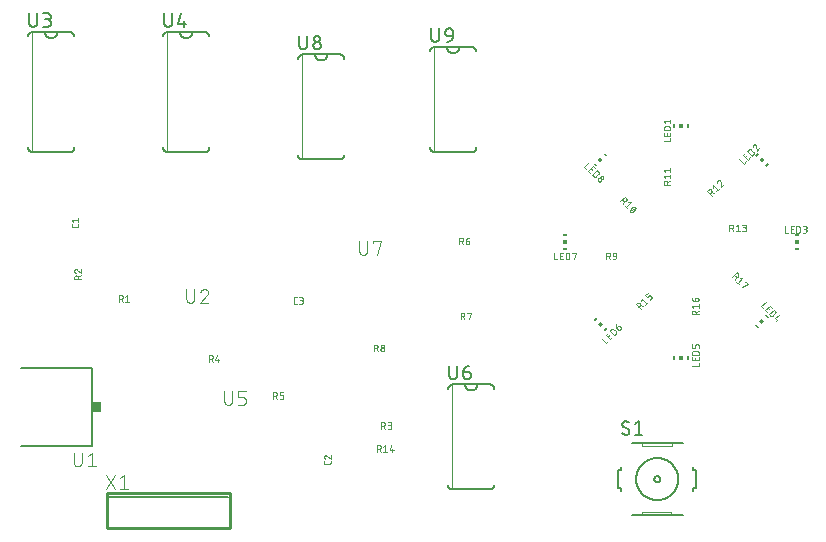
<source format=gto>
G04 EAGLE Gerber RS-274X export*
G75*
%MOMM*%
%FSLAX34Y34*%
%LPD*%
%INSilkscreen Top*%
%IPPOS*%
%AMOC8*
5,1,8,0,0,1.08239X$1,22.5*%
G01*
%ADD10C,0.050800*%
%ADD11R,0.150000X0.300000*%
%ADD12R,0.300000X0.300000*%
%ADD13R,0.300000X0.300000*%
%ADD14R,0.300000X0.150000*%
%ADD15C,0.203200*%
%ADD16R,0.762000X0.863600*%
%ADD17C,0.101600*%
%ADD18C,0.152400*%
%ADD19C,0.127000*%
%ADD20C,0.254000*%


D10*
X99246Y281538D02*
X99246Y280296D01*
X99244Y280226D01*
X99238Y280157D01*
X99228Y280088D01*
X99215Y280020D01*
X99197Y279952D01*
X99176Y279886D01*
X99151Y279821D01*
X99123Y279757D01*
X99091Y279695D01*
X99056Y279635D01*
X99017Y279577D01*
X98975Y279522D01*
X98930Y279468D01*
X98882Y279418D01*
X98832Y279370D01*
X98778Y279325D01*
X98723Y279283D01*
X98665Y279244D01*
X98605Y279209D01*
X98543Y279177D01*
X98479Y279149D01*
X98414Y279124D01*
X98348Y279103D01*
X98280Y279085D01*
X98212Y279072D01*
X98143Y279062D01*
X98074Y279056D01*
X98004Y279054D01*
X94900Y279054D01*
X94830Y279056D01*
X94761Y279062D01*
X94692Y279072D01*
X94624Y279085D01*
X94556Y279103D01*
X94490Y279124D01*
X94425Y279149D01*
X94361Y279177D01*
X94299Y279209D01*
X94239Y279244D01*
X94181Y279283D01*
X94126Y279325D01*
X94072Y279370D01*
X94022Y279418D01*
X93974Y279468D01*
X93929Y279522D01*
X93887Y279577D01*
X93848Y279635D01*
X93813Y279695D01*
X93781Y279757D01*
X93753Y279821D01*
X93728Y279886D01*
X93707Y279952D01*
X93689Y280020D01*
X93676Y280088D01*
X93666Y280157D01*
X93660Y280226D01*
X93658Y280296D01*
X93658Y281538D01*
X94900Y283642D02*
X93658Y285194D01*
X99246Y285194D01*
X99246Y283642D02*
X99246Y286747D01*
X312742Y80837D02*
X312742Y79595D01*
X312740Y79525D01*
X312734Y79456D01*
X312724Y79387D01*
X312711Y79319D01*
X312693Y79251D01*
X312672Y79185D01*
X312647Y79120D01*
X312619Y79056D01*
X312587Y78994D01*
X312552Y78934D01*
X312513Y78876D01*
X312471Y78821D01*
X312426Y78767D01*
X312378Y78717D01*
X312328Y78669D01*
X312274Y78624D01*
X312219Y78582D01*
X312161Y78543D01*
X312101Y78508D01*
X312039Y78476D01*
X311975Y78448D01*
X311910Y78423D01*
X311844Y78402D01*
X311776Y78384D01*
X311708Y78371D01*
X311639Y78361D01*
X311570Y78355D01*
X311500Y78353D01*
X308396Y78353D01*
X308326Y78355D01*
X308257Y78361D01*
X308188Y78371D01*
X308120Y78384D01*
X308052Y78402D01*
X307986Y78423D01*
X307921Y78448D01*
X307857Y78476D01*
X307795Y78508D01*
X307735Y78543D01*
X307677Y78582D01*
X307622Y78624D01*
X307568Y78669D01*
X307518Y78717D01*
X307470Y78767D01*
X307425Y78821D01*
X307383Y78876D01*
X307344Y78934D01*
X307309Y78994D01*
X307277Y79056D01*
X307249Y79120D01*
X307224Y79185D01*
X307203Y79251D01*
X307185Y79319D01*
X307172Y79387D01*
X307162Y79456D01*
X307156Y79525D01*
X307154Y79595D01*
X307154Y80837D01*
X307154Y84649D02*
X307156Y84722D01*
X307162Y84795D01*
X307171Y84868D01*
X307185Y84939D01*
X307202Y85011D01*
X307222Y85081D01*
X307247Y85150D01*
X307275Y85217D01*
X307306Y85283D01*
X307341Y85348D01*
X307379Y85410D01*
X307421Y85470D01*
X307465Y85528D01*
X307513Y85584D01*
X307563Y85637D01*
X307616Y85687D01*
X307672Y85735D01*
X307730Y85779D01*
X307790Y85821D01*
X307853Y85859D01*
X307917Y85894D01*
X307983Y85925D01*
X308050Y85953D01*
X308119Y85978D01*
X308189Y85998D01*
X308261Y86015D01*
X308332Y86029D01*
X308405Y86038D01*
X308478Y86044D01*
X308551Y86046D01*
X307154Y84649D02*
X307156Y84565D01*
X307162Y84482D01*
X307171Y84399D01*
X307185Y84316D01*
X307202Y84235D01*
X307224Y84154D01*
X307249Y84074D01*
X307277Y83996D01*
X307309Y83918D01*
X307345Y83843D01*
X307384Y83769D01*
X307427Y83697D01*
X307473Y83627D01*
X307522Y83560D01*
X307575Y83494D01*
X307630Y83432D01*
X307688Y83372D01*
X307749Y83314D01*
X307812Y83260D01*
X307878Y83208D01*
X307946Y83160D01*
X308017Y83115D01*
X308089Y83073D01*
X308164Y83035D01*
X308240Y83000D01*
X308317Y82969D01*
X308396Y82941D01*
X309637Y85580D02*
X309584Y85634D01*
X309527Y85685D01*
X309468Y85733D01*
X309407Y85778D01*
X309344Y85819D01*
X309278Y85858D01*
X309211Y85893D01*
X309142Y85925D01*
X309071Y85953D01*
X309000Y85977D01*
X308927Y85998D01*
X308853Y86015D01*
X308778Y86029D01*
X308703Y86038D01*
X308627Y86044D01*
X308551Y86046D01*
X309638Y85580D02*
X312742Y82942D01*
X312742Y86046D01*
X284037Y214308D02*
X282795Y214308D01*
X282725Y214310D01*
X282656Y214316D01*
X282587Y214326D01*
X282519Y214339D01*
X282451Y214357D01*
X282385Y214378D01*
X282320Y214403D01*
X282256Y214431D01*
X282194Y214463D01*
X282134Y214498D01*
X282076Y214537D01*
X282021Y214579D01*
X281967Y214624D01*
X281917Y214672D01*
X281869Y214722D01*
X281824Y214776D01*
X281782Y214831D01*
X281743Y214889D01*
X281708Y214949D01*
X281676Y215011D01*
X281648Y215075D01*
X281623Y215140D01*
X281602Y215206D01*
X281584Y215274D01*
X281571Y215342D01*
X281561Y215411D01*
X281555Y215480D01*
X281553Y215550D01*
X281553Y218654D01*
X281555Y218724D01*
X281561Y218793D01*
X281571Y218862D01*
X281584Y218930D01*
X281602Y218998D01*
X281623Y219064D01*
X281648Y219129D01*
X281676Y219193D01*
X281708Y219255D01*
X281743Y219315D01*
X281782Y219373D01*
X281824Y219428D01*
X281869Y219482D01*
X281917Y219532D01*
X281967Y219580D01*
X282021Y219625D01*
X282076Y219667D01*
X282134Y219706D01*
X282194Y219741D01*
X282256Y219773D01*
X282320Y219801D01*
X282385Y219826D01*
X282451Y219847D01*
X282519Y219865D01*
X282587Y219878D01*
X282656Y219888D01*
X282725Y219894D01*
X282795Y219896D01*
X284037Y219896D01*
X286142Y214308D02*
X287694Y214308D01*
X287771Y214310D01*
X287849Y214316D01*
X287925Y214325D01*
X288002Y214339D01*
X288077Y214356D01*
X288151Y214377D01*
X288225Y214402D01*
X288297Y214430D01*
X288367Y214462D01*
X288436Y214497D01*
X288503Y214536D01*
X288568Y214578D01*
X288631Y214623D01*
X288692Y214671D01*
X288750Y214722D01*
X288805Y214776D01*
X288858Y214833D01*
X288907Y214892D01*
X288954Y214954D01*
X288998Y215018D01*
X289038Y215084D01*
X289075Y215152D01*
X289109Y215222D01*
X289139Y215293D01*
X289165Y215366D01*
X289188Y215440D01*
X289207Y215515D01*
X289222Y215590D01*
X289234Y215667D01*
X289242Y215744D01*
X289246Y215821D01*
X289246Y215899D01*
X289242Y215976D01*
X289234Y216053D01*
X289222Y216130D01*
X289207Y216205D01*
X289188Y216280D01*
X289165Y216354D01*
X289139Y216427D01*
X289109Y216498D01*
X289075Y216568D01*
X289038Y216636D01*
X288998Y216702D01*
X288954Y216766D01*
X288907Y216828D01*
X288858Y216887D01*
X288805Y216944D01*
X288750Y216998D01*
X288692Y217049D01*
X288631Y217097D01*
X288568Y217142D01*
X288503Y217184D01*
X288436Y217223D01*
X288367Y217258D01*
X288297Y217290D01*
X288225Y217318D01*
X288151Y217343D01*
X288077Y217364D01*
X288002Y217381D01*
X287925Y217395D01*
X287849Y217404D01*
X287771Y217410D01*
X287694Y217412D01*
X288004Y219896D02*
X286142Y219896D01*
X288004Y219896D02*
X288074Y219894D01*
X288143Y219888D01*
X288212Y219878D01*
X288280Y219865D01*
X288348Y219847D01*
X288414Y219826D01*
X288479Y219801D01*
X288543Y219773D01*
X288605Y219741D01*
X288665Y219706D01*
X288723Y219667D01*
X288778Y219625D01*
X288832Y219580D01*
X288882Y219532D01*
X288930Y219482D01*
X288975Y219428D01*
X289017Y219373D01*
X289056Y219315D01*
X289091Y219255D01*
X289123Y219193D01*
X289151Y219129D01*
X289176Y219064D01*
X289197Y218998D01*
X289215Y218930D01*
X289228Y218862D01*
X289238Y218793D01*
X289244Y218724D01*
X289246Y218654D01*
X289244Y218584D01*
X289238Y218515D01*
X289228Y218446D01*
X289215Y218378D01*
X289197Y218310D01*
X289176Y218244D01*
X289151Y218179D01*
X289123Y218115D01*
X289091Y218053D01*
X289056Y217993D01*
X289017Y217935D01*
X288975Y217880D01*
X288930Y217826D01*
X288882Y217776D01*
X288832Y217728D01*
X288778Y217683D01*
X288723Y217641D01*
X288665Y217602D01*
X288605Y217567D01*
X288543Y217535D01*
X288479Y217507D01*
X288414Y217482D01*
X288348Y217461D01*
X288280Y217443D01*
X288212Y217430D01*
X288143Y217420D01*
X288074Y217414D01*
X288004Y217412D01*
X286762Y217412D01*
D11*
X603600Y364720D03*
X615600Y364720D03*
D12*
X609600Y364720D03*
D10*
X600456Y352044D02*
X594868Y352044D01*
X600456Y352044D02*
X600456Y354528D01*
X600456Y356799D02*
X600456Y359282D01*
X600456Y356799D02*
X594868Y356799D01*
X594868Y359282D01*
X597352Y358661D02*
X597352Y356799D01*
X594868Y361543D02*
X600456Y361543D01*
X594868Y361543D02*
X594868Y363095D01*
X594870Y363171D01*
X594875Y363247D01*
X594885Y363323D01*
X594898Y363398D01*
X594915Y363472D01*
X594935Y363546D01*
X594959Y363618D01*
X594986Y363689D01*
X595017Y363759D01*
X595051Y363827D01*
X595089Y363893D01*
X595130Y363957D01*
X595173Y364020D01*
X595220Y364080D01*
X595270Y364137D01*
X595323Y364192D01*
X595378Y364245D01*
X595435Y364295D01*
X595495Y364342D01*
X595558Y364385D01*
X595622Y364426D01*
X595688Y364464D01*
X595756Y364498D01*
X595826Y364529D01*
X595897Y364556D01*
X595970Y364580D01*
X596043Y364600D01*
X596117Y364617D01*
X596192Y364630D01*
X596268Y364640D01*
X596344Y364645D01*
X596420Y364647D01*
X598904Y364647D01*
X598980Y364645D01*
X599056Y364640D01*
X599132Y364630D01*
X599207Y364617D01*
X599281Y364600D01*
X599355Y364580D01*
X599427Y364556D01*
X599498Y364529D01*
X599568Y364498D01*
X599636Y364464D01*
X599702Y364426D01*
X599766Y364385D01*
X599829Y364342D01*
X599889Y364295D01*
X599946Y364245D01*
X600001Y364192D01*
X600054Y364137D01*
X600104Y364080D01*
X600151Y364020D01*
X600194Y363957D01*
X600235Y363893D01*
X600273Y363827D01*
X600307Y363759D01*
X600338Y363689D01*
X600365Y363618D01*
X600389Y363546D01*
X600409Y363472D01*
X600426Y363398D01*
X600439Y363323D01*
X600449Y363247D01*
X600454Y363171D01*
X600456Y363095D01*
X600456Y361543D01*
X596110Y367212D02*
X594868Y368764D01*
X600456Y368764D01*
X600456Y367212D02*
X600456Y370316D01*
D11*
G36*
X673198Y338993D02*
X672138Y340053D01*
X674258Y342173D01*
X675318Y341113D01*
X673198Y338993D01*
G37*
G36*
X681683Y330508D02*
X680623Y331568D01*
X682743Y333688D01*
X683803Y332628D01*
X681683Y330508D01*
G37*
D13*
G36*
X677971Y334220D02*
X675850Y336341D01*
X677971Y338462D01*
X680092Y336341D01*
X677971Y334220D01*
G37*
D10*
X662760Y333099D02*
X658808Y337050D01*
X662760Y333099D02*
X664516Y334855D01*
X666122Y336461D02*
X667878Y338217D01*
X666122Y336461D02*
X662170Y340413D01*
X663926Y342169D01*
X665244Y339974D02*
X663926Y338656D01*
X665525Y343767D02*
X669476Y339816D01*
X665525Y343767D02*
X666622Y344864D01*
X666623Y344864D02*
X666680Y344919D01*
X666739Y344970D01*
X666801Y345018D01*
X666866Y345063D01*
X666933Y345104D01*
X667001Y345143D01*
X667072Y345177D01*
X667144Y345208D01*
X667218Y345236D01*
X667293Y345259D01*
X667369Y345279D01*
X667446Y345295D01*
X667524Y345307D01*
X667602Y345315D01*
X667681Y345319D01*
X667759Y345319D01*
X667838Y345315D01*
X667916Y345307D01*
X667994Y345295D01*
X668071Y345279D01*
X668147Y345259D01*
X668222Y345236D01*
X668296Y345208D01*
X668368Y345177D01*
X668439Y345143D01*
X668507Y345104D01*
X668574Y345063D01*
X668639Y345018D01*
X668701Y344970D01*
X668760Y344919D01*
X668817Y344864D01*
X670574Y343108D01*
X670573Y343108D02*
X670626Y343053D01*
X670676Y342996D01*
X670723Y342936D01*
X670766Y342873D01*
X670807Y342809D01*
X670845Y342743D01*
X670879Y342675D01*
X670910Y342605D01*
X670937Y342534D01*
X670961Y342462D01*
X670981Y342388D01*
X670998Y342314D01*
X671011Y342239D01*
X671021Y342163D01*
X671026Y342087D01*
X671028Y342011D01*
X671026Y341935D01*
X671021Y341859D01*
X671011Y341783D01*
X670998Y341708D01*
X670981Y341634D01*
X670961Y341560D01*
X670937Y341488D01*
X670910Y341417D01*
X670879Y341347D01*
X670845Y341279D01*
X670807Y341213D01*
X670766Y341149D01*
X670723Y341086D01*
X670676Y341026D01*
X670626Y340969D01*
X670573Y340914D01*
X670574Y340913D02*
X669476Y339816D01*
X670740Y348983D02*
X670793Y349033D01*
X670849Y349081D01*
X670907Y349125D01*
X670967Y349167D01*
X671030Y349205D01*
X671094Y349240D01*
X671160Y349271D01*
X671227Y349299D01*
X671296Y349324D01*
X671366Y349344D01*
X671438Y349361D01*
X671509Y349375D01*
X671582Y349384D01*
X671655Y349390D01*
X671728Y349392D01*
X671801Y349390D01*
X671874Y349384D01*
X671947Y349375D01*
X672018Y349361D01*
X672090Y349344D01*
X672160Y349324D01*
X672229Y349299D01*
X672296Y349271D01*
X672362Y349240D01*
X672426Y349205D01*
X672489Y349167D01*
X672549Y349125D01*
X672607Y349081D01*
X672663Y349033D01*
X672716Y348983D01*
X670741Y348983D02*
X670683Y348923D01*
X670628Y348860D01*
X670576Y348794D01*
X670528Y348726D01*
X670482Y348656D01*
X670440Y348584D01*
X670401Y348510D01*
X670366Y348434D01*
X670334Y348357D01*
X670306Y348278D01*
X670281Y348198D01*
X670261Y348117D01*
X670244Y348035D01*
X670231Y347953D01*
X670222Y347869D01*
X670216Y347786D01*
X670215Y347702D01*
X670218Y347619D01*
X670224Y347535D01*
X670234Y347453D01*
X670248Y347370D01*
X670266Y347288D01*
X670288Y347208D01*
X670313Y347128D01*
X670342Y347050D01*
X670375Y346973D01*
X670411Y346897D01*
X673156Y347886D02*
X673155Y347961D01*
X673152Y348037D01*
X673144Y348113D01*
X673132Y348188D01*
X673117Y348262D01*
X673098Y348336D01*
X673075Y348408D01*
X673049Y348479D01*
X673019Y348549D01*
X672985Y348617D01*
X672948Y348684D01*
X672908Y348748D01*
X672865Y348811D01*
X672818Y348871D01*
X672769Y348928D01*
X672716Y348983D01*
X673155Y347885D02*
X673485Y343824D01*
X675680Y346019D01*
D14*
X707620Y272700D03*
X707620Y260700D03*
D12*
X707620Y266700D03*
D10*
X697484Y274574D02*
X697484Y280162D01*
X697484Y274574D02*
X699968Y274574D01*
X702239Y274574D02*
X704722Y274574D01*
X702239Y274574D02*
X702239Y280162D01*
X704722Y280162D01*
X704101Y277678D02*
X702239Y277678D01*
X706983Y280162D02*
X706983Y274574D01*
X706983Y280162D02*
X708535Y280162D01*
X708611Y280160D01*
X708687Y280155D01*
X708763Y280145D01*
X708838Y280132D01*
X708912Y280115D01*
X708986Y280095D01*
X709058Y280071D01*
X709129Y280044D01*
X709199Y280013D01*
X709267Y279979D01*
X709333Y279941D01*
X709397Y279900D01*
X709460Y279857D01*
X709520Y279810D01*
X709577Y279760D01*
X709632Y279707D01*
X709685Y279652D01*
X709735Y279595D01*
X709782Y279535D01*
X709825Y279472D01*
X709866Y279408D01*
X709904Y279342D01*
X709938Y279274D01*
X709969Y279204D01*
X709996Y279133D01*
X710020Y279060D01*
X710040Y278987D01*
X710057Y278913D01*
X710070Y278838D01*
X710080Y278762D01*
X710085Y278686D01*
X710087Y278610D01*
X710087Y276126D01*
X710085Y276047D01*
X710079Y275969D01*
X710069Y275891D01*
X710055Y275814D01*
X710037Y275737D01*
X710016Y275661D01*
X709990Y275587D01*
X709961Y275514D01*
X709928Y275443D01*
X709892Y275373D01*
X709852Y275305D01*
X709809Y275239D01*
X709762Y275176D01*
X709713Y275115D01*
X709660Y275057D01*
X709604Y275001D01*
X709546Y274948D01*
X709485Y274899D01*
X709422Y274852D01*
X709356Y274809D01*
X709288Y274769D01*
X709219Y274733D01*
X709147Y274700D01*
X709074Y274671D01*
X709000Y274645D01*
X708924Y274624D01*
X708847Y274606D01*
X708770Y274592D01*
X708692Y274582D01*
X708614Y274576D01*
X708535Y274574D01*
X706983Y274574D01*
X712652Y274574D02*
X714204Y274574D01*
X714281Y274576D01*
X714359Y274582D01*
X714435Y274591D01*
X714512Y274605D01*
X714587Y274622D01*
X714661Y274643D01*
X714735Y274668D01*
X714807Y274696D01*
X714877Y274728D01*
X714946Y274763D01*
X715013Y274802D01*
X715078Y274844D01*
X715141Y274889D01*
X715202Y274937D01*
X715260Y274988D01*
X715315Y275042D01*
X715368Y275099D01*
X715417Y275158D01*
X715464Y275220D01*
X715508Y275284D01*
X715548Y275350D01*
X715585Y275418D01*
X715619Y275488D01*
X715649Y275559D01*
X715675Y275632D01*
X715698Y275706D01*
X715717Y275781D01*
X715732Y275856D01*
X715744Y275933D01*
X715752Y276010D01*
X715756Y276087D01*
X715756Y276165D01*
X715752Y276242D01*
X715744Y276319D01*
X715732Y276396D01*
X715717Y276471D01*
X715698Y276546D01*
X715675Y276620D01*
X715649Y276693D01*
X715619Y276764D01*
X715585Y276834D01*
X715548Y276902D01*
X715508Y276968D01*
X715464Y277032D01*
X715417Y277094D01*
X715368Y277153D01*
X715315Y277210D01*
X715260Y277264D01*
X715202Y277315D01*
X715141Y277363D01*
X715078Y277408D01*
X715013Y277450D01*
X714946Y277489D01*
X714877Y277524D01*
X714807Y277556D01*
X714735Y277584D01*
X714661Y277609D01*
X714587Y277630D01*
X714512Y277647D01*
X714435Y277661D01*
X714359Y277670D01*
X714281Y277676D01*
X714204Y277678D01*
X714514Y280162D02*
X712652Y280162D01*
X714514Y280162D02*
X714584Y280160D01*
X714653Y280154D01*
X714722Y280144D01*
X714790Y280131D01*
X714858Y280113D01*
X714924Y280092D01*
X714989Y280067D01*
X715053Y280039D01*
X715115Y280007D01*
X715175Y279972D01*
X715233Y279933D01*
X715288Y279891D01*
X715342Y279846D01*
X715392Y279798D01*
X715440Y279748D01*
X715485Y279694D01*
X715527Y279639D01*
X715566Y279581D01*
X715601Y279521D01*
X715633Y279459D01*
X715661Y279395D01*
X715686Y279330D01*
X715707Y279264D01*
X715725Y279196D01*
X715738Y279128D01*
X715748Y279059D01*
X715754Y278990D01*
X715756Y278920D01*
X715754Y278850D01*
X715748Y278781D01*
X715738Y278712D01*
X715725Y278644D01*
X715707Y278576D01*
X715686Y278510D01*
X715661Y278445D01*
X715633Y278381D01*
X715601Y278319D01*
X715566Y278259D01*
X715527Y278201D01*
X715485Y278146D01*
X715440Y278092D01*
X715392Y278042D01*
X715342Y277994D01*
X715288Y277949D01*
X715233Y277907D01*
X715175Y277868D01*
X715115Y277833D01*
X715053Y277801D01*
X714989Y277773D01*
X714924Y277748D01*
X714858Y277727D01*
X714790Y277709D01*
X714722Y277696D01*
X714653Y277686D01*
X714584Y277680D01*
X714514Y277678D01*
X713273Y277678D01*
D11*
G36*
X680623Y204372D02*
X681683Y205432D01*
X683803Y203312D01*
X682743Y202252D01*
X680623Y204372D01*
G37*
G36*
X672138Y195887D02*
X673198Y196947D01*
X675318Y194827D01*
X674258Y193767D01*
X672138Y195887D01*
G37*
D13*
G36*
X675850Y199599D02*
X677971Y201720D01*
X680092Y199599D01*
X677971Y197478D01*
X675850Y199599D01*
G37*
D10*
X677269Y212271D02*
X681221Y216222D01*
X677269Y212271D02*
X679025Y210514D01*
X680631Y208908D02*
X682387Y207152D01*
X680631Y208908D02*
X684583Y212860D01*
X686339Y211104D01*
X684144Y209786D02*
X682826Y211103D01*
X687937Y209505D02*
X683986Y205554D01*
X687937Y209505D02*
X689035Y208408D01*
X689034Y208407D02*
X689089Y208350D01*
X689140Y208291D01*
X689188Y208229D01*
X689233Y208164D01*
X689274Y208097D01*
X689313Y208029D01*
X689347Y207958D01*
X689378Y207886D01*
X689406Y207812D01*
X689429Y207737D01*
X689449Y207661D01*
X689465Y207584D01*
X689477Y207506D01*
X689485Y207428D01*
X689489Y207349D01*
X689489Y207271D01*
X689485Y207192D01*
X689477Y207114D01*
X689465Y207036D01*
X689449Y206959D01*
X689429Y206883D01*
X689406Y206808D01*
X689378Y206734D01*
X689347Y206662D01*
X689313Y206591D01*
X689274Y206523D01*
X689233Y206456D01*
X689188Y206391D01*
X689140Y206329D01*
X689089Y206270D01*
X689034Y206213D01*
X689035Y206212D02*
X687278Y204456D01*
X687278Y204457D02*
X687223Y204404D01*
X687166Y204354D01*
X687106Y204307D01*
X687043Y204264D01*
X686979Y204223D01*
X686913Y204185D01*
X686845Y204151D01*
X686775Y204120D01*
X686704Y204093D01*
X686632Y204069D01*
X686558Y204049D01*
X686484Y204032D01*
X686409Y204019D01*
X686333Y204009D01*
X686257Y204004D01*
X686181Y204002D01*
X686105Y204004D01*
X686029Y204009D01*
X685953Y204019D01*
X685878Y204032D01*
X685804Y204049D01*
X685730Y204069D01*
X685658Y204093D01*
X685587Y204120D01*
X685517Y204151D01*
X685449Y204185D01*
X685383Y204223D01*
X685319Y204264D01*
X685256Y204307D01*
X685196Y204354D01*
X685139Y204404D01*
X685084Y204457D01*
X685083Y204456D02*
X683986Y205554D01*
X688872Y202423D02*
X692824Y204618D01*
X688872Y202423D02*
X691068Y200228D01*
X691287Y201765D02*
X689531Y200009D01*
D11*
X615600Y168680D03*
X603600Y168680D03*
D12*
X609600Y168680D03*
D10*
X618744Y161814D02*
X624332Y161814D01*
X624332Y164297D01*
X624332Y166569D02*
X624332Y169052D01*
X624332Y166569D02*
X618744Y166569D01*
X618744Y169052D01*
X621228Y168431D02*
X621228Y166569D01*
X618744Y171312D02*
X624332Y171312D01*
X618744Y171312D02*
X618744Y172865D01*
X618746Y172941D01*
X618751Y173017D01*
X618761Y173093D01*
X618774Y173168D01*
X618791Y173242D01*
X618811Y173316D01*
X618835Y173388D01*
X618862Y173459D01*
X618893Y173529D01*
X618927Y173597D01*
X618965Y173663D01*
X619006Y173727D01*
X619049Y173790D01*
X619096Y173850D01*
X619146Y173907D01*
X619199Y173962D01*
X619254Y174015D01*
X619311Y174065D01*
X619371Y174112D01*
X619434Y174155D01*
X619498Y174196D01*
X619564Y174234D01*
X619632Y174268D01*
X619702Y174299D01*
X619773Y174326D01*
X619846Y174350D01*
X619919Y174370D01*
X619993Y174387D01*
X620068Y174400D01*
X620144Y174410D01*
X620220Y174415D01*
X620296Y174417D01*
X622780Y174417D01*
X622856Y174415D01*
X622932Y174410D01*
X623008Y174400D01*
X623083Y174387D01*
X623157Y174370D01*
X623231Y174350D01*
X623303Y174326D01*
X623374Y174299D01*
X623444Y174268D01*
X623512Y174234D01*
X623578Y174196D01*
X623642Y174155D01*
X623705Y174112D01*
X623765Y174065D01*
X623822Y174015D01*
X623877Y173962D01*
X623930Y173907D01*
X623980Y173850D01*
X624027Y173790D01*
X624070Y173727D01*
X624111Y173663D01*
X624149Y173597D01*
X624183Y173529D01*
X624214Y173459D01*
X624241Y173388D01*
X624265Y173316D01*
X624285Y173242D01*
X624302Y173168D01*
X624315Y173093D01*
X624325Y173017D01*
X624330Y172941D01*
X624332Y172865D01*
X624332Y171312D01*
X624332Y176982D02*
X624332Y178844D01*
X624330Y178914D01*
X624324Y178983D01*
X624314Y179052D01*
X624301Y179120D01*
X624283Y179188D01*
X624262Y179254D01*
X624237Y179319D01*
X624209Y179383D01*
X624177Y179445D01*
X624142Y179505D01*
X624103Y179563D01*
X624061Y179618D01*
X624016Y179672D01*
X623968Y179722D01*
X623918Y179770D01*
X623864Y179815D01*
X623809Y179857D01*
X623751Y179896D01*
X623691Y179931D01*
X623629Y179963D01*
X623565Y179991D01*
X623500Y180016D01*
X623434Y180037D01*
X623366Y180055D01*
X623298Y180068D01*
X623229Y180078D01*
X623160Y180084D01*
X623090Y180086D01*
X622469Y180086D01*
X622399Y180084D01*
X622330Y180078D01*
X622261Y180068D01*
X622193Y180055D01*
X622125Y180037D01*
X622059Y180016D01*
X621994Y179991D01*
X621930Y179963D01*
X621868Y179931D01*
X621808Y179896D01*
X621750Y179857D01*
X621695Y179815D01*
X621641Y179770D01*
X621591Y179722D01*
X621543Y179672D01*
X621498Y179618D01*
X621456Y179563D01*
X621417Y179505D01*
X621382Y179445D01*
X621350Y179383D01*
X621322Y179319D01*
X621297Y179254D01*
X621276Y179188D01*
X621258Y179120D01*
X621245Y179052D01*
X621235Y178983D01*
X621229Y178914D01*
X621227Y178844D01*
X621228Y178844D02*
X621228Y176982D01*
X618744Y176982D01*
X618744Y180086D01*
D11*
G36*
X546002Y194407D02*
X547062Y193347D01*
X544942Y191227D01*
X543882Y192287D01*
X546002Y194407D01*
G37*
G36*
X537517Y202892D02*
X538577Y201832D01*
X536457Y199712D01*
X535397Y200772D01*
X537517Y202892D01*
G37*
D13*
G36*
X541229Y199180D02*
X543350Y197059D01*
X541229Y194938D01*
X539108Y197059D01*
X541229Y199180D01*
G37*
D10*
X542250Y184840D02*
X546201Y180889D01*
X547957Y182645D01*
X549563Y184251D02*
X551320Y186007D01*
X549563Y184251D02*
X545612Y188202D01*
X547368Y189959D01*
X548685Y187763D02*
X547368Y186446D01*
X548966Y191557D02*
X552918Y187605D01*
X548966Y191557D02*
X550064Y192654D01*
X550065Y192654D02*
X550122Y192709D01*
X550181Y192760D01*
X550243Y192808D01*
X550308Y192853D01*
X550375Y192894D01*
X550443Y192933D01*
X550514Y192967D01*
X550586Y192998D01*
X550660Y193026D01*
X550735Y193049D01*
X550811Y193069D01*
X550888Y193085D01*
X550966Y193097D01*
X551044Y193105D01*
X551123Y193109D01*
X551201Y193109D01*
X551280Y193105D01*
X551358Y193097D01*
X551436Y193085D01*
X551513Y193069D01*
X551589Y193049D01*
X551664Y193026D01*
X551738Y192998D01*
X551810Y192967D01*
X551881Y192933D01*
X551949Y192894D01*
X552016Y192853D01*
X552081Y192808D01*
X552143Y192760D01*
X552202Y192709D01*
X552259Y192654D01*
X554015Y190898D01*
X554068Y190843D01*
X554118Y190786D01*
X554165Y190726D01*
X554208Y190663D01*
X554249Y190599D01*
X554287Y190533D01*
X554321Y190465D01*
X554352Y190395D01*
X554379Y190324D01*
X554403Y190252D01*
X554423Y190178D01*
X554440Y190104D01*
X554453Y190029D01*
X554463Y189953D01*
X554468Y189877D01*
X554470Y189801D01*
X554468Y189725D01*
X554463Y189649D01*
X554453Y189573D01*
X554440Y189498D01*
X554423Y189424D01*
X554403Y189350D01*
X554379Y189278D01*
X554352Y189207D01*
X554321Y189137D01*
X554287Y189069D01*
X554249Y189003D01*
X554208Y188939D01*
X554165Y188876D01*
X554118Y188816D01*
X554068Y188759D01*
X554015Y188704D01*
X554015Y188703D02*
X552918Y187605D01*
X554731Y193809D02*
X556048Y195126D01*
X556098Y195174D01*
X556152Y195219D01*
X556207Y195261D01*
X556265Y195300D01*
X556325Y195335D01*
X556387Y195367D01*
X556451Y195395D01*
X556516Y195420D01*
X556582Y195441D01*
X556650Y195459D01*
X556718Y195472D01*
X556787Y195482D01*
X556856Y195488D01*
X556926Y195490D01*
X556996Y195488D01*
X557065Y195482D01*
X557134Y195472D01*
X557202Y195459D01*
X557270Y195441D01*
X557336Y195420D01*
X557401Y195395D01*
X557465Y195367D01*
X557527Y195335D01*
X557587Y195300D01*
X557645Y195261D01*
X557700Y195219D01*
X557754Y195174D01*
X557804Y195126D01*
X557805Y195126D02*
X558024Y194907D01*
X558023Y194906D02*
X558078Y194849D01*
X558129Y194790D01*
X558177Y194728D01*
X558222Y194663D01*
X558263Y194596D01*
X558302Y194528D01*
X558336Y194457D01*
X558367Y194385D01*
X558395Y194311D01*
X558418Y194236D01*
X558438Y194160D01*
X558454Y194083D01*
X558466Y194005D01*
X558474Y193927D01*
X558478Y193848D01*
X558478Y193770D01*
X558474Y193691D01*
X558466Y193613D01*
X558454Y193535D01*
X558438Y193458D01*
X558418Y193382D01*
X558395Y193307D01*
X558367Y193233D01*
X558336Y193161D01*
X558302Y193090D01*
X558263Y193022D01*
X558222Y192955D01*
X558177Y192890D01*
X558129Y192828D01*
X558078Y192769D01*
X558023Y192712D01*
X557966Y192657D01*
X557907Y192606D01*
X557845Y192558D01*
X557780Y192513D01*
X557713Y192472D01*
X557645Y192433D01*
X557574Y192399D01*
X557502Y192368D01*
X557428Y192340D01*
X557353Y192317D01*
X557277Y192297D01*
X557200Y192281D01*
X557122Y192269D01*
X557044Y192261D01*
X556965Y192257D01*
X556887Y192257D01*
X556808Y192261D01*
X556730Y192269D01*
X556652Y192281D01*
X556575Y192297D01*
X556499Y192317D01*
X556424Y192340D01*
X556350Y192368D01*
X556278Y192399D01*
X556207Y192433D01*
X556139Y192472D01*
X556072Y192513D01*
X556007Y192558D01*
X555945Y192606D01*
X555886Y192657D01*
X555829Y192712D01*
X554731Y193809D01*
X554663Y193879D01*
X554598Y193952D01*
X554536Y194027D01*
X554477Y194105D01*
X554422Y194185D01*
X554369Y194267D01*
X554320Y194351D01*
X554274Y194437D01*
X554231Y194525D01*
X554192Y194614D01*
X554157Y194705D01*
X554125Y194797D01*
X554096Y194891D01*
X554072Y194985D01*
X554051Y195080D01*
X554034Y195176D01*
X554020Y195273D01*
X554011Y195370D01*
X554005Y195467D01*
X554003Y195565D01*
X554005Y195662D01*
X554011Y195760D01*
X554020Y195857D01*
X554034Y195954D01*
X554051Y196050D01*
X554072Y196145D01*
X554096Y196239D01*
X554125Y196333D01*
X554157Y196425D01*
X554192Y196516D01*
X554231Y196605D01*
X554274Y196693D01*
X554320Y196779D01*
X554369Y196863D01*
X554422Y196945D01*
X554477Y197025D01*
X554536Y197103D01*
X554598Y197178D01*
X554663Y197251D01*
X554730Y197321D01*
D14*
X511580Y260700D03*
X511580Y272700D03*
D12*
X511580Y266700D03*
D10*
X502174Y257556D02*
X502174Y251968D01*
X504657Y251968D01*
X506929Y251968D02*
X509412Y251968D01*
X506929Y251968D02*
X506929Y257556D01*
X509412Y257556D01*
X508791Y255072D02*
X506929Y255072D01*
X511672Y257556D02*
X511672Y251968D01*
X511672Y257556D02*
X513225Y257556D01*
X513301Y257554D01*
X513377Y257549D01*
X513453Y257539D01*
X513528Y257526D01*
X513602Y257509D01*
X513676Y257489D01*
X513748Y257465D01*
X513819Y257438D01*
X513889Y257407D01*
X513957Y257373D01*
X514023Y257335D01*
X514087Y257294D01*
X514150Y257251D01*
X514210Y257204D01*
X514267Y257154D01*
X514322Y257101D01*
X514375Y257046D01*
X514425Y256989D01*
X514472Y256929D01*
X514515Y256866D01*
X514556Y256802D01*
X514594Y256736D01*
X514628Y256668D01*
X514659Y256598D01*
X514686Y256527D01*
X514710Y256454D01*
X514730Y256381D01*
X514747Y256307D01*
X514760Y256232D01*
X514770Y256156D01*
X514775Y256080D01*
X514777Y256004D01*
X514777Y253520D01*
X514775Y253441D01*
X514769Y253363D01*
X514759Y253285D01*
X514745Y253208D01*
X514727Y253131D01*
X514706Y253055D01*
X514680Y252981D01*
X514651Y252908D01*
X514618Y252837D01*
X514582Y252767D01*
X514542Y252699D01*
X514499Y252633D01*
X514452Y252570D01*
X514403Y252509D01*
X514350Y252451D01*
X514294Y252395D01*
X514236Y252342D01*
X514175Y252293D01*
X514112Y252246D01*
X514046Y252203D01*
X513978Y252163D01*
X513909Y252127D01*
X513837Y252094D01*
X513764Y252065D01*
X513690Y252039D01*
X513614Y252018D01*
X513537Y252000D01*
X513460Y251986D01*
X513382Y251976D01*
X513304Y251970D01*
X513225Y251968D01*
X511672Y251968D01*
X517342Y256935D02*
X517342Y257556D01*
X520446Y257556D01*
X518894Y251968D01*
D11*
G36*
X538577Y331568D02*
X537517Y330508D01*
X535397Y332628D01*
X536457Y333688D01*
X538577Y331568D01*
G37*
G36*
X547062Y340053D02*
X546002Y338993D01*
X543882Y341113D01*
X544942Y342173D01*
X547062Y340053D01*
G37*
D13*
G36*
X543350Y336341D02*
X541229Y334220D01*
X539108Y336341D01*
X541229Y338462D01*
X543350Y336341D01*
G37*
D10*
X531550Y334050D02*
X527599Y330099D01*
X529355Y328342D01*
X530961Y326736D02*
X532717Y324980D01*
X530961Y326736D02*
X534912Y330688D01*
X536669Y328932D01*
X534473Y327614D02*
X533156Y328931D01*
X538267Y327333D02*
X534315Y323382D01*
X538267Y327333D02*
X539364Y326236D01*
X539364Y326235D02*
X539419Y326178D01*
X539470Y326119D01*
X539518Y326057D01*
X539563Y325992D01*
X539604Y325925D01*
X539643Y325857D01*
X539677Y325786D01*
X539708Y325714D01*
X539736Y325640D01*
X539759Y325565D01*
X539779Y325489D01*
X539795Y325412D01*
X539807Y325334D01*
X539815Y325256D01*
X539819Y325177D01*
X539819Y325099D01*
X539815Y325020D01*
X539807Y324942D01*
X539795Y324864D01*
X539779Y324787D01*
X539759Y324711D01*
X539736Y324636D01*
X539708Y324562D01*
X539677Y324490D01*
X539643Y324419D01*
X539604Y324351D01*
X539563Y324284D01*
X539518Y324219D01*
X539470Y324157D01*
X539419Y324098D01*
X539364Y324041D01*
X539364Y324040D02*
X537608Y322284D01*
X537608Y322285D02*
X537553Y322232D01*
X537496Y322182D01*
X537436Y322135D01*
X537373Y322092D01*
X537309Y322051D01*
X537243Y322013D01*
X537175Y321979D01*
X537105Y321948D01*
X537034Y321921D01*
X536962Y321897D01*
X536888Y321877D01*
X536814Y321860D01*
X536739Y321847D01*
X536663Y321837D01*
X536587Y321832D01*
X536511Y321830D01*
X536435Y321832D01*
X536359Y321837D01*
X536283Y321847D01*
X536208Y321860D01*
X536134Y321877D01*
X536060Y321897D01*
X535988Y321921D01*
X535917Y321948D01*
X535847Y321979D01*
X535779Y322013D01*
X535713Y322051D01*
X535649Y322092D01*
X535586Y322135D01*
X535526Y322182D01*
X535469Y322232D01*
X535414Y322285D01*
X535413Y322284D02*
X534315Y323382D01*
X539422Y320470D02*
X539479Y320525D01*
X539538Y320576D01*
X539600Y320624D01*
X539665Y320669D01*
X539732Y320710D01*
X539800Y320749D01*
X539871Y320783D01*
X539943Y320814D01*
X540017Y320842D01*
X540092Y320865D01*
X540168Y320885D01*
X540245Y320901D01*
X540323Y320913D01*
X540401Y320921D01*
X540480Y320925D01*
X540558Y320925D01*
X540637Y320921D01*
X540715Y320913D01*
X540793Y320901D01*
X540870Y320885D01*
X540946Y320865D01*
X541021Y320842D01*
X541095Y320814D01*
X541167Y320783D01*
X541238Y320749D01*
X541306Y320710D01*
X541373Y320669D01*
X541438Y320624D01*
X541500Y320576D01*
X541559Y320525D01*
X541616Y320470D01*
X541671Y320413D01*
X541722Y320354D01*
X541770Y320292D01*
X541815Y320227D01*
X541856Y320160D01*
X541895Y320092D01*
X541929Y320021D01*
X541960Y319949D01*
X541988Y319875D01*
X542011Y319800D01*
X542031Y319724D01*
X542047Y319647D01*
X542059Y319569D01*
X542067Y319491D01*
X542071Y319412D01*
X542071Y319334D01*
X542067Y319255D01*
X542059Y319177D01*
X542047Y319099D01*
X542031Y319022D01*
X542011Y318946D01*
X541988Y318871D01*
X541960Y318797D01*
X541929Y318725D01*
X541895Y318654D01*
X541856Y318586D01*
X541815Y318519D01*
X541770Y318454D01*
X541722Y318392D01*
X541671Y318333D01*
X541616Y318276D01*
X541560Y318222D01*
X541502Y318172D01*
X541441Y318124D01*
X541377Y318080D01*
X541312Y318039D01*
X541244Y318001D01*
X541175Y317966D01*
X541104Y317935D01*
X541032Y317908D01*
X540958Y317884D01*
X540883Y317864D01*
X540808Y317848D01*
X540731Y317836D01*
X540654Y317827D01*
X540577Y317822D01*
X540500Y317821D01*
X540422Y317824D01*
X540345Y317831D01*
X540269Y317841D01*
X540193Y317856D01*
X540117Y317874D01*
X540043Y317896D01*
X539970Y317921D01*
X539898Y317950D01*
X539828Y317983D01*
X539760Y318019D01*
X539693Y318059D01*
X539629Y318102D01*
X539567Y318148D01*
X539507Y318197D01*
X539449Y318249D01*
X539395Y318303D01*
X539343Y318361D01*
X539294Y318421D01*
X539248Y318483D01*
X539205Y318547D01*
X539165Y318614D01*
X539129Y318682D01*
X539096Y318752D01*
X539067Y318824D01*
X539042Y318897D01*
X539020Y318971D01*
X539002Y319047D01*
X538987Y319123D01*
X538977Y319199D01*
X538970Y319276D01*
X538967Y319354D01*
X538968Y319431D01*
X538973Y319508D01*
X538982Y319585D01*
X538994Y319662D01*
X539010Y319737D01*
X539030Y319812D01*
X539054Y319886D01*
X539081Y319958D01*
X539112Y320029D01*
X539147Y320098D01*
X539185Y320166D01*
X539226Y320231D01*
X539270Y320295D01*
X539318Y320356D01*
X539368Y320414D01*
X539422Y320470D01*
X541617Y322227D02*
X541667Y322275D01*
X541721Y322320D01*
X541776Y322362D01*
X541834Y322401D01*
X541894Y322436D01*
X541956Y322468D01*
X542020Y322496D01*
X542085Y322521D01*
X542151Y322542D01*
X542219Y322560D01*
X542287Y322573D01*
X542356Y322583D01*
X542425Y322589D01*
X542495Y322591D01*
X542565Y322589D01*
X542634Y322583D01*
X542703Y322573D01*
X542771Y322560D01*
X542839Y322542D01*
X542905Y322521D01*
X542970Y322496D01*
X543034Y322468D01*
X543096Y322436D01*
X543156Y322401D01*
X543214Y322362D01*
X543269Y322320D01*
X543323Y322275D01*
X543373Y322227D01*
X543421Y322177D01*
X543466Y322123D01*
X543508Y322068D01*
X543547Y322010D01*
X543582Y321950D01*
X543614Y321888D01*
X543642Y321824D01*
X543667Y321759D01*
X543688Y321693D01*
X543706Y321625D01*
X543719Y321557D01*
X543729Y321488D01*
X543735Y321419D01*
X543737Y321349D01*
X543735Y321279D01*
X543729Y321210D01*
X543719Y321141D01*
X543706Y321073D01*
X543688Y321005D01*
X543667Y320939D01*
X543642Y320874D01*
X543614Y320810D01*
X543582Y320748D01*
X543547Y320688D01*
X543508Y320630D01*
X543466Y320575D01*
X543421Y320521D01*
X543373Y320471D01*
X543323Y320423D01*
X543269Y320378D01*
X543214Y320336D01*
X543156Y320297D01*
X543096Y320262D01*
X543034Y320230D01*
X542970Y320202D01*
X542905Y320177D01*
X542839Y320156D01*
X542771Y320138D01*
X542703Y320125D01*
X542634Y320115D01*
X542565Y320109D01*
X542495Y320107D01*
X542425Y320109D01*
X542356Y320115D01*
X542287Y320125D01*
X542219Y320138D01*
X542151Y320156D01*
X542085Y320177D01*
X542020Y320202D01*
X541956Y320230D01*
X541894Y320262D01*
X541834Y320297D01*
X541776Y320336D01*
X541721Y320378D01*
X541667Y320423D01*
X541617Y320471D01*
X541569Y320521D01*
X541524Y320575D01*
X541482Y320630D01*
X541443Y320688D01*
X541408Y320748D01*
X541376Y320810D01*
X541348Y320874D01*
X541323Y320939D01*
X541302Y321005D01*
X541284Y321073D01*
X541271Y321141D01*
X541261Y321210D01*
X541255Y321279D01*
X541253Y321349D01*
X541255Y321419D01*
X541261Y321488D01*
X541271Y321557D01*
X541284Y321625D01*
X541302Y321693D01*
X541323Y321759D01*
X541348Y321824D01*
X541376Y321888D01*
X541408Y321950D01*
X541443Y322010D01*
X541482Y322068D01*
X541524Y322123D01*
X541569Y322177D01*
X541617Y322227D01*
X133604Y221742D02*
X133604Y216154D01*
X133604Y221742D02*
X135156Y221742D01*
X135233Y221740D01*
X135311Y221734D01*
X135387Y221725D01*
X135464Y221711D01*
X135539Y221694D01*
X135613Y221673D01*
X135687Y221648D01*
X135759Y221620D01*
X135829Y221588D01*
X135898Y221553D01*
X135965Y221514D01*
X136030Y221472D01*
X136093Y221427D01*
X136154Y221379D01*
X136212Y221328D01*
X136267Y221274D01*
X136320Y221217D01*
X136369Y221158D01*
X136416Y221096D01*
X136460Y221032D01*
X136500Y220966D01*
X136537Y220898D01*
X136571Y220828D01*
X136601Y220757D01*
X136627Y220684D01*
X136650Y220610D01*
X136669Y220535D01*
X136684Y220460D01*
X136696Y220383D01*
X136704Y220306D01*
X136708Y220229D01*
X136708Y220151D01*
X136704Y220074D01*
X136696Y219997D01*
X136684Y219920D01*
X136669Y219845D01*
X136650Y219770D01*
X136627Y219696D01*
X136601Y219623D01*
X136571Y219552D01*
X136537Y219482D01*
X136500Y219414D01*
X136460Y219348D01*
X136416Y219284D01*
X136369Y219222D01*
X136320Y219163D01*
X136267Y219106D01*
X136212Y219052D01*
X136154Y219001D01*
X136093Y218953D01*
X136030Y218908D01*
X135965Y218866D01*
X135898Y218827D01*
X135829Y218792D01*
X135759Y218760D01*
X135687Y218732D01*
X135613Y218707D01*
X135539Y218686D01*
X135464Y218669D01*
X135387Y218655D01*
X135311Y218646D01*
X135233Y218640D01*
X135156Y218638D01*
X133604Y218638D01*
X135467Y218638D02*
X136708Y216154D01*
X139054Y220500D02*
X140607Y221742D01*
X140607Y216154D01*
X142159Y216154D02*
X139054Y216154D01*
X557851Y301117D02*
X561802Y305068D01*
X562900Y303970D01*
X562899Y303970D02*
X562954Y303913D01*
X563005Y303854D01*
X563053Y303792D01*
X563098Y303727D01*
X563139Y303660D01*
X563178Y303592D01*
X563212Y303521D01*
X563243Y303449D01*
X563271Y303375D01*
X563294Y303300D01*
X563314Y303224D01*
X563330Y303147D01*
X563342Y303069D01*
X563350Y302991D01*
X563354Y302912D01*
X563354Y302834D01*
X563350Y302755D01*
X563342Y302677D01*
X563330Y302599D01*
X563314Y302522D01*
X563294Y302446D01*
X563271Y302371D01*
X563243Y302297D01*
X563212Y302225D01*
X563178Y302154D01*
X563139Y302086D01*
X563098Y302019D01*
X563053Y301954D01*
X563005Y301892D01*
X562954Y301833D01*
X562899Y301776D01*
X562842Y301721D01*
X562783Y301670D01*
X562721Y301622D01*
X562656Y301577D01*
X562589Y301536D01*
X562521Y301497D01*
X562450Y301463D01*
X562378Y301432D01*
X562304Y301404D01*
X562229Y301381D01*
X562153Y301361D01*
X562076Y301345D01*
X561998Y301333D01*
X561920Y301325D01*
X561841Y301321D01*
X561763Y301321D01*
X561684Y301325D01*
X561606Y301333D01*
X561528Y301345D01*
X561451Y301361D01*
X561375Y301381D01*
X561300Y301404D01*
X561226Y301432D01*
X561154Y301463D01*
X561083Y301497D01*
X561015Y301536D01*
X560948Y301577D01*
X560883Y301622D01*
X560821Y301670D01*
X560762Y301721D01*
X560705Y301776D01*
X560704Y301775D02*
X559607Y302873D01*
X560924Y301556D02*
X560046Y298922D01*
X564778Y300336D02*
X566754Y300117D01*
X562802Y296165D01*
X561705Y297263D02*
X563900Y295068D01*
X567560Y295359D02*
X567653Y295450D01*
X567750Y295539D01*
X567848Y295624D01*
X567949Y295707D01*
X568052Y295787D01*
X568158Y295863D01*
X568266Y295937D01*
X568375Y296008D01*
X568487Y296076D01*
X568601Y296140D01*
X568716Y296201D01*
X568833Y296259D01*
X568952Y296314D01*
X569072Y296365D01*
X569193Y296413D01*
X569316Y296457D01*
X569375Y296484D01*
X569435Y296507D01*
X569497Y296527D01*
X569560Y296544D01*
X569623Y296557D01*
X569687Y296566D01*
X569752Y296572D01*
X569816Y296574D01*
X569881Y296572D01*
X569946Y296567D01*
X570010Y296558D01*
X570073Y296546D01*
X570136Y296530D01*
X570198Y296510D01*
X570259Y296487D01*
X570318Y296461D01*
X570375Y296431D01*
X570431Y296399D01*
X570485Y296363D01*
X570537Y296324D01*
X570586Y296282D01*
X570633Y296237D01*
X570678Y296190D01*
X570720Y296141D01*
X570759Y296089D01*
X570795Y296035D01*
X570827Y295979D01*
X570857Y295922D01*
X570883Y295863D01*
X570906Y295802D01*
X570926Y295740D01*
X570942Y295677D01*
X570954Y295614D01*
X570963Y295550D01*
X570968Y295485D01*
X570970Y295420D01*
X570968Y295356D01*
X570962Y295291D01*
X570953Y295227D01*
X570940Y295164D01*
X570923Y295101D01*
X570903Y295039D01*
X570880Y294979D01*
X570853Y294920D01*
X570809Y294797D01*
X570761Y294676D01*
X570710Y294556D01*
X570655Y294437D01*
X570597Y294320D01*
X570536Y294205D01*
X570472Y294091D01*
X570404Y293979D01*
X570333Y293870D01*
X570259Y293762D01*
X570183Y293656D01*
X570103Y293553D01*
X570020Y293452D01*
X569935Y293354D01*
X569846Y293257D01*
X569755Y293164D01*
X567560Y295359D02*
X567469Y295266D01*
X567380Y295169D01*
X567295Y295071D01*
X567212Y294970D01*
X567132Y294867D01*
X567056Y294761D01*
X566982Y294653D01*
X566911Y294544D01*
X566843Y294432D01*
X566779Y294319D01*
X566718Y294203D01*
X566660Y294086D01*
X566605Y293968D01*
X566554Y293847D01*
X566506Y293726D01*
X566462Y293603D01*
X566435Y293544D01*
X566412Y293484D01*
X566392Y293422D01*
X566375Y293359D01*
X566362Y293296D01*
X566353Y293232D01*
X566347Y293167D01*
X566345Y293103D01*
X566347Y293038D01*
X566352Y292973D01*
X566361Y292909D01*
X566373Y292846D01*
X566389Y292783D01*
X566409Y292721D01*
X566432Y292660D01*
X566458Y292601D01*
X566488Y292544D01*
X566520Y292488D01*
X566556Y292434D01*
X566595Y292382D01*
X566637Y292333D01*
X566682Y292286D01*
X567998Y292066D02*
X568121Y292110D01*
X568243Y292158D01*
X568363Y292209D01*
X568482Y292264D01*
X568599Y292322D01*
X568714Y292383D01*
X568827Y292447D01*
X568939Y292515D01*
X569049Y292586D01*
X569157Y292659D01*
X569262Y292736D01*
X569365Y292816D01*
X569466Y292899D01*
X569565Y292984D01*
X569661Y293073D01*
X569755Y293164D01*
X567999Y292066D02*
X567940Y292039D01*
X567880Y292016D01*
X567818Y291996D01*
X567755Y291979D01*
X567692Y291966D01*
X567628Y291957D01*
X567563Y291951D01*
X567499Y291949D01*
X567434Y291951D01*
X567369Y291956D01*
X567305Y291965D01*
X567242Y291977D01*
X567179Y291993D01*
X567117Y292013D01*
X567056Y292036D01*
X566997Y292062D01*
X566940Y292092D01*
X566884Y292124D01*
X566830Y292160D01*
X566778Y292199D01*
X566729Y292241D01*
X566682Y292286D01*
X566682Y294042D02*
X570633Y294481D01*
X594868Y315214D02*
X600456Y315214D01*
X594868Y315214D02*
X594868Y316766D01*
X594870Y316843D01*
X594876Y316921D01*
X594885Y316997D01*
X594899Y317074D01*
X594916Y317149D01*
X594937Y317223D01*
X594962Y317297D01*
X594990Y317369D01*
X595022Y317439D01*
X595057Y317508D01*
X595096Y317575D01*
X595138Y317640D01*
X595183Y317703D01*
X595231Y317764D01*
X595282Y317822D01*
X595336Y317877D01*
X595393Y317930D01*
X595452Y317979D01*
X595514Y318026D01*
X595578Y318070D01*
X595644Y318110D01*
X595712Y318147D01*
X595782Y318181D01*
X595853Y318211D01*
X595926Y318237D01*
X596000Y318260D01*
X596075Y318279D01*
X596150Y318294D01*
X596227Y318306D01*
X596304Y318314D01*
X596381Y318318D01*
X596459Y318318D01*
X596536Y318314D01*
X596613Y318306D01*
X596690Y318294D01*
X596765Y318279D01*
X596840Y318260D01*
X596914Y318237D01*
X596987Y318211D01*
X597058Y318181D01*
X597128Y318147D01*
X597196Y318110D01*
X597262Y318070D01*
X597326Y318026D01*
X597388Y317979D01*
X597447Y317930D01*
X597504Y317877D01*
X597558Y317822D01*
X597609Y317764D01*
X597657Y317703D01*
X597702Y317640D01*
X597744Y317575D01*
X597783Y317508D01*
X597818Y317439D01*
X597850Y317369D01*
X597878Y317297D01*
X597903Y317223D01*
X597924Y317149D01*
X597941Y317074D01*
X597955Y316997D01*
X597964Y316921D01*
X597970Y316843D01*
X597972Y316766D01*
X597972Y315214D01*
X597972Y317077D02*
X600456Y318318D01*
X596110Y320664D02*
X594868Y322217D01*
X600456Y322217D01*
X600456Y323769D02*
X600456Y320664D01*
X596110Y326151D02*
X594868Y327703D01*
X600456Y327703D01*
X600456Y326151D02*
X600456Y329255D01*
X631548Y309791D02*
X635500Y305839D01*
X631548Y309791D02*
X632646Y310888D01*
X632703Y310943D01*
X632762Y310994D01*
X632824Y311042D01*
X632889Y311087D01*
X632956Y311128D01*
X633024Y311167D01*
X633095Y311201D01*
X633167Y311232D01*
X633241Y311260D01*
X633316Y311283D01*
X633392Y311303D01*
X633469Y311319D01*
X633547Y311331D01*
X633625Y311339D01*
X633704Y311343D01*
X633782Y311343D01*
X633861Y311339D01*
X633939Y311331D01*
X634017Y311319D01*
X634094Y311303D01*
X634170Y311283D01*
X634245Y311260D01*
X634319Y311232D01*
X634391Y311201D01*
X634462Y311167D01*
X634530Y311128D01*
X634597Y311087D01*
X634662Y311042D01*
X634724Y310994D01*
X634783Y310943D01*
X634840Y310888D01*
X634895Y310831D01*
X634946Y310772D01*
X634994Y310710D01*
X635039Y310645D01*
X635080Y310578D01*
X635119Y310510D01*
X635153Y310439D01*
X635184Y310367D01*
X635212Y310293D01*
X635235Y310218D01*
X635255Y310142D01*
X635271Y310065D01*
X635283Y309987D01*
X635291Y309909D01*
X635295Y309830D01*
X635295Y309752D01*
X635291Y309673D01*
X635283Y309595D01*
X635271Y309517D01*
X635255Y309440D01*
X635235Y309364D01*
X635212Y309289D01*
X635184Y309215D01*
X635153Y309143D01*
X635119Y309072D01*
X635080Y309004D01*
X635039Y308937D01*
X634994Y308872D01*
X634946Y308810D01*
X634895Y308751D01*
X634840Y308694D01*
X634841Y308693D02*
X633743Y307595D01*
X635061Y308913D02*
X637695Y308035D01*
X636280Y312766D02*
X636500Y314742D01*
X640451Y310791D01*
X639353Y309693D02*
X641549Y311888D01*
X642465Y318731D02*
X642412Y318781D01*
X642356Y318829D01*
X642298Y318873D01*
X642238Y318915D01*
X642175Y318953D01*
X642111Y318988D01*
X642045Y319019D01*
X641978Y319047D01*
X641909Y319072D01*
X641839Y319092D01*
X641767Y319109D01*
X641696Y319123D01*
X641623Y319132D01*
X641550Y319138D01*
X641477Y319140D01*
X641404Y319138D01*
X641331Y319132D01*
X641258Y319123D01*
X641187Y319109D01*
X641115Y319092D01*
X641045Y319072D01*
X640976Y319047D01*
X640909Y319019D01*
X640843Y318988D01*
X640779Y318953D01*
X640716Y318915D01*
X640656Y318873D01*
X640598Y318829D01*
X640542Y318781D01*
X640489Y318731D01*
X640431Y318671D01*
X640376Y318608D01*
X640324Y318542D01*
X640276Y318474D01*
X640230Y318404D01*
X640188Y318332D01*
X640149Y318258D01*
X640114Y318182D01*
X640082Y318105D01*
X640054Y318026D01*
X640029Y317946D01*
X640009Y317865D01*
X639992Y317783D01*
X639979Y317701D01*
X639970Y317617D01*
X639964Y317534D01*
X639963Y317450D01*
X639966Y317367D01*
X639972Y317283D01*
X639982Y317201D01*
X639996Y317118D01*
X640014Y317036D01*
X640036Y316956D01*
X640061Y316876D01*
X640090Y316798D01*
X640123Y316721D01*
X640159Y316645D01*
X642904Y317634D02*
X642903Y317709D01*
X642900Y317785D01*
X642892Y317861D01*
X642880Y317936D01*
X642865Y318010D01*
X642846Y318084D01*
X642823Y318156D01*
X642797Y318227D01*
X642767Y318297D01*
X642733Y318365D01*
X642696Y318432D01*
X642656Y318496D01*
X642613Y318559D01*
X642566Y318619D01*
X642517Y318676D01*
X642464Y318731D01*
X642904Y317634D02*
X643233Y313573D01*
X645428Y315768D01*
X650494Y281432D02*
X650494Y275844D01*
X650494Y281432D02*
X652046Y281432D01*
X652123Y281430D01*
X652201Y281424D01*
X652277Y281415D01*
X652354Y281401D01*
X652429Y281384D01*
X652503Y281363D01*
X652577Y281338D01*
X652649Y281310D01*
X652719Y281278D01*
X652788Y281243D01*
X652855Y281204D01*
X652920Y281162D01*
X652983Y281117D01*
X653044Y281069D01*
X653102Y281018D01*
X653157Y280964D01*
X653210Y280907D01*
X653259Y280848D01*
X653306Y280786D01*
X653350Y280722D01*
X653390Y280656D01*
X653427Y280588D01*
X653461Y280518D01*
X653491Y280447D01*
X653517Y280374D01*
X653540Y280300D01*
X653559Y280225D01*
X653574Y280150D01*
X653586Y280073D01*
X653594Y279996D01*
X653598Y279919D01*
X653598Y279841D01*
X653594Y279764D01*
X653586Y279687D01*
X653574Y279610D01*
X653559Y279535D01*
X653540Y279460D01*
X653517Y279386D01*
X653491Y279313D01*
X653461Y279242D01*
X653427Y279172D01*
X653390Y279104D01*
X653350Y279038D01*
X653306Y278974D01*
X653259Y278912D01*
X653210Y278853D01*
X653157Y278796D01*
X653102Y278742D01*
X653044Y278691D01*
X652983Y278643D01*
X652920Y278598D01*
X652855Y278556D01*
X652788Y278517D01*
X652719Y278482D01*
X652649Y278450D01*
X652577Y278422D01*
X652503Y278397D01*
X652429Y278376D01*
X652354Y278359D01*
X652277Y278345D01*
X652201Y278336D01*
X652123Y278330D01*
X652046Y278328D01*
X650494Y278328D01*
X652357Y278328D02*
X653598Y275844D01*
X655944Y280190D02*
X657497Y281432D01*
X657497Y275844D01*
X659049Y275844D02*
X655944Y275844D01*
X661431Y275844D02*
X662983Y275844D01*
X663060Y275846D01*
X663138Y275852D01*
X663214Y275861D01*
X663291Y275875D01*
X663366Y275892D01*
X663440Y275913D01*
X663514Y275938D01*
X663586Y275966D01*
X663656Y275998D01*
X663725Y276033D01*
X663792Y276072D01*
X663857Y276114D01*
X663920Y276159D01*
X663981Y276207D01*
X664039Y276258D01*
X664094Y276312D01*
X664147Y276369D01*
X664196Y276428D01*
X664243Y276490D01*
X664287Y276554D01*
X664327Y276620D01*
X664364Y276688D01*
X664398Y276758D01*
X664428Y276829D01*
X664454Y276902D01*
X664477Y276976D01*
X664496Y277051D01*
X664511Y277126D01*
X664523Y277203D01*
X664531Y277280D01*
X664535Y277357D01*
X664535Y277435D01*
X664531Y277512D01*
X664523Y277589D01*
X664511Y277666D01*
X664496Y277741D01*
X664477Y277816D01*
X664454Y277890D01*
X664428Y277963D01*
X664398Y278034D01*
X664364Y278104D01*
X664327Y278172D01*
X664287Y278238D01*
X664243Y278302D01*
X664196Y278364D01*
X664147Y278423D01*
X664094Y278480D01*
X664039Y278534D01*
X663981Y278585D01*
X663920Y278633D01*
X663857Y278678D01*
X663792Y278720D01*
X663725Y278759D01*
X663656Y278794D01*
X663586Y278826D01*
X663514Y278854D01*
X663440Y278879D01*
X663366Y278900D01*
X663291Y278917D01*
X663214Y278931D01*
X663138Y278940D01*
X663060Y278946D01*
X662983Y278948D01*
X663293Y281432D02*
X661431Y281432D01*
X663293Y281432D02*
X663363Y281430D01*
X663432Y281424D01*
X663501Y281414D01*
X663569Y281401D01*
X663637Y281383D01*
X663703Y281362D01*
X663768Y281337D01*
X663832Y281309D01*
X663894Y281277D01*
X663954Y281242D01*
X664012Y281203D01*
X664067Y281161D01*
X664121Y281116D01*
X664171Y281068D01*
X664219Y281018D01*
X664264Y280964D01*
X664306Y280909D01*
X664345Y280851D01*
X664380Y280791D01*
X664412Y280729D01*
X664440Y280665D01*
X664465Y280600D01*
X664486Y280534D01*
X664504Y280466D01*
X664517Y280398D01*
X664527Y280329D01*
X664533Y280260D01*
X664535Y280190D01*
X664533Y280120D01*
X664527Y280051D01*
X664517Y279982D01*
X664504Y279914D01*
X664486Y279846D01*
X664465Y279780D01*
X664440Y279715D01*
X664412Y279651D01*
X664380Y279589D01*
X664345Y279529D01*
X664306Y279471D01*
X664264Y279416D01*
X664219Y279362D01*
X664171Y279312D01*
X664121Y279264D01*
X664067Y279219D01*
X664012Y279177D01*
X663954Y279138D01*
X663894Y279103D01*
X663832Y279071D01*
X663768Y279043D01*
X663703Y279018D01*
X663637Y278997D01*
X663569Y278979D01*
X663501Y278966D01*
X663432Y278956D01*
X663363Y278950D01*
X663293Y278948D01*
X662052Y278948D01*
X352044Y94742D02*
X352044Y89154D01*
X352044Y94742D02*
X353596Y94742D01*
X353673Y94740D01*
X353751Y94734D01*
X353827Y94725D01*
X353904Y94711D01*
X353979Y94694D01*
X354053Y94673D01*
X354127Y94648D01*
X354199Y94620D01*
X354269Y94588D01*
X354338Y94553D01*
X354405Y94514D01*
X354470Y94472D01*
X354533Y94427D01*
X354594Y94379D01*
X354652Y94328D01*
X354707Y94274D01*
X354760Y94217D01*
X354809Y94158D01*
X354856Y94096D01*
X354900Y94032D01*
X354940Y93966D01*
X354977Y93898D01*
X355011Y93828D01*
X355041Y93757D01*
X355067Y93684D01*
X355090Y93610D01*
X355109Y93535D01*
X355124Y93460D01*
X355136Y93383D01*
X355144Y93306D01*
X355148Y93229D01*
X355148Y93151D01*
X355144Y93074D01*
X355136Y92997D01*
X355124Y92920D01*
X355109Y92845D01*
X355090Y92770D01*
X355067Y92696D01*
X355041Y92623D01*
X355011Y92552D01*
X354977Y92482D01*
X354940Y92414D01*
X354900Y92348D01*
X354856Y92284D01*
X354809Y92222D01*
X354760Y92163D01*
X354707Y92106D01*
X354652Y92052D01*
X354594Y92001D01*
X354533Y91953D01*
X354470Y91908D01*
X354405Y91866D01*
X354338Y91827D01*
X354269Y91792D01*
X354199Y91760D01*
X354127Y91732D01*
X354053Y91707D01*
X353979Y91686D01*
X353904Y91669D01*
X353827Y91655D01*
X353751Y91646D01*
X353673Y91640D01*
X353596Y91638D01*
X352044Y91638D01*
X353907Y91638D02*
X355148Y89154D01*
X357494Y93500D02*
X359047Y94742D01*
X359047Y89154D01*
X360599Y89154D02*
X357494Y89154D01*
X362981Y90396D02*
X364222Y94742D01*
X362981Y90396D02*
X366085Y90396D01*
X365154Y91638D02*
X365154Y89154D01*
X571232Y213822D02*
X575183Y209871D01*
X571232Y213822D02*
X572329Y214920D01*
X572330Y214919D02*
X572387Y214974D01*
X572446Y215025D01*
X572508Y215073D01*
X572573Y215118D01*
X572640Y215159D01*
X572708Y215198D01*
X572779Y215232D01*
X572851Y215263D01*
X572925Y215291D01*
X573000Y215314D01*
X573076Y215334D01*
X573153Y215350D01*
X573231Y215362D01*
X573309Y215370D01*
X573388Y215374D01*
X573466Y215374D01*
X573545Y215370D01*
X573623Y215362D01*
X573701Y215350D01*
X573778Y215334D01*
X573854Y215314D01*
X573929Y215291D01*
X574003Y215263D01*
X574075Y215232D01*
X574146Y215198D01*
X574214Y215159D01*
X574281Y215118D01*
X574346Y215073D01*
X574408Y215025D01*
X574467Y214974D01*
X574524Y214919D01*
X574579Y214862D01*
X574630Y214803D01*
X574678Y214741D01*
X574723Y214676D01*
X574764Y214609D01*
X574803Y214541D01*
X574837Y214470D01*
X574868Y214398D01*
X574896Y214324D01*
X574919Y214249D01*
X574939Y214173D01*
X574955Y214096D01*
X574967Y214018D01*
X574975Y213940D01*
X574979Y213861D01*
X574979Y213783D01*
X574975Y213704D01*
X574967Y213626D01*
X574955Y213548D01*
X574939Y213471D01*
X574919Y213395D01*
X574896Y213320D01*
X574868Y213246D01*
X574837Y213174D01*
X574803Y213103D01*
X574764Y213035D01*
X574723Y212968D01*
X574678Y212903D01*
X574630Y212841D01*
X574579Y212782D01*
X574524Y212725D01*
X574525Y212724D02*
X573427Y211627D01*
X574744Y212944D02*
X577378Y212066D01*
X575964Y216798D02*
X576183Y218774D01*
X580135Y214822D01*
X579037Y213725D02*
X581232Y215920D01*
X582916Y217604D02*
X584234Y218921D01*
X584233Y218921D02*
X584281Y218971D01*
X584326Y219025D01*
X584368Y219080D01*
X584407Y219138D01*
X584442Y219198D01*
X584474Y219260D01*
X584502Y219324D01*
X584527Y219389D01*
X584548Y219455D01*
X584566Y219523D01*
X584579Y219591D01*
X584589Y219660D01*
X584595Y219729D01*
X584597Y219799D01*
X584595Y219869D01*
X584589Y219938D01*
X584579Y220007D01*
X584566Y220075D01*
X584548Y220143D01*
X584527Y220209D01*
X584502Y220274D01*
X584474Y220338D01*
X584442Y220400D01*
X584407Y220460D01*
X584368Y220518D01*
X584326Y220573D01*
X584281Y220627D01*
X584233Y220677D01*
X584234Y220677D02*
X583794Y221116D01*
X583744Y221164D01*
X583690Y221209D01*
X583635Y221251D01*
X583577Y221290D01*
X583517Y221325D01*
X583455Y221357D01*
X583391Y221385D01*
X583326Y221410D01*
X583260Y221431D01*
X583192Y221449D01*
X583124Y221462D01*
X583055Y221472D01*
X582986Y221478D01*
X582916Y221480D01*
X582846Y221478D01*
X582777Y221472D01*
X582708Y221462D01*
X582640Y221449D01*
X582572Y221431D01*
X582506Y221410D01*
X582441Y221385D01*
X582377Y221357D01*
X582315Y221325D01*
X582255Y221290D01*
X582197Y221251D01*
X582142Y221209D01*
X582088Y221164D01*
X582038Y221116D01*
X580721Y219799D01*
X578965Y221555D01*
X581160Y223751D01*
X618744Y205415D02*
X624332Y205415D01*
X618744Y205415D02*
X618744Y206967D01*
X618746Y207044D01*
X618752Y207122D01*
X618761Y207198D01*
X618775Y207275D01*
X618792Y207350D01*
X618813Y207424D01*
X618838Y207498D01*
X618866Y207570D01*
X618898Y207640D01*
X618933Y207709D01*
X618972Y207776D01*
X619014Y207841D01*
X619059Y207904D01*
X619107Y207965D01*
X619158Y208023D01*
X619212Y208078D01*
X619269Y208131D01*
X619328Y208180D01*
X619390Y208227D01*
X619454Y208271D01*
X619520Y208311D01*
X619588Y208348D01*
X619658Y208382D01*
X619729Y208412D01*
X619802Y208438D01*
X619876Y208461D01*
X619951Y208480D01*
X620026Y208495D01*
X620103Y208507D01*
X620180Y208515D01*
X620257Y208519D01*
X620335Y208519D01*
X620412Y208515D01*
X620489Y208507D01*
X620566Y208495D01*
X620641Y208480D01*
X620716Y208461D01*
X620790Y208438D01*
X620863Y208412D01*
X620934Y208382D01*
X621004Y208348D01*
X621072Y208311D01*
X621138Y208271D01*
X621202Y208227D01*
X621264Y208180D01*
X621323Y208131D01*
X621380Y208078D01*
X621434Y208023D01*
X621485Y207965D01*
X621533Y207904D01*
X621578Y207841D01*
X621620Y207776D01*
X621659Y207709D01*
X621694Y207640D01*
X621726Y207570D01*
X621754Y207498D01*
X621779Y207424D01*
X621800Y207350D01*
X621817Y207275D01*
X621831Y207198D01*
X621840Y207122D01*
X621846Y207044D01*
X621848Y206967D01*
X621848Y205415D01*
X621848Y207278D02*
X624332Y208519D01*
X619986Y210865D02*
X618744Y212417D01*
X624332Y212417D01*
X624332Y210865D02*
X624332Y213970D01*
X621228Y216352D02*
X621228Y218214D01*
X621227Y218214D02*
X621229Y218284D01*
X621235Y218353D01*
X621245Y218422D01*
X621258Y218490D01*
X621276Y218558D01*
X621297Y218624D01*
X621322Y218689D01*
X621350Y218753D01*
X621382Y218815D01*
X621417Y218875D01*
X621456Y218933D01*
X621498Y218988D01*
X621543Y219042D01*
X621591Y219092D01*
X621641Y219140D01*
X621695Y219185D01*
X621750Y219227D01*
X621808Y219266D01*
X621868Y219301D01*
X621930Y219333D01*
X621994Y219361D01*
X622059Y219386D01*
X622125Y219407D01*
X622193Y219425D01*
X622261Y219438D01*
X622330Y219448D01*
X622399Y219454D01*
X622469Y219456D01*
X622780Y219456D01*
X622857Y219454D01*
X622935Y219448D01*
X623011Y219439D01*
X623088Y219425D01*
X623163Y219408D01*
X623237Y219387D01*
X623311Y219362D01*
X623383Y219334D01*
X623453Y219302D01*
X623522Y219267D01*
X623589Y219228D01*
X623654Y219186D01*
X623717Y219141D01*
X623778Y219093D01*
X623836Y219042D01*
X623891Y218988D01*
X623944Y218931D01*
X623993Y218872D01*
X624040Y218810D01*
X624084Y218746D01*
X624124Y218680D01*
X624161Y218612D01*
X624195Y218542D01*
X624225Y218471D01*
X624251Y218398D01*
X624274Y218324D01*
X624293Y218249D01*
X624308Y218174D01*
X624320Y218097D01*
X624328Y218020D01*
X624332Y217943D01*
X624332Y217865D01*
X624328Y217788D01*
X624320Y217711D01*
X624308Y217634D01*
X624293Y217559D01*
X624274Y217484D01*
X624251Y217410D01*
X624225Y217337D01*
X624195Y217266D01*
X624161Y217196D01*
X624124Y217128D01*
X624084Y217062D01*
X624040Y216998D01*
X623993Y216936D01*
X623944Y216877D01*
X623891Y216820D01*
X623836Y216766D01*
X623778Y216715D01*
X623717Y216667D01*
X623654Y216622D01*
X623589Y216580D01*
X623522Y216541D01*
X623453Y216506D01*
X623383Y216474D01*
X623311Y216446D01*
X623237Y216421D01*
X623163Y216400D01*
X623088Y216383D01*
X623011Y216369D01*
X622935Y216360D01*
X622857Y216354D01*
X622780Y216352D01*
X621228Y216352D01*
X621228Y216351D02*
X621130Y216353D01*
X621033Y216359D01*
X620936Y216368D01*
X620839Y216382D01*
X620743Y216399D01*
X620648Y216420D01*
X620554Y216444D01*
X620460Y216473D01*
X620368Y216505D01*
X620277Y216540D01*
X620188Y216579D01*
X620100Y216622D01*
X620014Y216668D01*
X619930Y216717D01*
X619848Y216770D01*
X619768Y216825D01*
X619690Y216884D01*
X619615Y216946D01*
X619542Y217011D01*
X619472Y217079D01*
X619404Y217149D01*
X619339Y217222D01*
X619277Y217297D01*
X619218Y217375D01*
X619163Y217455D01*
X619110Y217537D01*
X619061Y217621D01*
X619015Y217707D01*
X618972Y217795D01*
X618933Y217884D01*
X618898Y217975D01*
X618866Y218067D01*
X618837Y218161D01*
X618813Y218255D01*
X618792Y218350D01*
X618775Y218446D01*
X618761Y218543D01*
X618752Y218640D01*
X618746Y218737D01*
X618744Y218835D01*
X652549Y236990D02*
X656501Y240942D01*
X657598Y239844D01*
X657653Y239787D01*
X657704Y239728D01*
X657752Y239666D01*
X657797Y239601D01*
X657838Y239534D01*
X657877Y239466D01*
X657911Y239395D01*
X657942Y239323D01*
X657970Y239249D01*
X657993Y239174D01*
X658013Y239098D01*
X658029Y239021D01*
X658041Y238943D01*
X658049Y238865D01*
X658053Y238786D01*
X658053Y238708D01*
X658049Y238629D01*
X658041Y238551D01*
X658029Y238473D01*
X658013Y238396D01*
X657993Y238320D01*
X657970Y238245D01*
X657942Y238171D01*
X657911Y238099D01*
X657877Y238028D01*
X657838Y237960D01*
X657797Y237893D01*
X657752Y237828D01*
X657704Y237766D01*
X657653Y237707D01*
X657598Y237650D01*
X657541Y237595D01*
X657482Y237544D01*
X657420Y237496D01*
X657355Y237451D01*
X657288Y237410D01*
X657220Y237371D01*
X657149Y237337D01*
X657077Y237306D01*
X657003Y237278D01*
X656928Y237255D01*
X656852Y237235D01*
X656775Y237219D01*
X656697Y237207D01*
X656619Y237199D01*
X656540Y237195D01*
X656462Y237195D01*
X656383Y237199D01*
X656305Y237207D01*
X656227Y237219D01*
X656150Y237235D01*
X656074Y237255D01*
X655999Y237278D01*
X655925Y237306D01*
X655853Y237337D01*
X655782Y237371D01*
X655714Y237410D01*
X655647Y237451D01*
X655582Y237496D01*
X655520Y237544D01*
X655461Y237595D01*
X655404Y237650D01*
X655403Y237649D02*
X654305Y238746D01*
X655623Y237429D02*
X654745Y234795D01*
X659476Y236210D02*
X661452Y235990D01*
X657501Y232039D01*
X656403Y233136D02*
X658598Y230941D01*
X663795Y232769D02*
X664234Y233208D01*
X666429Y231013D01*
X661380Y228159D01*
X101346Y235204D02*
X95758Y235204D01*
X95758Y236756D01*
X95760Y236833D01*
X95766Y236911D01*
X95775Y236987D01*
X95789Y237064D01*
X95806Y237139D01*
X95827Y237213D01*
X95852Y237287D01*
X95880Y237359D01*
X95912Y237429D01*
X95947Y237498D01*
X95986Y237565D01*
X96028Y237630D01*
X96073Y237693D01*
X96121Y237754D01*
X96172Y237812D01*
X96226Y237867D01*
X96283Y237920D01*
X96342Y237969D01*
X96404Y238016D01*
X96468Y238060D01*
X96534Y238100D01*
X96602Y238137D01*
X96672Y238171D01*
X96743Y238201D01*
X96816Y238227D01*
X96890Y238250D01*
X96965Y238269D01*
X97040Y238284D01*
X97117Y238296D01*
X97194Y238304D01*
X97271Y238308D01*
X97349Y238308D01*
X97426Y238304D01*
X97503Y238296D01*
X97580Y238284D01*
X97655Y238269D01*
X97730Y238250D01*
X97804Y238227D01*
X97877Y238201D01*
X97948Y238171D01*
X98018Y238137D01*
X98086Y238100D01*
X98152Y238060D01*
X98216Y238016D01*
X98278Y237969D01*
X98337Y237920D01*
X98394Y237867D01*
X98448Y237812D01*
X98499Y237754D01*
X98547Y237693D01*
X98592Y237630D01*
X98634Y237565D01*
X98673Y237498D01*
X98708Y237429D01*
X98740Y237359D01*
X98768Y237287D01*
X98793Y237213D01*
X98814Y237139D01*
X98831Y237064D01*
X98845Y236987D01*
X98854Y236911D01*
X98860Y236833D01*
X98862Y236756D01*
X98862Y235204D01*
X98862Y237067D02*
X101346Y238308D01*
X97155Y243759D02*
X97082Y243757D01*
X97009Y243751D01*
X96936Y243742D01*
X96865Y243728D01*
X96793Y243711D01*
X96723Y243691D01*
X96654Y243666D01*
X96587Y243638D01*
X96521Y243607D01*
X96457Y243572D01*
X96394Y243534D01*
X96334Y243492D01*
X96276Y243448D01*
X96220Y243400D01*
X96167Y243350D01*
X96117Y243297D01*
X96069Y243241D01*
X96025Y243183D01*
X95983Y243123D01*
X95945Y243061D01*
X95910Y242996D01*
X95879Y242930D01*
X95851Y242863D01*
X95826Y242794D01*
X95806Y242724D01*
X95789Y242652D01*
X95775Y242581D01*
X95766Y242508D01*
X95760Y242435D01*
X95758Y242362D01*
X95760Y242278D01*
X95766Y242195D01*
X95775Y242112D01*
X95789Y242029D01*
X95806Y241948D01*
X95828Y241867D01*
X95853Y241787D01*
X95881Y241709D01*
X95913Y241631D01*
X95949Y241556D01*
X95988Y241482D01*
X96031Y241410D01*
X96077Y241340D01*
X96126Y241273D01*
X96179Y241207D01*
X96234Y241145D01*
X96292Y241085D01*
X96353Y241027D01*
X96416Y240973D01*
X96482Y240921D01*
X96550Y240873D01*
X96621Y240828D01*
X96693Y240786D01*
X96768Y240748D01*
X96844Y240713D01*
X96921Y240682D01*
X97000Y240654D01*
X98241Y243292D02*
X98188Y243346D01*
X98131Y243397D01*
X98072Y243445D01*
X98011Y243490D01*
X97948Y243531D01*
X97882Y243570D01*
X97815Y243605D01*
X97746Y243637D01*
X97675Y243665D01*
X97604Y243689D01*
X97531Y243710D01*
X97457Y243727D01*
X97382Y243741D01*
X97307Y243750D01*
X97231Y243756D01*
X97155Y243758D01*
X98242Y243293D02*
X101346Y240654D01*
X101346Y243759D01*
X355681Y114046D02*
X355681Y108458D01*
X355681Y114046D02*
X357234Y114046D01*
X357311Y114044D01*
X357389Y114038D01*
X357465Y114029D01*
X357542Y114015D01*
X357617Y113998D01*
X357691Y113977D01*
X357765Y113952D01*
X357837Y113924D01*
X357907Y113892D01*
X357976Y113857D01*
X358043Y113818D01*
X358108Y113776D01*
X358171Y113731D01*
X358232Y113683D01*
X358290Y113632D01*
X358345Y113578D01*
X358398Y113521D01*
X358447Y113462D01*
X358494Y113400D01*
X358538Y113336D01*
X358578Y113270D01*
X358615Y113202D01*
X358649Y113132D01*
X358679Y113061D01*
X358705Y112988D01*
X358728Y112914D01*
X358747Y112839D01*
X358762Y112764D01*
X358774Y112687D01*
X358782Y112610D01*
X358786Y112533D01*
X358786Y112455D01*
X358782Y112378D01*
X358774Y112301D01*
X358762Y112224D01*
X358747Y112149D01*
X358728Y112074D01*
X358705Y112000D01*
X358679Y111927D01*
X358649Y111856D01*
X358615Y111786D01*
X358578Y111718D01*
X358538Y111652D01*
X358494Y111588D01*
X358447Y111526D01*
X358398Y111467D01*
X358345Y111410D01*
X358290Y111356D01*
X358232Y111305D01*
X358171Y111257D01*
X358108Y111212D01*
X358043Y111170D01*
X357976Y111131D01*
X357907Y111096D01*
X357837Y111064D01*
X357765Y111036D01*
X357691Y111011D01*
X357617Y110990D01*
X357542Y110973D01*
X357465Y110959D01*
X357389Y110950D01*
X357311Y110944D01*
X357234Y110942D01*
X355681Y110942D01*
X357544Y110942D02*
X358786Y108458D01*
X361132Y108458D02*
X362684Y108458D01*
X362761Y108460D01*
X362839Y108466D01*
X362915Y108475D01*
X362992Y108489D01*
X363067Y108506D01*
X363141Y108527D01*
X363215Y108552D01*
X363287Y108580D01*
X363357Y108612D01*
X363426Y108647D01*
X363493Y108686D01*
X363558Y108728D01*
X363621Y108773D01*
X363682Y108821D01*
X363740Y108872D01*
X363795Y108926D01*
X363848Y108983D01*
X363897Y109042D01*
X363944Y109104D01*
X363988Y109168D01*
X364028Y109234D01*
X364065Y109302D01*
X364099Y109372D01*
X364129Y109443D01*
X364155Y109516D01*
X364178Y109590D01*
X364197Y109665D01*
X364212Y109740D01*
X364224Y109817D01*
X364232Y109894D01*
X364236Y109971D01*
X364236Y110049D01*
X364232Y110126D01*
X364224Y110203D01*
X364212Y110280D01*
X364197Y110355D01*
X364178Y110430D01*
X364155Y110504D01*
X364129Y110577D01*
X364099Y110648D01*
X364065Y110718D01*
X364028Y110786D01*
X363988Y110852D01*
X363944Y110916D01*
X363897Y110978D01*
X363848Y111037D01*
X363795Y111094D01*
X363740Y111148D01*
X363682Y111199D01*
X363621Y111247D01*
X363558Y111292D01*
X363493Y111334D01*
X363426Y111373D01*
X363357Y111408D01*
X363287Y111440D01*
X363215Y111468D01*
X363141Y111493D01*
X363067Y111514D01*
X362992Y111531D01*
X362915Y111545D01*
X362839Y111554D01*
X362761Y111560D01*
X362684Y111562D01*
X362994Y114046D02*
X361132Y114046D01*
X362994Y114046D02*
X363064Y114044D01*
X363133Y114038D01*
X363202Y114028D01*
X363270Y114015D01*
X363338Y113997D01*
X363404Y113976D01*
X363469Y113951D01*
X363533Y113923D01*
X363595Y113891D01*
X363655Y113856D01*
X363713Y113817D01*
X363768Y113775D01*
X363822Y113730D01*
X363872Y113682D01*
X363920Y113632D01*
X363965Y113578D01*
X364007Y113523D01*
X364046Y113465D01*
X364081Y113405D01*
X364113Y113343D01*
X364141Y113279D01*
X364166Y113214D01*
X364187Y113148D01*
X364205Y113080D01*
X364218Y113012D01*
X364228Y112943D01*
X364234Y112874D01*
X364236Y112804D01*
X364234Y112734D01*
X364228Y112665D01*
X364218Y112596D01*
X364205Y112528D01*
X364187Y112460D01*
X364166Y112394D01*
X364141Y112329D01*
X364113Y112265D01*
X364081Y112203D01*
X364046Y112143D01*
X364007Y112085D01*
X363965Y112030D01*
X363920Y111976D01*
X363872Y111926D01*
X363822Y111878D01*
X363768Y111833D01*
X363713Y111791D01*
X363655Y111752D01*
X363595Y111717D01*
X363533Y111685D01*
X363469Y111657D01*
X363404Y111632D01*
X363338Y111611D01*
X363270Y111593D01*
X363202Y111580D01*
X363133Y111570D01*
X363064Y111564D01*
X362994Y111562D01*
X361752Y111562D01*
X209804Y165354D02*
X209804Y170942D01*
X211356Y170942D01*
X211433Y170940D01*
X211511Y170934D01*
X211587Y170925D01*
X211664Y170911D01*
X211739Y170894D01*
X211813Y170873D01*
X211887Y170848D01*
X211959Y170820D01*
X212029Y170788D01*
X212098Y170753D01*
X212165Y170714D01*
X212230Y170672D01*
X212293Y170627D01*
X212354Y170579D01*
X212412Y170528D01*
X212467Y170474D01*
X212520Y170417D01*
X212569Y170358D01*
X212616Y170296D01*
X212660Y170232D01*
X212700Y170166D01*
X212737Y170098D01*
X212771Y170028D01*
X212801Y169957D01*
X212827Y169884D01*
X212850Y169810D01*
X212869Y169735D01*
X212884Y169660D01*
X212896Y169583D01*
X212904Y169506D01*
X212908Y169429D01*
X212908Y169351D01*
X212904Y169274D01*
X212896Y169197D01*
X212884Y169120D01*
X212869Y169045D01*
X212850Y168970D01*
X212827Y168896D01*
X212801Y168823D01*
X212771Y168752D01*
X212737Y168682D01*
X212700Y168614D01*
X212660Y168548D01*
X212616Y168484D01*
X212569Y168422D01*
X212520Y168363D01*
X212467Y168306D01*
X212412Y168252D01*
X212354Y168201D01*
X212293Y168153D01*
X212230Y168108D01*
X212165Y168066D01*
X212098Y168027D01*
X212029Y167992D01*
X211959Y167960D01*
X211887Y167932D01*
X211813Y167907D01*
X211739Y167886D01*
X211664Y167869D01*
X211587Y167855D01*
X211511Y167846D01*
X211433Y167840D01*
X211356Y167838D01*
X209804Y167838D01*
X211667Y167838D02*
X212908Y165354D01*
X215254Y166596D02*
X216496Y170942D01*
X215254Y166596D02*
X218359Y166596D01*
X217427Y167838D02*
X217427Y165354D01*
X264241Y139446D02*
X264241Y133858D01*
X264241Y139446D02*
X265794Y139446D01*
X265871Y139444D01*
X265949Y139438D01*
X266025Y139429D01*
X266102Y139415D01*
X266177Y139398D01*
X266251Y139377D01*
X266325Y139352D01*
X266397Y139324D01*
X266467Y139292D01*
X266536Y139257D01*
X266603Y139218D01*
X266668Y139176D01*
X266731Y139131D01*
X266792Y139083D01*
X266850Y139032D01*
X266905Y138978D01*
X266958Y138921D01*
X267007Y138862D01*
X267054Y138800D01*
X267098Y138736D01*
X267138Y138670D01*
X267175Y138602D01*
X267209Y138532D01*
X267239Y138461D01*
X267265Y138388D01*
X267288Y138314D01*
X267307Y138239D01*
X267322Y138164D01*
X267334Y138087D01*
X267342Y138010D01*
X267346Y137933D01*
X267346Y137855D01*
X267342Y137778D01*
X267334Y137701D01*
X267322Y137624D01*
X267307Y137549D01*
X267288Y137474D01*
X267265Y137400D01*
X267239Y137327D01*
X267209Y137256D01*
X267175Y137186D01*
X267138Y137118D01*
X267098Y137052D01*
X267054Y136988D01*
X267007Y136926D01*
X266958Y136867D01*
X266905Y136810D01*
X266850Y136756D01*
X266792Y136705D01*
X266731Y136657D01*
X266668Y136612D01*
X266603Y136570D01*
X266536Y136531D01*
X266467Y136496D01*
X266397Y136464D01*
X266325Y136436D01*
X266251Y136411D01*
X266177Y136390D01*
X266102Y136373D01*
X266025Y136359D01*
X265949Y136350D01*
X265871Y136344D01*
X265794Y136342D01*
X264241Y136342D01*
X266104Y136342D02*
X267346Y133858D01*
X269692Y133858D02*
X271554Y133858D01*
X271624Y133860D01*
X271693Y133866D01*
X271762Y133876D01*
X271830Y133889D01*
X271898Y133907D01*
X271964Y133928D01*
X272029Y133953D01*
X272093Y133981D01*
X272155Y134013D01*
X272215Y134048D01*
X272273Y134087D01*
X272328Y134129D01*
X272382Y134174D01*
X272432Y134222D01*
X272480Y134272D01*
X272525Y134326D01*
X272567Y134381D01*
X272606Y134439D01*
X272641Y134499D01*
X272673Y134561D01*
X272701Y134625D01*
X272726Y134690D01*
X272747Y134756D01*
X272765Y134824D01*
X272778Y134892D01*
X272788Y134961D01*
X272794Y135030D01*
X272796Y135100D01*
X272796Y135721D01*
X272794Y135791D01*
X272788Y135860D01*
X272778Y135929D01*
X272765Y135997D01*
X272747Y136065D01*
X272726Y136131D01*
X272701Y136196D01*
X272673Y136260D01*
X272641Y136322D01*
X272606Y136382D01*
X272567Y136440D01*
X272525Y136495D01*
X272480Y136549D01*
X272432Y136599D01*
X272382Y136647D01*
X272328Y136692D01*
X272273Y136734D01*
X272215Y136773D01*
X272155Y136808D01*
X272093Y136840D01*
X272029Y136868D01*
X271964Y136893D01*
X271898Y136914D01*
X271830Y136932D01*
X271762Y136945D01*
X271693Y136955D01*
X271624Y136961D01*
X271554Y136963D01*
X271554Y136962D02*
X269692Y136962D01*
X269692Y139446D01*
X272796Y139446D01*
X421721Y264668D02*
X421721Y270256D01*
X423274Y270256D01*
X423351Y270254D01*
X423429Y270248D01*
X423505Y270239D01*
X423582Y270225D01*
X423657Y270208D01*
X423731Y270187D01*
X423805Y270162D01*
X423877Y270134D01*
X423947Y270102D01*
X424016Y270067D01*
X424083Y270028D01*
X424148Y269986D01*
X424211Y269941D01*
X424272Y269893D01*
X424330Y269842D01*
X424385Y269788D01*
X424438Y269731D01*
X424487Y269672D01*
X424534Y269610D01*
X424578Y269546D01*
X424618Y269480D01*
X424655Y269412D01*
X424689Y269342D01*
X424719Y269271D01*
X424745Y269198D01*
X424768Y269124D01*
X424787Y269049D01*
X424802Y268974D01*
X424814Y268897D01*
X424822Y268820D01*
X424826Y268743D01*
X424826Y268665D01*
X424822Y268588D01*
X424814Y268511D01*
X424802Y268434D01*
X424787Y268359D01*
X424768Y268284D01*
X424745Y268210D01*
X424719Y268137D01*
X424689Y268066D01*
X424655Y267996D01*
X424618Y267928D01*
X424578Y267862D01*
X424534Y267798D01*
X424487Y267736D01*
X424438Y267677D01*
X424385Y267620D01*
X424330Y267566D01*
X424272Y267515D01*
X424211Y267467D01*
X424148Y267422D01*
X424083Y267380D01*
X424016Y267341D01*
X423947Y267306D01*
X423877Y267274D01*
X423805Y267246D01*
X423731Y267221D01*
X423657Y267200D01*
X423582Y267183D01*
X423505Y267169D01*
X423429Y267160D01*
X423351Y267154D01*
X423274Y267152D01*
X421721Y267152D01*
X423584Y267152D02*
X424826Y264668D01*
X427172Y267772D02*
X429034Y267772D01*
X429034Y267773D02*
X429104Y267771D01*
X429173Y267765D01*
X429242Y267755D01*
X429310Y267742D01*
X429378Y267724D01*
X429444Y267703D01*
X429509Y267678D01*
X429573Y267650D01*
X429635Y267618D01*
X429695Y267583D01*
X429753Y267544D01*
X429808Y267502D01*
X429862Y267457D01*
X429912Y267409D01*
X429960Y267359D01*
X430005Y267305D01*
X430047Y267250D01*
X430086Y267192D01*
X430121Y267132D01*
X430153Y267070D01*
X430181Y267006D01*
X430206Y266941D01*
X430227Y266875D01*
X430245Y266807D01*
X430258Y266739D01*
X430268Y266670D01*
X430274Y266601D01*
X430276Y266531D01*
X430276Y266220D01*
X430274Y266143D01*
X430268Y266065D01*
X430259Y265989D01*
X430245Y265912D01*
X430228Y265837D01*
X430207Y265763D01*
X430182Y265689D01*
X430154Y265617D01*
X430122Y265547D01*
X430087Y265478D01*
X430048Y265411D01*
X430006Y265346D01*
X429961Y265283D01*
X429913Y265222D01*
X429862Y265164D01*
X429808Y265109D01*
X429751Y265056D01*
X429692Y265007D01*
X429630Y264960D01*
X429566Y264916D01*
X429500Y264876D01*
X429432Y264839D01*
X429362Y264805D01*
X429291Y264775D01*
X429218Y264749D01*
X429144Y264726D01*
X429069Y264707D01*
X428994Y264692D01*
X428917Y264680D01*
X428840Y264672D01*
X428763Y264668D01*
X428685Y264668D01*
X428608Y264672D01*
X428531Y264680D01*
X428454Y264692D01*
X428379Y264707D01*
X428304Y264726D01*
X428230Y264749D01*
X428157Y264775D01*
X428086Y264805D01*
X428016Y264839D01*
X427948Y264876D01*
X427882Y264916D01*
X427818Y264960D01*
X427756Y265007D01*
X427697Y265056D01*
X427640Y265109D01*
X427586Y265164D01*
X427535Y265222D01*
X427487Y265283D01*
X427442Y265346D01*
X427400Y265411D01*
X427361Y265478D01*
X427326Y265547D01*
X427294Y265617D01*
X427266Y265689D01*
X427241Y265763D01*
X427220Y265837D01*
X427203Y265912D01*
X427189Y265989D01*
X427180Y266065D01*
X427174Y266143D01*
X427172Y266220D01*
X427172Y267772D01*
X427171Y267772D02*
X427173Y267870D01*
X427179Y267967D01*
X427188Y268064D01*
X427202Y268161D01*
X427219Y268257D01*
X427240Y268352D01*
X427264Y268446D01*
X427293Y268540D01*
X427325Y268632D01*
X427360Y268723D01*
X427399Y268812D01*
X427442Y268900D01*
X427488Y268986D01*
X427537Y269070D01*
X427590Y269152D01*
X427645Y269232D01*
X427704Y269310D01*
X427766Y269385D01*
X427831Y269458D01*
X427899Y269528D01*
X427969Y269596D01*
X428042Y269661D01*
X428117Y269723D01*
X428195Y269782D01*
X428275Y269837D01*
X428357Y269890D01*
X428441Y269939D01*
X428527Y269985D01*
X428615Y270028D01*
X428704Y270067D01*
X428795Y270102D01*
X428887Y270134D01*
X428981Y270163D01*
X429075Y270187D01*
X429170Y270208D01*
X429266Y270225D01*
X429363Y270239D01*
X429460Y270248D01*
X429557Y270254D01*
X429655Y270256D01*
X422991Y206756D02*
X422991Y201168D01*
X422991Y206756D02*
X424544Y206756D01*
X424621Y206754D01*
X424699Y206748D01*
X424775Y206739D01*
X424852Y206725D01*
X424927Y206708D01*
X425001Y206687D01*
X425075Y206662D01*
X425147Y206634D01*
X425217Y206602D01*
X425286Y206567D01*
X425353Y206528D01*
X425418Y206486D01*
X425481Y206441D01*
X425542Y206393D01*
X425600Y206342D01*
X425655Y206288D01*
X425708Y206231D01*
X425757Y206172D01*
X425804Y206110D01*
X425848Y206046D01*
X425888Y205980D01*
X425925Y205912D01*
X425959Y205842D01*
X425989Y205771D01*
X426015Y205698D01*
X426038Y205624D01*
X426057Y205549D01*
X426072Y205474D01*
X426084Y205397D01*
X426092Y205320D01*
X426096Y205243D01*
X426096Y205165D01*
X426092Y205088D01*
X426084Y205011D01*
X426072Y204934D01*
X426057Y204859D01*
X426038Y204784D01*
X426015Y204710D01*
X425989Y204637D01*
X425959Y204566D01*
X425925Y204496D01*
X425888Y204428D01*
X425848Y204362D01*
X425804Y204298D01*
X425757Y204236D01*
X425708Y204177D01*
X425655Y204120D01*
X425600Y204066D01*
X425542Y204015D01*
X425481Y203967D01*
X425418Y203922D01*
X425353Y203880D01*
X425286Y203841D01*
X425217Y203806D01*
X425147Y203774D01*
X425075Y203746D01*
X425001Y203721D01*
X424927Y203700D01*
X424852Y203683D01*
X424775Y203669D01*
X424699Y203660D01*
X424621Y203654D01*
X424544Y203652D01*
X422991Y203652D01*
X424854Y203652D02*
X426096Y201168D01*
X428442Y206135D02*
X428442Y206756D01*
X431546Y206756D01*
X429994Y201168D01*
X349504Y179832D02*
X349504Y174244D01*
X349504Y179832D02*
X351056Y179832D01*
X351133Y179830D01*
X351211Y179824D01*
X351287Y179815D01*
X351364Y179801D01*
X351439Y179784D01*
X351513Y179763D01*
X351587Y179738D01*
X351659Y179710D01*
X351729Y179678D01*
X351798Y179643D01*
X351865Y179604D01*
X351930Y179562D01*
X351993Y179517D01*
X352054Y179469D01*
X352112Y179418D01*
X352167Y179364D01*
X352220Y179307D01*
X352269Y179248D01*
X352316Y179186D01*
X352360Y179122D01*
X352400Y179056D01*
X352437Y178988D01*
X352471Y178918D01*
X352501Y178847D01*
X352527Y178774D01*
X352550Y178700D01*
X352569Y178625D01*
X352584Y178550D01*
X352596Y178473D01*
X352604Y178396D01*
X352608Y178319D01*
X352608Y178241D01*
X352604Y178164D01*
X352596Y178087D01*
X352584Y178010D01*
X352569Y177935D01*
X352550Y177860D01*
X352527Y177786D01*
X352501Y177713D01*
X352471Y177642D01*
X352437Y177572D01*
X352400Y177504D01*
X352360Y177438D01*
X352316Y177374D01*
X352269Y177312D01*
X352220Y177253D01*
X352167Y177196D01*
X352112Y177142D01*
X352054Y177091D01*
X351993Y177043D01*
X351930Y176998D01*
X351865Y176956D01*
X351798Y176917D01*
X351729Y176882D01*
X351659Y176850D01*
X351587Y176822D01*
X351513Y176797D01*
X351439Y176776D01*
X351364Y176759D01*
X351287Y176745D01*
X351211Y176736D01*
X351133Y176730D01*
X351056Y176728D01*
X349504Y176728D01*
X351367Y176728D02*
X352608Y174244D01*
X354955Y175796D02*
X354957Y175873D01*
X354963Y175951D01*
X354972Y176027D01*
X354986Y176104D01*
X355003Y176179D01*
X355024Y176253D01*
X355049Y176327D01*
X355077Y176399D01*
X355109Y176469D01*
X355144Y176538D01*
X355183Y176605D01*
X355225Y176670D01*
X355270Y176733D01*
X355318Y176794D01*
X355369Y176852D01*
X355423Y176907D01*
X355480Y176960D01*
X355539Y177009D01*
X355601Y177056D01*
X355665Y177100D01*
X355731Y177140D01*
X355799Y177177D01*
X355869Y177211D01*
X355940Y177241D01*
X356013Y177267D01*
X356087Y177290D01*
X356162Y177309D01*
X356237Y177324D01*
X356314Y177336D01*
X356391Y177344D01*
X356468Y177348D01*
X356546Y177348D01*
X356623Y177344D01*
X356700Y177336D01*
X356777Y177324D01*
X356852Y177309D01*
X356927Y177290D01*
X357001Y177267D01*
X357074Y177241D01*
X357145Y177211D01*
X357215Y177177D01*
X357283Y177140D01*
X357349Y177100D01*
X357413Y177056D01*
X357475Y177009D01*
X357534Y176960D01*
X357591Y176907D01*
X357645Y176852D01*
X357696Y176794D01*
X357744Y176733D01*
X357789Y176670D01*
X357831Y176605D01*
X357870Y176538D01*
X357905Y176469D01*
X357937Y176399D01*
X357965Y176327D01*
X357990Y176253D01*
X358011Y176179D01*
X358028Y176104D01*
X358042Y176027D01*
X358051Y175951D01*
X358057Y175873D01*
X358059Y175796D01*
X358057Y175719D01*
X358051Y175641D01*
X358042Y175565D01*
X358028Y175488D01*
X358011Y175413D01*
X357990Y175339D01*
X357965Y175265D01*
X357937Y175193D01*
X357905Y175123D01*
X357870Y175054D01*
X357831Y174987D01*
X357789Y174922D01*
X357744Y174859D01*
X357696Y174798D01*
X357645Y174740D01*
X357591Y174685D01*
X357534Y174632D01*
X357475Y174583D01*
X357413Y174536D01*
X357349Y174492D01*
X357283Y174452D01*
X357215Y174415D01*
X357145Y174381D01*
X357074Y174351D01*
X357001Y174325D01*
X356927Y174302D01*
X356852Y174283D01*
X356777Y174268D01*
X356700Y174256D01*
X356623Y174248D01*
X356546Y174244D01*
X356468Y174244D01*
X356391Y174248D01*
X356314Y174256D01*
X356237Y174268D01*
X356162Y174283D01*
X356087Y174302D01*
X356013Y174325D01*
X355940Y174351D01*
X355869Y174381D01*
X355799Y174415D01*
X355731Y174452D01*
X355665Y174492D01*
X355601Y174536D01*
X355539Y174583D01*
X355480Y174632D01*
X355423Y174685D01*
X355369Y174740D01*
X355318Y174798D01*
X355270Y174859D01*
X355225Y174922D01*
X355183Y174987D01*
X355144Y175054D01*
X355109Y175123D01*
X355077Y175193D01*
X355049Y175265D01*
X355024Y175339D01*
X355003Y175413D01*
X354986Y175488D01*
X354972Y175565D01*
X354963Y175641D01*
X354957Y175719D01*
X354955Y175796D01*
X355265Y178590D02*
X355267Y178660D01*
X355273Y178729D01*
X355283Y178798D01*
X355296Y178866D01*
X355314Y178934D01*
X355335Y179000D01*
X355360Y179065D01*
X355388Y179129D01*
X355420Y179191D01*
X355455Y179251D01*
X355494Y179309D01*
X355536Y179364D01*
X355581Y179418D01*
X355629Y179468D01*
X355679Y179516D01*
X355733Y179561D01*
X355788Y179603D01*
X355846Y179642D01*
X355906Y179677D01*
X355968Y179709D01*
X356032Y179737D01*
X356097Y179762D01*
X356163Y179783D01*
X356231Y179801D01*
X356299Y179814D01*
X356368Y179824D01*
X356437Y179830D01*
X356507Y179832D01*
X356577Y179830D01*
X356646Y179824D01*
X356715Y179814D01*
X356783Y179801D01*
X356851Y179783D01*
X356917Y179762D01*
X356982Y179737D01*
X357046Y179709D01*
X357108Y179677D01*
X357168Y179642D01*
X357226Y179603D01*
X357281Y179561D01*
X357335Y179516D01*
X357385Y179468D01*
X357433Y179418D01*
X357478Y179364D01*
X357520Y179309D01*
X357559Y179251D01*
X357594Y179191D01*
X357626Y179129D01*
X357654Y179065D01*
X357679Y179000D01*
X357700Y178934D01*
X357718Y178866D01*
X357731Y178798D01*
X357741Y178729D01*
X357747Y178660D01*
X357749Y178590D01*
X357747Y178520D01*
X357741Y178451D01*
X357731Y178382D01*
X357718Y178314D01*
X357700Y178246D01*
X357679Y178180D01*
X357654Y178115D01*
X357626Y178051D01*
X357594Y177989D01*
X357559Y177929D01*
X357520Y177871D01*
X357478Y177816D01*
X357433Y177762D01*
X357385Y177712D01*
X357335Y177664D01*
X357281Y177619D01*
X357226Y177577D01*
X357168Y177538D01*
X357108Y177503D01*
X357046Y177471D01*
X356982Y177443D01*
X356917Y177418D01*
X356851Y177397D01*
X356783Y177379D01*
X356715Y177366D01*
X356646Y177356D01*
X356577Y177350D01*
X356507Y177348D01*
X356437Y177350D01*
X356368Y177356D01*
X356299Y177366D01*
X356231Y177379D01*
X356163Y177397D01*
X356097Y177418D01*
X356032Y177443D01*
X355968Y177471D01*
X355906Y177503D01*
X355846Y177538D01*
X355788Y177577D01*
X355733Y177619D01*
X355679Y177664D01*
X355629Y177712D01*
X355581Y177762D01*
X355536Y177816D01*
X355494Y177871D01*
X355455Y177929D01*
X355420Y177989D01*
X355388Y178051D01*
X355360Y178115D01*
X355335Y178180D01*
X355314Y178246D01*
X355296Y178314D01*
X355283Y178382D01*
X355273Y178451D01*
X355267Y178520D01*
X355265Y178590D01*
X546181Y251968D02*
X546181Y257556D01*
X547734Y257556D01*
X547811Y257554D01*
X547889Y257548D01*
X547965Y257539D01*
X548042Y257525D01*
X548117Y257508D01*
X548191Y257487D01*
X548265Y257462D01*
X548337Y257434D01*
X548407Y257402D01*
X548476Y257367D01*
X548543Y257328D01*
X548608Y257286D01*
X548671Y257241D01*
X548732Y257193D01*
X548790Y257142D01*
X548845Y257088D01*
X548898Y257031D01*
X548947Y256972D01*
X548994Y256910D01*
X549038Y256846D01*
X549078Y256780D01*
X549115Y256712D01*
X549149Y256642D01*
X549179Y256571D01*
X549205Y256498D01*
X549228Y256424D01*
X549247Y256349D01*
X549262Y256274D01*
X549274Y256197D01*
X549282Y256120D01*
X549286Y256043D01*
X549286Y255965D01*
X549282Y255888D01*
X549274Y255811D01*
X549262Y255734D01*
X549247Y255659D01*
X549228Y255584D01*
X549205Y255510D01*
X549179Y255437D01*
X549149Y255366D01*
X549115Y255296D01*
X549078Y255228D01*
X549038Y255162D01*
X548994Y255098D01*
X548947Y255036D01*
X548898Y254977D01*
X548845Y254920D01*
X548790Y254866D01*
X548732Y254815D01*
X548671Y254767D01*
X548608Y254722D01*
X548543Y254680D01*
X548476Y254641D01*
X548407Y254606D01*
X548337Y254574D01*
X548265Y254546D01*
X548191Y254521D01*
X548117Y254500D01*
X548042Y254483D01*
X547965Y254469D01*
X547889Y254460D01*
X547811Y254454D01*
X547734Y254452D01*
X546181Y254452D01*
X548044Y254452D02*
X549286Y251968D01*
X552873Y254452D02*
X554736Y254452D01*
X552873Y254451D02*
X552803Y254453D01*
X552734Y254459D01*
X552665Y254469D01*
X552597Y254482D01*
X552529Y254500D01*
X552463Y254521D01*
X552398Y254546D01*
X552334Y254574D01*
X552272Y254606D01*
X552212Y254641D01*
X552154Y254680D01*
X552099Y254722D01*
X552045Y254767D01*
X551995Y254815D01*
X551947Y254865D01*
X551902Y254919D01*
X551860Y254974D01*
X551821Y255032D01*
X551786Y255092D01*
X551754Y255154D01*
X551726Y255218D01*
X551701Y255283D01*
X551680Y255349D01*
X551662Y255417D01*
X551649Y255485D01*
X551639Y255554D01*
X551633Y255623D01*
X551631Y255693D01*
X551632Y255693D02*
X551632Y256004D01*
X551634Y256081D01*
X551640Y256159D01*
X551649Y256235D01*
X551663Y256312D01*
X551680Y256387D01*
X551701Y256461D01*
X551726Y256535D01*
X551754Y256607D01*
X551786Y256677D01*
X551821Y256746D01*
X551860Y256813D01*
X551902Y256878D01*
X551947Y256941D01*
X551995Y257002D01*
X552046Y257060D01*
X552100Y257115D01*
X552157Y257168D01*
X552216Y257217D01*
X552278Y257264D01*
X552342Y257308D01*
X552408Y257348D01*
X552476Y257385D01*
X552546Y257419D01*
X552617Y257449D01*
X552690Y257475D01*
X552764Y257498D01*
X552839Y257517D01*
X552914Y257532D01*
X552991Y257544D01*
X553068Y257552D01*
X553145Y257556D01*
X553223Y257556D01*
X553300Y257552D01*
X553377Y257544D01*
X553454Y257532D01*
X553529Y257517D01*
X553604Y257498D01*
X553678Y257475D01*
X553751Y257449D01*
X553822Y257419D01*
X553892Y257385D01*
X553960Y257348D01*
X554026Y257308D01*
X554090Y257264D01*
X554152Y257217D01*
X554211Y257168D01*
X554268Y257115D01*
X554322Y257060D01*
X554373Y257002D01*
X554421Y256941D01*
X554466Y256878D01*
X554508Y256813D01*
X554547Y256746D01*
X554582Y256677D01*
X554614Y256607D01*
X554642Y256535D01*
X554667Y256461D01*
X554688Y256387D01*
X554705Y256312D01*
X554719Y256235D01*
X554728Y256159D01*
X554734Y256081D01*
X554736Y256004D01*
X554736Y254452D01*
X554734Y254354D01*
X554728Y254257D01*
X554719Y254160D01*
X554705Y254063D01*
X554688Y253967D01*
X554667Y253872D01*
X554643Y253778D01*
X554614Y253684D01*
X554582Y253592D01*
X554547Y253501D01*
X554508Y253412D01*
X554465Y253324D01*
X554419Y253238D01*
X554370Y253154D01*
X554317Y253072D01*
X554262Y252992D01*
X554203Y252914D01*
X554141Y252839D01*
X554076Y252766D01*
X554008Y252696D01*
X553938Y252628D01*
X553865Y252563D01*
X553790Y252501D01*
X553712Y252442D01*
X553632Y252387D01*
X553550Y252334D01*
X553466Y252285D01*
X553380Y252239D01*
X553292Y252196D01*
X553203Y252157D01*
X553112Y252122D01*
X553020Y252090D01*
X552926Y252061D01*
X552832Y252037D01*
X552737Y252016D01*
X552641Y251999D01*
X552544Y251985D01*
X552447Y251976D01*
X552349Y251970D01*
X552252Y251968D01*
D15*
X110490Y159770D02*
X50546Y159766D01*
X110490Y159770D02*
X110490Y94230D01*
X50546Y94234D01*
D16*
X115316Y127000D03*
D17*
X95490Y88392D02*
X95490Y79954D01*
X95489Y79954D02*
X95491Y79841D01*
X95497Y79728D01*
X95507Y79615D01*
X95521Y79502D01*
X95538Y79390D01*
X95560Y79279D01*
X95585Y79169D01*
X95615Y79059D01*
X95648Y78951D01*
X95685Y78844D01*
X95725Y78738D01*
X95770Y78634D01*
X95818Y78531D01*
X95869Y78430D01*
X95924Y78331D01*
X95982Y78234D01*
X96044Y78139D01*
X96109Y78046D01*
X96177Y77956D01*
X96248Y77868D01*
X96323Y77782D01*
X96400Y77699D01*
X96480Y77619D01*
X96563Y77542D01*
X96649Y77467D01*
X96737Y77396D01*
X96827Y77328D01*
X96920Y77263D01*
X97015Y77201D01*
X97112Y77143D01*
X97211Y77088D01*
X97312Y77037D01*
X97415Y76989D01*
X97519Y76944D01*
X97625Y76904D01*
X97732Y76867D01*
X97840Y76834D01*
X97950Y76804D01*
X98060Y76779D01*
X98171Y76757D01*
X98283Y76740D01*
X98396Y76726D01*
X98509Y76716D01*
X98622Y76710D01*
X98735Y76708D01*
X98848Y76710D01*
X98961Y76716D01*
X99074Y76726D01*
X99187Y76740D01*
X99299Y76757D01*
X99410Y76779D01*
X99520Y76804D01*
X99630Y76834D01*
X99738Y76867D01*
X99845Y76904D01*
X99951Y76944D01*
X100055Y76989D01*
X100158Y77037D01*
X100259Y77088D01*
X100358Y77143D01*
X100455Y77201D01*
X100550Y77263D01*
X100643Y77328D01*
X100733Y77396D01*
X100821Y77467D01*
X100907Y77542D01*
X100990Y77619D01*
X101070Y77699D01*
X101147Y77782D01*
X101222Y77868D01*
X101293Y77956D01*
X101361Y78046D01*
X101426Y78139D01*
X101488Y78234D01*
X101546Y78331D01*
X101601Y78430D01*
X101652Y78531D01*
X101700Y78634D01*
X101745Y78738D01*
X101785Y78844D01*
X101822Y78951D01*
X101855Y79059D01*
X101885Y79169D01*
X101910Y79279D01*
X101932Y79390D01*
X101949Y79502D01*
X101963Y79615D01*
X101973Y79728D01*
X101979Y79841D01*
X101981Y79954D01*
X101981Y88392D01*
X107301Y85796D02*
X110546Y88392D01*
X110546Y76708D01*
X107301Y76708D02*
X113792Y76708D01*
X190740Y218384D02*
X190740Y226822D01*
X190739Y218384D02*
X190741Y218271D01*
X190747Y218158D01*
X190757Y218045D01*
X190771Y217932D01*
X190788Y217820D01*
X190810Y217709D01*
X190835Y217599D01*
X190865Y217489D01*
X190898Y217381D01*
X190935Y217274D01*
X190975Y217168D01*
X191020Y217064D01*
X191068Y216961D01*
X191119Y216860D01*
X191174Y216761D01*
X191232Y216664D01*
X191294Y216569D01*
X191359Y216476D01*
X191427Y216386D01*
X191498Y216298D01*
X191573Y216212D01*
X191650Y216129D01*
X191730Y216049D01*
X191813Y215972D01*
X191899Y215897D01*
X191987Y215826D01*
X192077Y215758D01*
X192170Y215693D01*
X192265Y215631D01*
X192362Y215573D01*
X192461Y215518D01*
X192562Y215467D01*
X192665Y215419D01*
X192769Y215374D01*
X192875Y215334D01*
X192982Y215297D01*
X193090Y215264D01*
X193200Y215234D01*
X193310Y215209D01*
X193421Y215187D01*
X193533Y215170D01*
X193646Y215156D01*
X193759Y215146D01*
X193872Y215140D01*
X193985Y215138D01*
X194098Y215140D01*
X194211Y215146D01*
X194324Y215156D01*
X194437Y215170D01*
X194549Y215187D01*
X194660Y215209D01*
X194770Y215234D01*
X194880Y215264D01*
X194988Y215297D01*
X195095Y215334D01*
X195201Y215374D01*
X195305Y215419D01*
X195408Y215467D01*
X195509Y215518D01*
X195608Y215573D01*
X195705Y215631D01*
X195800Y215693D01*
X195893Y215758D01*
X195983Y215826D01*
X196071Y215897D01*
X196157Y215972D01*
X196240Y216049D01*
X196320Y216129D01*
X196397Y216212D01*
X196472Y216298D01*
X196543Y216386D01*
X196611Y216476D01*
X196676Y216569D01*
X196738Y216664D01*
X196796Y216761D01*
X196851Y216860D01*
X196902Y216961D01*
X196950Y217064D01*
X196995Y217168D01*
X197035Y217274D01*
X197072Y217381D01*
X197105Y217489D01*
X197135Y217599D01*
X197160Y217709D01*
X197182Y217820D01*
X197199Y217932D01*
X197213Y218045D01*
X197223Y218158D01*
X197229Y218271D01*
X197231Y218384D01*
X197231Y226822D01*
X206121Y226822D02*
X206228Y226820D01*
X206334Y226814D01*
X206440Y226804D01*
X206546Y226791D01*
X206652Y226773D01*
X206756Y226752D01*
X206860Y226727D01*
X206963Y226698D01*
X207064Y226666D01*
X207164Y226629D01*
X207263Y226589D01*
X207361Y226546D01*
X207457Y226499D01*
X207551Y226448D01*
X207643Y226394D01*
X207733Y226337D01*
X207821Y226277D01*
X207906Y226213D01*
X207989Y226146D01*
X208070Y226076D01*
X208148Y226004D01*
X208224Y225928D01*
X208296Y225850D01*
X208366Y225769D01*
X208433Y225686D01*
X208497Y225601D01*
X208557Y225513D01*
X208614Y225423D01*
X208668Y225331D01*
X208719Y225237D01*
X208766Y225141D01*
X208809Y225043D01*
X208849Y224944D01*
X208886Y224844D01*
X208918Y224743D01*
X208947Y224640D01*
X208972Y224536D01*
X208993Y224432D01*
X209011Y224326D01*
X209024Y224220D01*
X209034Y224114D01*
X209040Y224008D01*
X209042Y223901D01*
X206121Y226822D02*
X206000Y226820D01*
X205879Y226814D01*
X205759Y226804D01*
X205638Y226791D01*
X205519Y226773D01*
X205399Y226752D01*
X205281Y226727D01*
X205164Y226698D01*
X205047Y226665D01*
X204932Y226629D01*
X204818Y226588D01*
X204705Y226545D01*
X204593Y226497D01*
X204484Y226446D01*
X204376Y226391D01*
X204269Y226333D01*
X204165Y226272D01*
X204063Y226207D01*
X203963Y226139D01*
X203865Y226068D01*
X203769Y225994D01*
X203676Y225917D01*
X203586Y225836D01*
X203498Y225753D01*
X203413Y225667D01*
X203330Y225578D01*
X203251Y225487D01*
X203174Y225393D01*
X203101Y225297D01*
X203031Y225199D01*
X202964Y225098D01*
X202900Y224995D01*
X202840Y224890D01*
X202783Y224783D01*
X202729Y224675D01*
X202679Y224565D01*
X202633Y224453D01*
X202590Y224340D01*
X202551Y224225D01*
X208069Y221629D02*
X208148Y221706D01*
X208224Y221787D01*
X208297Y221870D01*
X208367Y221955D01*
X208434Y222043D01*
X208498Y222133D01*
X208558Y222225D01*
X208615Y222320D01*
X208669Y222416D01*
X208720Y222514D01*
X208767Y222614D01*
X208811Y222716D01*
X208851Y222819D01*
X208887Y222923D01*
X208919Y223029D01*
X208948Y223135D01*
X208973Y223243D01*
X208995Y223351D01*
X209012Y223461D01*
X209026Y223570D01*
X209035Y223680D01*
X209041Y223791D01*
X209043Y223901D01*
X208068Y221629D02*
X202551Y215138D01*
X209042Y215138D01*
D18*
X60452Y342900D02*
X60330Y342902D01*
X60208Y342908D01*
X60086Y342918D01*
X59965Y342931D01*
X59844Y342949D01*
X59724Y342970D01*
X59604Y342996D01*
X59486Y343025D01*
X59368Y343057D01*
X59251Y343094D01*
X59136Y343134D01*
X59022Y343178D01*
X58910Y343226D01*
X58799Y343277D01*
X58690Y343332D01*
X58582Y343390D01*
X58477Y343452D01*
X58374Y343517D01*
X58272Y343585D01*
X58173Y343657D01*
X58077Y343731D01*
X57982Y343809D01*
X57891Y343890D01*
X57801Y343973D01*
X57715Y344059D01*
X57632Y344149D01*
X57551Y344240D01*
X57473Y344335D01*
X57399Y344431D01*
X57327Y344530D01*
X57259Y344632D01*
X57194Y344735D01*
X57132Y344840D01*
X57074Y344948D01*
X57019Y345057D01*
X56968Y345168D01*
X56920Y345280D01*
X56876Y345394D01*
X56836Y345509D01*
X56799Y345626D01*
X56767Y345744D01*
X56738Y345862D01*
X56712Y345982D01*
X56691Y346102D01*
X56673Y346223D01*
X56660Y346344D01*
X56650Y346466D01*
X56644Y346588D01*
X56642Y346710D01*
X95758Y440690D02*
X95756Y440812D01*
X95750Y440934D01*
X95740Y441056D01*
X95727Y441177D01*
X95709Y441298D01*
X95688Y441418D01*
X95662Y441538D01*
X95633Y441656D01*
X95601Y441774D01*
X95564Y441891D01*
X95524Y442006D01*
X95480Y442120D01*
X95432Y442232D01*
X95381Y442343D01*
X95326Y442452D01*
X95268Y442560D01*
X95206Y442665D01*
X95141Y442768D01*
X95073Y442870D01*
X95001Y442969D01*
X94927Y443065D01*
X94849Y443160D01*
X94768Y443251D01*
X94685Y443341D01*
X94599Y443427D01*
X94509Y443510D01*
X94418Y443591D01*
X94323Y443669D01*
X94227Y443743D01*
X94128Y443815D01*
X94026Y443883D01*
X93923Y443948D01*
X93818Y444010D01*
X93710Y444068D01*
X93601Y444123D01*
X93490Y444174D01*
X93378Y444222D01*
X93264Y444266D01*
X93149Y444306D01*
X93032Y444343D01*
X92914Y444375D01*
X92796Y444404D01*
X92676Y444430D01*
X92556Y444451D01*
X92435Y444469D01*
X92314Y444482D01*
X92192Y444492D01*
X92070Y444498D01*
X91948Y444500D01*
X95758Y346710D02*
X95756Y346588D01*
X95750Y346466D01*
X95740Y346344D01*
X95727Y346223D01*
X95709Y346102D01*
X95688Y345982D01*
X95662Y345862D01*
X95633Y345744D01*
X95601Y345626D01*
X95564Y345509D01*
X95524Y345394D01*
X95480Y345280D01*
X95432Y345168D01*
X95381Y345057D01*
X95326Y344948D01*
X95268Y344840D01*
X95206Y344735D01*
X95141Y344632D01*
X95073Y344530D01*
X95001Y344431D01*
X94927Y344335D01*
X94849Y344240D01*
X94768Y344149D01*
X94685Y344059D01*
X94599Y343973D01*
X94509Y343890D01*
X94418Y343809D01*
X94323Y343731D01*
X94227Y343657D01*
X94128Y343585D01*
X94026Y343517D01*
X93923Y343452D01*
X93818Y343390D01*
X93710Y343332D01*
X93601Y343277D01*
X93490Y343226D01*
X93378Y343178D01*
X93264Y343134D01*
X93149Y343094D01*
X93032Y343057D01*
X92914Y343025D01*
X92796Y342996D01*
X92676Y342970D01*
X92556Y342949D01*
X92435Y342931D01*
X92314Y342918D01*
X92192Y342908D01*
X92070Y342902D01*
X91948Y342900D01*
X56642Y440690D02*
X56644Y440812D01*
X56650Y440934D01*
X56660Y441056D01*
X56673Y441177D01*
X56691Y441298D01*
X56712Y441418D01*
X56738Y441538D01*
X56767Y441656D01*
X56799Y441774D01*
X56836Y441891D01*
X56876Y442006D01*
X56920Y442120D01*
X56968Y442232D01*
X57019Y442343D01*
X57074Y442452D01*
X57132Y442560D01*
X57194Y442665D01*
X57259Y442768D01*
X57327Y442870D01*
X57399Y442969D01*
X57473Y443065D01*
X57551Y443160D01*
X57632Y443251D01*
X57715Y443341D01*
X57801Y443427D01*
X57891Y443510D01*
X57982Y443591D01*
X58077Y443669D01*
X58173Y443743D01*
X58272Y443815D01*
X58374Y443883D01*
X58477Y443948D01*
X58582Y444010D01*
X58690Y444068D01*
X58799Y444123D01*
X58910Y444174D01*
X59022Y444222D01*
X59136Y444266D01*
X59251Y444306D01*
X59368Y444343D01*
X59486Y444375D01*
X59604Y444404D01*
X59724Y444430D01*
X59844Y444451D01*
X59965Y444469D01*
X60086Y444482D01*
X60208Y444492D01*
X60330Y444498D01*
X60452Y444500D01*
X60452Y342900D02*
X91948Y342900D01*
X91948Y444500D02*
X81280Y444500D01*
X71120Y444500D01*
X60452Y444500D01*
X71120Y444500D02*
X71122Y444359D01*
X71128Y444218D01*
X71138Y444077D01*
X71151Y443936D01*
X71169Y443796D01*
X71191Y443657D01*
X71216Y443518D01*
X71245Y443379D01*
X71278Y443242D01*
X71315Y443106D01*
X71356Y442971D01*
X71400Y442836D01*
X71448Y442704D01*
X71500Y442572D01*
X71555Y442442D01*
X71614Y442314D01*
X71677Y442187D01*
X71743Y442063D01*
X71812Y441940D01*
X71885Y441819D01*
X71961Y441700D01*
X72041Y441583D01*
X72124Y441469D01*
X72209Y441356D01*
X72298Y441247D01*
X72390Y441139D01*
X72485Y441035D01*
X72583Y440933D01*
X72684Y440834D01*
X72787Y440737D01*
X72893Y440644D01*
X73001Y440554D01*
X73112Y440466D01*
X73225Y440382D01*
X73341Y440301D01*
X73459Y440223D01*
X73579Y440148D01*
X73701Y440077D01*
X73825Y440009D01*
X73951Y439945D01*
X74078Y439884D01*
X74207Y439827D01*
X74338Y439774D01*
X74470Y439724D01*
X74603Y439677D01*
X74738Y439635D01*
X74874Y439596D01*
X75011Y439561D01*
X75148Y439530D01*
X75287Y439503D01*
X75426Y439479D01*
X75566Y439460D01*
X75706Y439444D01*
X75847Y439432D01*
X75988Y439424D01*
X76129Y439420D01*
X76271Y439420D01*
X76412Y439424D01*
X76553Y439432D01*
X76694Y439444D01*
X76834Y439460D01*
X76974Y439479D01*
X77113Y439503D01*
X77252Y439530D01*
X77389Y439561D01*
X77526Y439596D01*
X77662Y439635D01*
X77797Y439677D01*
X77930Y439724D01*
X78062Y439774D01*
X78193Y439827D01*
X78322Y439884D01*
X78449Y439945D01*
X78575Y440009D01*
X78699Y440077D01*
X78821Y440148D01*
X78941Y440223D01*
X79059Y440301D01*
X79175Y440382D01*
X79288Y440466D01*
X79399Y440554D01*
X79507Y440644D01*
X79613Y440737D01*
X79716Y440834D01*
X79817Y440933D01*
X79915Y441035D01*
X80010Y441139D01*
X80102Y441247D01*
X80191Y441356D01*
X80276Y441469D01*
X80359Y441583D01*
X80439Y441700D01*
X80515Y441819D01*
X80588Y441940D01*
X80657Y442063D01*
X80723Y442187D01*
X80786Y442314D01*
X80845Y442442D01*
X80900Y442572D01*
X80952Y442704D01*
X81000Y442836D01*
X81044Y442971D01*
X81085Y443106D01*
X81122Y443242D01*
X81155Y443379D01*
X81184Y443518D01*
X81209Y443657D01*
X81231Y443796D01*
X81249Y443936D01*
X81262Y444077D01*
X81272Y444218D01*
X81278Y444359D01*
X81280Y444500D01*
D10*
X60198Y444500D02*
X60198Y342900D01*
D19*
X57785Y452120D02*
X57785Y460375D01*
X57785Y452120D02*
X57787Y452009D01*
X57793Y451899D01*
X57802Y451788D01*
X57816Y451678D01*
X57833Y451569D01*
X57854Y451460D01*
X57879Y451352D01*
X57908Y451245D01*
X57940Y451139D01*
X57976Y451034D01*
X58016Y450931D01*
X58059Y450829D01*
X58106Y450728D01*
X58157Y450629D01*
X58210Y450533D01*
X58267Y450438D01*
X58328Y450345D01*
X58391Y450254D01*
X58458Y450165D01*
X58528Y450079D01*
X58601Y449996D01*
X58676Y449914D01*
X58754Y449836D01*
X58836Y449761D01*
X58919Y449688D01*
X59005Y449618D01*
X59094Y449551D01*
X59185Y449488D01*
X59278Y449427D01*
X59373Y449370D01*
X59469Y449317D01*
X59568Y449266D01*
X59669Y449219D01*
X59771Y449176D01*
X59874Y449136D01*
X59979Y449100D01*
X60085Y449068D01*
X60192Y449039D01*
X60300Y449014D01*
X60409Y448993D01*
X60518Y448976D01*
X60628Y448962D01*
X60739Y448953D01*
X60849Y448947D01*
X60960Y448945D01*
X61071Y448947D01*
X61181Y448953D01*
X61292Y448962D01*
X61402Y448976D01*
X61511Y448993D01*
X61620Y449014D01*
X61728Y449039D01*
X61835Y449068D01*
X61941Y449100D01*
X62046Y449136D01*
X62149Y449176D01*
X62251Y449219D01*
X62352Y449266D01*
X62451Y449317D01*
X62547Y449370D01*
X62642Y449427D01*
X62735Y449488D01*
X62826Y449551D01*
X62915Y449618D01*
X63001Y449688D01*
X63084Y449761D01*
X63166Y449836D01*
X63244Y449914D01*
X63319Y449996D01*
X63392Y450079D01*
X63462Y450165D01*
X63529Y450254D01*
X63592Y450345D01*
X63653Y450438D01*
X63710Y450532D01*
X63763Y450629D01*
X63814Y450728D01*
X63861Y450829D01*
X63904Y450931D01*
X63944Y451034D01*
X63980Y451139D01*
X64012Y451245D01*
X64041Y451352D01*
X64066Y451460D01*
X64087Y451569D01*
X64104Y451678D01*
X64118Y451788D01*
X64127Y451899D01*
X64133Y452009D01*
X64135Y452120D01*
X64135Y460375D01*
X69596Y448945D02*
X72771Y448945D01*
X72882Y448947D01*
X72992Y448953D01*
X73103Y448962D01*
X73213Y448976D01*
X73322Y448993D01*
X73431Y449014D01*
X73539Y449039D01*
X73646Y449068D01*
X73752Y449100D01*
X73857Y449136D01*
X73960Y449176D01*
X74062Y449219D01*
X74163Y449266D01*
X74262Y449317D01*
X74358Y449370D01*
X74453Y449427D01*
X74546Y449488D01*
X74637Y449551D01*
X74726Y449618D01*
X74812Y449688D01*
X74895Y449761D01*
X74977Y449836D01*
X75055Y449914D01*
X75130Y449996D01*
X75203Y450079D01*
X75273Y450165D01*
X75340Y450254D01*
X75403Y450345D01*
X75464Y450438D01*
X75521Y450532D01*
X75574Y450629D01*
X75625Y450728D01*
X75672Y450829D01*
X75715Y450931D01*
X75755Y451034D01*
X75791Y451139D01*
X75823Y451245D01*
X75852Y451352D01*
X75877Y451460D01*
X75898Y451569D01*
X75915Y451678D01*
X75929Y451788D01*
X75938Y451899D01*
X75944Y452009D01*
X75946Y452120D01*
X75944Y452231D01*
X75938Y452341D01*
X75929Y452452D01*
X75915Y452562D01*
X75898Y452671D01*
X75877Y452780D01*
X75852Y452888D01*
X75823Y452995D01*
X75791Y453101D01*
X75755Y453206D01*
X75715Y453309D01*
X75672Y453411D01*
X75625Y453512D01*
X75574Y453611D01*
X75521Y453707D01*
X75464Y453802D01*
X75403Y453895D01*
X75340Y453986D01*
X75273Y454075D01*
X75203Y454161D01*
X75130Y454244D01*
X75055Y454326D01*
X74977Y454404D01*
X74895Y454479D01*
X74812Y454552D01*
X74726Y454622D01*
X74637Y454689D01*
X74546Y454752D01*
X74453Y454813D01*
X74359Y454870D01*
X74262Y454923D01*
X74163Y454974D01*
X74062Y455021D01*
X73960Y455064D01*
X73857Y455104D01*
X73752Y455140D01*
X73646Y455172D01*
X73539Y455201D01*
X73431Y455226D01*
X73322Y455247D01*
X73213Y455264D01*
X73103Y455278D01*
X72992Y455287D01*
X72882Y455293D01*
X72771Y455295D01*
X73406Y460375D02*
X69596Y460375D01*
X73406Y460375D02*
X73506Y460373D01*
X73605Y460367D01*
X73705Y460357D01*
X73803Y460344D01*
X73902Y460326D01*
X73999Y460305D01*
X74095Y460280D01*
X74191Y460251D01*
X74285Y460218D01*
X74378Y460182D01*
X74469Y460142D01*
X74559Y460098D01*
X74647Y460051D01*
X74733Y460001D01*
X74817Y459947D01*
X74899Y459890D01*
X74978Y459830D01*
X75056Y459766D01*
X75130Y459700D01*
X75202Y459631D01*
X75271Y459559D01*
X75337Y459485D01*
X75401Y459407D01*
X75461Y459328D01*
X75518Y459246D01*
X75572Y459162D01*
X75622Y459076D01*
X75669Y458988D01*
X75713Y458898D01*
X75753Y458807D01*
X75789Y458714D01*
X75822Y458620D01*
X75851Y458524D01*
X75876Y458428D01*
X75897Y458331D01*
X75915Y458232D01*
X75928Y458134D01*
X75938Y458034D01*
X75944Y457935D01*
X75946Y457835D01*
X75944Y457735D01*
X75938Y457636D01*
X75928Y457536D01*
X75915Y457438D01*
X75897Y457339D01*
X75876Y457242D01*
X75851Y457146D01*
X75822Y457050D01*
X75789Y456956D01*
X75753Y456863D01*
X75713Y456772D01*
X75669Y456682D01*
X75622Y456594D01*
X75572Y456508D01*
X75518Y456424D01*
X75461Y456342D01*
X75401Y456263D01*
X75337Y456185D01*
X75271Y456111D01*
X75202Y456039D01*
X75130Y455970D01*
X75056Y455904D01*
X74978Y455840D01*
X74899Y455780D01*
X74817Y455723D01*
X74733Y455669D01*
X74647Y455619D01*
X74559Y455572D01*
X74469Y455528D01*
X74378Y455488D01*
X74285Y455452D01*
X74191Y455419D01*
X74095Y455390D01*
X73999Y455365D01*
X73902Y455344D01*
X73803Y455326D01*
X73705Y455313D01*
X73605Y455303D01*
X73506Y455297D01*
X73406Y455295D01*
X70866Y455295D01*
D18*
X170942Y346710D02*
X170944Y346588D01*
X170950Y346466D01*
X170960Y346344D01*
X170973Y346223D01*
X170991Y346102D01*
X171012Y345982D01*
X171038Y345862D01*
X171067Y345744D01*
X171099Y345626D01*
X171136Y345509D01*
X171176Y345394D01*
X171220Y345280D01*
X171268Y345168D01*
X171319Y345057D01*
X171374Y344948D01*
X171432Y344840D01*
X171494Y344735D01*
X171559Y344632D01*
X171627Y344530D01*
X171699Y344431D01*
X171773Y344335D01*
X171851Y344240D01*
X171932Y344149D01*
X172015Y344059D01*
X172101Y343973D01*
X172191Y343890D01*
X172282Y343809D01*
X172377Y343731D01*
X172473Y343657D01*
X172572Y343585D01*
X172674Y343517D01*
X172777Y343452D01*
X172882Y343390D01*
X172990Y343332D01*
X173099Y343277D01*
X173210Y343226D01*
X173322Y343178D01*
X173436Y343134D01*
X173551Y343094D01*
X173668Y343057D01*
X173786Y343025D01*
X173904Y342996D01*
X174024Y342970D01*
X174144Y342949D01*
X174265Y342931D01*
X174386Y342918D01*
X174508Y342908D01*
X174630Y342902D01*
X174752Y342900D01*
X210058Y440690D02*
X210056Y440812D01*
X210050Y440934D01*
X210040Y441056D01*
X210027Y441177D01*
X210009Y441298D01*
X209988Y441418D01*
X209962Y441538D01*
X209933Y441656D01*
X209901Y441774D01*
X209864Y441891D01*
X209824Y442006D01*
X209780Y442120D01*
X209732Y442232D01*
X209681Y442343D01*
X209626Y442452D01*
X209568Y442560D01*
X209506Y442665D01*
X209441Y442768D01*
X209373Y442870D01*
X209301Y442969D01*
X209227Y443065D01*
X209149Y443160D01*
X209068Y443251D01*
X208985Y443341D01*
X208899Y443427D01*
X208809Y443510D01*
X208718Y443591D01*
X208623Y443669D01*
X208527Y443743D01*
X208428Y443815D01*
X208326Y443883D01*
X208223Y443948D01*
X208118Y444010D01*
X208010Y444068D01*
X207901Y444123D01*
X207790Y444174D01*
X207678Y444222D01*
X207564Y444266D01*
X207449Y444306D01*
X207332Y444343D01*
X207214Y444375D01*
X207096Y444404D01*
X206976Y444430D01*
X206856Y444451D01*
X206735Y444469D01*
X206614Y444482D01*
X206492Y444492D01*
X206370Y444498D01*
X206248Y444500D01*
X210058Y346710D02*
X210056Y346588D01*
X210050Y346466D01*
X210040Y346344D01*
X210027Y346223D01*
X210009Y346102D01*
X209988Y345982D01*
X209962Y345862D01*
X209933Y345744D01*
X209901Y345626D01*
X209864Y345509D01*
X209824Y345394D01*
X209780Y345280D01*
X209732Y345168D01*
X209681Y345057D01*
X209626Y344948D01*
X209568Y344840D01*
X209506Y344735D01*
X209441Y344632D01*
X209373Y344530D01*
X209301Y344431D01*
X209227Y344335D01*
X209149Y344240D01*
X209068Y344149D01*
X208985Y344059D01*
X208899Y343973D01*
X208809Y343890D01*
X208718Y343809D01*
X208623Y343731D01*
X208527Y343657D01*
X208428Y343585D01*
X208326Y343517D01*
X208223Y343452D01*
X208118Y343390D01*
X208010Y343332D01*
X207901Y343277D01*
X207790Y343226D01*
X207678Y343178D01*
X207564Y343134D01*
X207449Y343094D01*
X207332Y343057D01*
X207214Y343025D01*
X207096Y342996D01*
X206976Y342970D01*
X206856Y342949D01*
X206735Y342931D01*
X206614Y342918D01*
X206492Y342908D01*
X206370Y342902D01*
X206248Y342900D01*
X170942Y440690D02*
X170944Y440812D01*
X170950Y440934D01*
X170960Y441056D01*
X170973Y441177D01*
X170991Y441298D01*
X171012Y441418D01*
X171038Y441538D01*
X171067Y441656D01*
X171099Y441774D01*
X171136Y441891D01*
X171176Y442006D01*
X171220Y442120D01*
X171268Y442232D01*
X171319Y442343D01*
X171374Y442452D01*
X171432Y442560D01*
X171494Y442665D01*
X171559Y442768D01*
X171627Y442870D01*
X171699Y442969D01*
X171773Y443065D01*
X171851Y443160D01*
X171932Y443251D01*
X172015Y443341D01*
X172101Y443427D01*
X172191Y443510D01*
X172282Y443591D01*
X172377Y443669D01*
X172473Y443743D01*
X172572Y443815D01*
X172674Y443883D01*
X172777Y443948D01*
X172882Y444010D01*
X172990Y444068D01*
X173099Y444123D01*
X173210Y444174D01*
X173322Y444222D01*
X173436Y444266D01*
X173551Y444306D01*
X173668Y444343D01*
X173786Y444375D01*
X173904Y444404D01*
X174024Y444430D01*
X174144Y444451D01*
X174265Y444469D01*
X174386Y444482D01*
X174508Y444492D01*
X174630Y444498D01*
X174752Y444500D01*
X174752Y342900D02*
X206248Y342900D01*
X206248Y444500D02*
X195580Y444500D01*
X185420Y444500D01*
X174752Y444500D01*
X185420Y444500D02*
X185422Y444359D01*
X185428Y444218D01*
X185438Y444077D01*
X185451Y443936D01*
X185469Y443796D01*
X185491Y443657D01*
X185516Y443518D01*
X185545Y443379D01*
X185578Y443242D01*
X185615Y443106D01*
X185656Y442971D01*
X185700Y442836D01*
X185748Y442704D01*
X185800Y442572D01*
X185855Y442442D01*
X185914Y442314D01*
X185977Y442187D01*
X186043Y442063D01*
X186112Y441940D01*
X186185Y441819D01*
X186261Y441700D01*
X186341Y441583D01*
X186424Y441469D01*
X186509Y441356D01*
X186598Y441247D01*
X186690Y441139D01*
X186785Y441035D01*
X186883Y440933D01*
X186984Y440834D01*
X187087Y440737D01*
X187193Y440644D01*
X187301Y440554D01*
X187412Y440466D01*
X187525Y440382D01*
X187641Y440301D01*
X187759Y440223D01*
X187879Y440148D01*
X188001Y440077D01*
X188125Y440009D01*
X188251Y439945D01*
X188378Y439884D01*
X188507Y439827D01*
X188638Y439774D01*
X188770Y439724D01*
X188903Y439677D01*
X189038Y439635D01*
X189174Y439596D01*
X189311Y439561D01*
X189448Y439530D01*
X189587Y439503D01*
X189726Y439479D01*
X189866Y439460D01*
X190006Y439444D01*
X190147Y439432D01*
X190288Y439424D01*
X190429Y439420D01*
X190571Y439420D01*
X190712Y439424D01*
X190853Y439432D01*
X190994Y439444D01*
X191134Y439460D01*
X191274Y439479D01*
X191413Y439503D01*
X191552Y439530D01*
X191689Y439561D01*
X191826Y439596D01*
X191962Y439635D01*
X192097Y439677D01*
X192230Y439724D01*
X192362Y439774D01*
X192493Y439827D01*
X192622Y439884D01*
X192749Y439945D01*
X192875Y440009D01*
X192999Y440077D01*
X193121Y440148D01*
X193241Y440223D01*
X193359Y440301D01*
X193475Y440382D01*
X193588Y440466D01*
X193699Y440554D01*
X193807Y440644D01*
X193913Y440737D01*
X194016Y440834D01*
X194117Y440933D01*
X194215Y441035D01*
X194310Y441139D01*
X194402Y441247D01*
X194491Y441356D01*
X194576Y441469D01*
X194659Y441583D01*
X194739Y441700D01*
X194815Y441819D01*
X194888Y441940D01*
X194957Y442063D01*
X195023Y442187D01*
X195086Y442314D01*
X195145Y442442D01*
X195200Y442572D01*
X195252Y442704D01*
X195300Y442836D01*
X195344Y442971D01*
X195385Y443106D01*
X195422Y443242D01*
X195455Y443379D01*
X195484Y443518D01*
X195509Y443657D01*
X195531Y443796D01*
X195549Y443936D01*
X195562Y444077D01*
X195572Y444218D01*
X195578Y444359D01*
X195580Y444500D01*
D10*
X174498Y444500D02*
X174498Y342900D01*
D19*
X172085Y452120D02*
X172085Y460375D01*
X172085Y452120D02*
X172087Y452009D01*
X172093Y451899D01*
X172102Y451788D01*
X172116Y451678D01*
X172133Y451569D01*
X172154Y451460D01*
X172179Y451352D01*
X172208Y451245D01*
X172240Y451139D01*
X172276Y451034D01*
X172316Y450931D01*
X172359Y450829D01*
X172406Y450728D01*
X172457Y450629D01*
X172510Y450533D01*
X172567Y450438D01*
X172628Y450345D01*
X172691Y450254D01*
X172758Y450165D01*
X172828Y450079D01*
X172901Y449996D01*
X172976Y449914D01*
X173054Y449836D01*
X173136Y449761D01*
X173219Y449688D01*
X173305Y449618D01*
X173394Y449551D01*
X173485Y449488D01*
X173578Y449427D01*
X173673Y449370D01*
X173769Y449317D01*
X173868Y449266D01*
X173969Y449219D01*
X174071Y449176D01*
X174174Y449136D01*
X174279Y449100D01*
X174385Y449068D01*
X174492Y449039D01*
X174600Y449014D01*
X174709Y448993D01*
X174818Y448976D01*
X174928Y448962D01*
X175039Y448953D01*
X175149Y448947D01*
X175260Y448945D01*
X175371Y448947D01*
X175481Y448953D01*
X175592Y448962D01*
X175702Y448976D01*
X175811Y448993D01*
X175920Y449014D01*
X176028Y449039D01*
X176135Y449068D01*
X176241Y449100D01*
X176346Y449136D01*
X176449Y449176D01*
X176551Y449219D01*
X176652Y449266D01*
X176751Y449317D01*
X176847Y449370D01*
X176942Y449427D01*
X177035Y449488D01*
X177126Y449551D01*
X177215Y449618D01*
X177301Y449688D01*
X177384Y449761D01*
X177466Y449836D01*
X177544Y449914D01*
X177619Y449996D01*
X177692Y450079D01*
X177762Y450165D01*
X177829Y450254D01*
X177892Y450345D01*
X177953Y450438D01*
X178010Y450532D01*
X178063Y450629D01*
X178114Y450728D01*
X178161Y450829D01*
X178204Y450931D01*
X178244Y451034D01*
X178280Y451139D01*
X178312Y451245D01*
X178341Y451352D01*
X178366Y451460D01*
X178387Y451569D01*
X178404Y451678D01*
X178418Y451788D01*
X178427Y451899D01*
X178433Y452009D01*
X178435Y452120D01*
X178435Y460375D01*
X186436Y460375D02*
X183896Y451485D01*
X190246Y451485D01*
X188341Y454025D02*
X188341Y448945D01*
D17*
X222758Y140462D02*
X222758Y132024D01*
X222760Y131911D01*
X222766Y131798D01*
X222776Y131685D01*
X222790Y131572D01*
X222807Y131460D01*
X222829Y131349D01*
X222854Y131239D01*
X222884Y131129D01*
X222917Y131021D01*
X222954Y130914D01*
X222994Y130808D01*
X223039Y130704D01*
X223087Y130601D01*
X223138Y130500D01*
X223193Y130401D01*
X223251Y130304D01*
X223313Y130209D01*
X223378Y130116D01*
X223446Y130026D01*
X223517Y129938D01*
X223592Y129852D01*
X223669Y129769D01*
X223749Y129689D01*
X223832Y129612D01*
X223918Y129537D01*
X224006Y129466D01*
X224096Y129398D01*
X224189Y129333D01*
X224284Y129271D01*
X224381Y129213D01*
X224480Y129158D01*
X224581Y129107D01*
X224684Y129059D01*
X224788Y129014D01*
X224894Y128974D01*
X225001Y128937D01*
X225109Y128904D01*
X225219Y128874D01*
X225329Y128849D01*
X225440Y128827D01*
X225552Y128810D01*
X225665Y128796D01*
X225778Y128786D01*
X225891Y128780D01*
X226004Y128778D01*
X226117Y128780D01*
X226230Y128786D01*
X226343Y128796D01*
X226456Y128810D01*
X226568Y128827D01*
X226679Y128849D01*
X226789Y128874D01*
X226899Y128904D01*
X227007Y128937D01*
X227114Y128974D01*
X227220Y129014D01*
X227324Y129059D01*
X227427Y129107D01*
X227528Y129158D01*
X227627Y129213D01*
X227724Y129271D01*
X227819Y129333D01*
X227912Y129398D01*
X228002Y129466D01*
X228090Y129537D01*
X228176Y129612D01*
X228259Y129689D01*
X228339Y129769D01*
X228416Y129852D01*
X228491Y129938D01*
X228562Y130026D01*
X228630Y130116D01*
X228695Y130209D01*
X228757Y130304D01*
X228815Y130401D01*
X228870Y130500D01*
X228921Y130601D01*
X228969Y130704D01*
X229014Y130808D01*
X229054Y130914D01*
X229091Y131021D01*
X229124Y131129D01*
X229154Y131239D01*
X229179Y131349D01*
X229201Y131460D01*
X229218Y131572D01*
X229232Y131685D01*
X229242Y131798D01*
X229248Y131911D01*
X229250Y132024D01*
X229249Y132024D02*
X229249Y140462D01*
X234569Y128778D02*
X238464Y128778D01*
X238563Y128780D01*
X238663Y128786D01*
X238762Y128795D01*
X238860Y128808D01*
X238958Y128825D01*
X239056Y128846D01*
X239152Y128871D01*
X239247Y128899D01*
X239341Y128931D01*
X239434Y128966D01*
X239526Y129005D01*
X239616Y129048D01*
X239704Y129093D01*
X239791Y129143D01*
X239875Y129195D01*
X239958Y129251D01*
X240038Y129309D01*
X240116Y129371D01*
X240191Y129436D01*
X240264Y129504D01*
X240334Y129574D01*
X240402Y129647D01*
X240467Y129722D01*
X240529Y129800D01*
X240587Y129880D01*
X240643Y129963D01*
X240695Y130047D01*
X240745Y130134D01*
X240790Y130222D01*
X240833Y130312D01*
X240872Y130404D01*
X240907Y130497D01*
X240939Y130591D01*
X240967Y130686D01*
X240992Y130782D01*
X241013Y130880D01*
X241030Y130978D01*
X241043Y131076D01*
X241052Y131175D01*
X241058Y131275D01*
X241060Y131374D01*
X241060Y132673D01*
X241058Y132772D01*
X241052Y132872D01*
X241043Y132971D01*
X241030Y133069D01*
X241013Y133167D01*
X240992Y133265D01*
X240967Y133361D01*
X240939Y133456D01*
X240907Y133550D01*
X240872Y133643D01*
X240833Y133735D01*
X240790Y133825D01*
X240745Y133913D01*
X240695Y134000D01*
X240643Y134084D01*
X240587Y134167D01*
X240529Y134247D01*
X240467Y134325D01*
X240402Y134400D01*
X240334Y134473D01*
X240264Y134543D01*
X240191Y134611D01*
X240116Y134676D01*
X240038Y134738D01*
X239958Y134796D01*
X239875Y134852D01*
X239791Y134904D01*
X239704Y134954D01*
X239616Y134999D01*
X239526Y135042D01*
X239434Y135081D01*
X239341Y135116D01*
X239247Y135148D01*
X239152Y135176D01*
X239056Y135201D01*
X238958Y135222D01*
X238860Y135239D01*
X238762Y135252D01*
X238663Y135261D01*
X238563Y135267D01*
X238464Y135269D01*
X234569Y135269D01*
X234569Y140462D01*
X241060Y140462D01*
D18*
X412242Y60960D02*
X412244Y60838D01*
X412250Y60716D01*
X412260Y60594D01*
X412273Y60473D01*
X412291Y60352D01*
X412312Y60232D01*
X412338Y60112D01*
X412367Y59994D01*
X412399Y59876D01*
X412436Y59759D01*
X412476Y59644D01*
X412520Y59530D01*
X412568Y59418D01*
X412619Y59307D01*
X412674Y59198D01*
X412732Y59090D01*
X412794Y58985D01*
X412859Y58882D01*
X412927Y58780D01*
X412999Y58681D01*
X413073Y58585D01*
X413151Y58490D01*
X413232Y58399D01*
X413315Y58309D01*
X413401Y58223D01*
X413491Y58140D01*
X413582Y58059D01*
X413677Y57981D01*
X413773Y57907D01*
X413872Y57835D01*
X413974Y57767D01*
X414077Y57702D01*
X414182Y57640D01*
X414290Y57582D01*
X414399Y57527D01*
X414510Y57476D01*
X414622Y57428D01*
X414736Y57384D01*
X414851Y57344D01*
X414968Y57307D01*
X415086Y57275D01*
X415204Y57246D01*
X415324Y57220D01*
X415444Y57199D01*
X415565Y57181D01*
X415686Y57168D01*
X415808Y57158D01*
X415930Y57152D01*
X416052Y57150D01*
X451358Y142240D02*
X451356Y142362D01*
X451350Y142484D01*
X451340Y142606D01*
X451327Y142727D01*
X451309Y142848D01*
X451288Y142968D01*
X451262Y143088D01*
X451233Y143206D01*
X451201Y143324D01*
X451164Y143441D01*
X451124Y143556D01*
X451080Y143670D01*
X451032Y143782D01*
X450981Y143893D01*
X450926Y144002D01*
X450868Y144110D01*
X450806Y144215D01*
X450741Y144318D01*
X450673Y144420D01*
X450601Y144519D01*
X450527Y144615D01*
X450449Y144710D01*
X450368Y144801D01*
X450285Y144891D01*
X450199Y144977D01*
X450109Y145060D01*
X450018Y145141D01*
X449923Y145219D01*
X449827Y145293D01*
X449728Y145365D01*
X449626Y145433D01*
X449523Y145498D01*
X449418Y145560D01*
X449310Y145618D01*
X449201Y145673D01*
X449090Y145724D01*
X448978Y145772D01*
X448864Y145816D01*
X448749Y145856D01*
X448632Y145893D01*
X448514Y145925D01*
X448396Y145954D01*
X448276Y145980D01*
X448156Y146001D01*
X448035Y146019D01*
X447914Y146032D01*
X447792Y146042D01*
X447670Y146048D01*
X447548Y146050D01*
X451358Y60960D02*
X451356Y60838D01*
X451350Y60716D01*
X451340Y60594D01*
X451327Y60473D01*
X451309Y60352D01*
X451288Y60232D01*
X451262Y60112D01*
X451233Y59994D01*
X451201Y59876D01*
X451164Y59759D01*
X451124Y59644D01*
X451080Y59530D01*
X451032Y59418D01*
X450981Y59307D01*
X450926Y59198D01*
X450868Y59090D01*
X450806Y58985D01*
X450741Y58882D01*
X450673Y58780D01*
X450601Y58681D01*
X450527Y58585D01*
X450449Y58490D01*
X450368Y58399D01*
X450285Y58309D01*
X450199Y58223D01*
X450109Y58140D01*
X450018Y58059D01*
X449923Y57981D01*
X449827Y57907D01*
X449728Y57835D01*
X449626Y57767D01*
X449523Y57702D01*
X449418Y57640D01*
X449310Y57582D01*
X449201Y57527D01*
X449090Y57476D01*
X448978Y57428D01*
X448864Y57384D01*
X448749Y57344D01*
X448632Y57307D01*
X448514Y57275D01*
X448396Y57246D01*
X448276Y57220D01*
X448156Y57199D01*
X448035Y57181D01*
X447914Y57168D01*
X447792Y57158D01*
X447670Y57152D01*
X447548Y57150D01*
X412242Y142240D02*
X412244Y142362D01*
X412250Y142484D01*
X412260Y142606D01*
X412273Y142727D01*
X412291Y142848D01*
X412312Y142968D01*
X412338Y143088D01*
X412367Y143206D01*
X412399Y143324D01*
X412436Y143441D01*
X412476Y143556D01*
X412520Y143670D01*
X412568Y143782D01*
X412619Y143893D01*
X412674Y144002D01*
X412732Y144110D01*
X412794Y144215D01*
X412859Y144318D01*
X412927Y144420D01*
X412999Y144519D01*
X413073Y144615D01*
X413151Y144710D01*
X413232Y144801D01*
X413315Y144891D01*
X413401Y144977D01*
X413491Y145060D01*
X413582Y145141D01*
X413677Y145219D01*
X413773Y145293D01*
X413872Y145365D01*
X413974Y145433D01*
X414077Y145498D01*
X414182Y145560D01*
X414290Y145618D01*
X414399Y145673D01*
X414510Y145724D01*
X414622Y145772D01*
X414736Y145816D01*
X414851Y145856D01*
X414968Y145893D01*
X415086Y145925D01*
X415204Y145954D01*
X415324Y145980D01*
X415444Y146001D01*
X415565Y146019D01*
X415686Y146032D01*
X415808Y146042D01*
X415930Y146048D01*
X416052Y146050D01*
X416052Y57150D02*
X447548Y57150D01*
X447548Y146050D02*
X436880Y146050D01*
X426720Y146050D01*
X416052Y146050D01*
X426720Y146050D02*
X426722Y145909D01*
X426728Y145768D01*
X426738Y145627D01*
X426751Y145486D01*
X426769Y145346D01*
X426791Y145207D01*
X426816Y145068D01*
X426845Y144929D01*
X426878Y144792D01*
X426915Y144656D01*
X426956Y144521D01*
X427000Y144386D01*
X427048Y144254D01*
X427100Y144122D01*
X427155Y143992D01*
X427214Y143864D01*
X427277Y143737D01*
X427343Y143613D01*
X427412Y143490D01*
X427485Y143369D01*
X427561Y143250D01*
X427641Y143133D01*
X427724Y143019D01*
X427809Y142906D01*
X427898Y142797D01*
X427990Y142689D01*
X428085Y142585D01*
X428183Y142483D01*
X428284Y142384D01*
X428387Y142287D01*
X428493Y142194D01*
X428601Y142104D01*
X428712Y142016D01*
X428825Y141932D01*
X428941Y141851D01*
X429059Y141773D01*
X429179Y141698D01*
X429301Y141627D01*
X429425Y141559D01*
X429551Y141495D01*
X429678Y141434D01*
X429807Y141377D01*
X429938Y141324D01*
X430070Y141274D01*
X430203Y141227D01*
X430338Y141185D01*
X430474Y141146D01*
X430611Y141111D01*
X430748Y141080D01*
X430887Y141053D01*
X431026Y141029D01*
X431166Y141010D01*
X431306Y140994D01*
X431447Y140982D01*
X431588Y140974D01*
X431729Y140970D01*
X431871Y140970D01*
X432012Y140974D01*
X432153Y140982D01*
X432294Y140994D01*
X432434Y141010D01*
X432574Y141029D01*
X432713Y141053D01*
X432852Y141080D01*
X432989Y141111D01*
X433126Y141146D01*
X433262Y141185D01*
X433397Y141227D01*
X433530Y141274D01*
X433662Y141324D01*
X433793Y141377D01*
X433922Y141434D01*
X434049Y141495D01*
X434175Y141559D01*
X434299Y141627D01*
X434421Y141698D01*
X434541Y141773D01*
X434659Y141851D01*
X434775Y141932D01*
X434888Y142016D01*
X434999Y142104D01*
X435107Y142194D01*
X435213Y142287D01*
X435316Y142384D01*
X435417Y142483D01*
X435515Y142585D01*
X435610Y142689D01*
X435702Y142797D01*
X435791Y142906D01*
X435876Y143019D01*
X435959Y143133D01*
X436039Y143250D01*
X436115Y143369D01*
X436188Y143490D01*
X436257Y143613D01*
X436323Y143737D01*
X436386Y143864D01*
X436445Y143992D01*
X436500Y144122D01*
X436552Y144254D01*
X436600Y144386D01*
X436644Y144521D01*
X436685Y144656D01*
X436722Y144792D01*
X436755Y144929D01*
X436784Y145068D01*
X436809Y145207D01*
X436831Y145346D01*
X436849Y145486D01*
X436862Y145627D01*
X436872Y145768D01*
X436878Y145909D01*
X436880Y146050D01*
D10*
X415798Y146050D02*
X415798Y57150D01*
D19*
X413385Y153670D02*
X413385Y161925D01*
X413385Y153670D02*
X413387Y153559D01*
X413393Y153449D01*
X413402Y153338D01*
X413416Y153228D01*
X413433Y153119D01*
X413454Y153010D01*
X413479Y152902D01*
X413508Y152795D01*
X413540Y152689D01*
X413576Y152584D01*
X413616Y152481D01*
X413659Y152379D01*
X413706Y152278D01*
X413757Y152179D01*
X413810Y152083D01*
X413867Y151988D01*
X413928Y151895D01*
X413991Y151804D01*
X414058Y151715D01*
X414128Y151629D01*
X414201Y151546D01*
X414276Y151464D01*
X414354Y151386D01*
X414436Y151311D01*
X414519Y151238D01*
X414605Y151168D01*
X414694Y151101D01*
X414785Y151038D01*
X414878Y150977D01*
X414973Y150920D01*
X415069Y150867D01*
X415168Y150816D01*
X415269Y150769D01*
X415371Y150726D01*
X415474Y150686D01*
X415579Y150650D01*
X415685Y150618D01*
X415792Y150589D01*
X415900Y150564D01*
X416009Y150543D01*
X416118Y150526D01*
X416228Y150512D01*
X416339Y150503D01*
X416449Y150497D01*
X416560Y150495D01*
X416671Y150497D01*
X416781Y150503D01*
X416892Y150512D01*
X417002Y150526D01*
X417111Y150543D01*
X417220Y150564D01*
X417328Y150589D01*
X417435Y150618D01*
X417541Y150650D01*
X417646Y150686D01*
X417749Y150726D01*
X417851Y150769D01*
X417952Y150816D01*
X418051Y150867D01*
X418147Y150920D01*
X418242Y150977D01*
X418335Y151038D01*
X418426Y151101D01*
X418515Y151168D01*
X418601Y151238D01*
X418684Y151311D01*
X418766Y151386D01*
X418844Y151464D01*
X418919Y151546D01*
X418992Y151629D01*
X419062Y151715D01*
X419129Y151804D01*
X419192Y151895D01*
X419253Y151988D01*
X419310Y152082D01*
X419363Y152179D01*
X419414Y152278D01*
X419461Y152379D01*
X419504Y152481D01*
X419544Y152584D01*
X419580Y152689D01*
X419612Y152795D01*
X419641Y152902D01*
X419666Y153010D01*
X419687Y153119D01*
X419704Y153228D01*
X419718Y153338D01*
X419727Y153449D01*
X419733Y153559D01*
X419735Y153670D01*
X419735Y161925D01*
X425196Y156845D02*
X429006Y156845D01*
X429106Y156843D01*
X429205Y156837D01*
X429305Y156827D01*
X429403Y156814D01*
X429502Y156796D01*
X429599Y156775D01*
X429695Y156750D01*
X429791Y156721D01*
X429885Y156688D01*
X429978Y156652D01*
X430069Y156612D01*
X430159Y156568D01*
X430247Y156521D01*
X430333Y156471D01*
X430417Y156417D01*
X430499Y156360D01*
X430578Y156300D01*
X430656Y156236D01*
X430730Y156170D01*
X430802Y156101D01*
X430871Y156029D01*
X430937Y155955D01*
X431001Y155877D01*
X431061Y155798D01*
X431118Y155716D01*
X431172Y155632D01*
X431222Y155546D01*
X431269Y155458D01*
X431313Y155368D01*
X431353Y155277D01*
X431389Y155184D01*
X431422Y155090D01*
X431451Y154994D01*
X431476Y154898D01*
X431497Y154801D01*
X431515Y154702D01*
X431528Y154604D01*
X431538Y154504D01*
X431544Y154405D01*
X431546Y154305D01*
X431546Y153670D01*
X431544Y153559D01*
X431538Y153449D01*
X431529Y153338D01*
X431515Y153228D01*
X431498Y153119D01*
X431477Y153010D01*
X431452Y152902D01*
X431423Y152795D01*
X431391Y152689D01*
X431355Y152584D01*
X431315Y152481D01*
X431272Y152379D01*
X431225Y152278D01*
X431174Y152179D01*
X431121Y152082D01*
X431064Y151988D01*
X431003Y151895D01*
X430940Y151804D01*
X430873Y151715D01*
X430803Y151629D01*
X430730Y151546D01*
X430655Y151464D01*
X430577Y151386D01*
X430495Y151311D01*
X430412Y151238D01*
X430326Y151168D01*
X430237Y151101D01*
X430146Y151038D01*
X430053Y150977D01*
X429958Y150920D01*
X429862Y150867D01*
X429763Y150816D01*
X429662Y150769D01*
X429560Y150726D01*
X429457Y150686D01*
X429352Y150650D01*
X429246Y150618D01*
X429139Y150589D01*
X429031Y150564D01*
X428922Y150543D01*
X428813Y150526D01*
X428703Y150512D01*
X428592Y150503D01*
X428482Y150497D01*
X428371Y150495D01*
X428260Y150497D01*
X428150Y150503D01*
X428039Y150512D01*
X427929Y150526D01*
X427820Y150543D01*
X427711Y150564D01*
X427603Y150589D01*
X427496Y150618D01*
X427390Y150650D01*
X427285Y150686D01*
X427182Y150726D01*
X427080Y150769D01*
X426979Y150816D01*
X426880Y150867D01*
X426784Y150920D01*
X426689Y150977D01*
X426596Y151038D01*
X426505Y151101D01*
X426416Y151168D01*
X426330Y151238D01*
X426247Y151311D01*
X426165Y151386D01*
X426087Y151464D01*
X426012Y151546D01*
X425939Y151629D01*
X425869Y151715D01*
X425802Y151804D01*
X425739Y151895D01*
X425678Y151988D01*
X425621Y152083D01*
X425568Y152179D01*
X425517Y152278D01*
X425470Y152379D01*
X425427Y152481D01*
X425387Y152584D01*
X425351Y152689D01*
X425319Y152795D01*
X425290Y152902D01*
X425265Y153010D01*
X425244Y153119D01*
X425227Y153228D01*
X425213Y153338D01*
X425204Y153449D01*
X425198Y153559D01*
X425196Y153670D01*
X425196Y156845D01*
X425198Y156985D01*
X425204Y157125D01*
X425213Y157265D01*
X425227Y157404D01*
X425244Y157543D01*
X425265Y157681D01*
X425290Y157819D01*
X425319Y157956D01*
X425351Y158092D01*
X425388Y158227D01*
X425428Y158361D01*
X425471Y158494D01*
X425519Y158626D01*
X425569Y158757D01*
X425624Y158886D01*
X425682Y159013D01*
X425743Y159139D01*
X425808Y159263D01*
X425877Y159385D01*
X425948Y159505D01*
X426023Y159623D01*
X426101Y159740D01*
X426183Y159854D01*
X426267Y159965D01*
X426355Y160074D01*
X426445Y160181D01*
X426539Y160286D01*
X426635Y160387D01*
X426734Y160486D01*
X426835Y160582D01*
X426940Y160676D01*
X427047Y160766D01*
X427156Y160854D01*
X427267Y160938D01*
X427381Y161020D01*
X427498Y161098D01*
X427616Y161173D01*
X427736Y161244D01*
X427858Y161313D01*
X427982Y161378D01*
X428108Y161439D01*
X428235Y161497D01*
X428364Y161552D01*
X428495Y161602D01*
X428627Y161650D01*
X428760Y161693D01*
X428894Y161733D01*
X429029Y161770D01*
X429165Y161802D01*
X429302Y161831D01*
X429440Y161856D01*
X429578Y161877D01*
X429717Y161894D01*
X429856Y161908D01*
X429996Y161917D01*
X430136Y161923D01*
X430276Y161925D01*
D17*
X337058Y259024D02*
X337058Y267462D01*
X337058Y259024D02*
X337060Y258911D01*
X337066Y258798D01*
X337076Y258685D01*
X337090Y258572D01*
X337107Y258460D01*
X337129Y258349D01*
X337154Y258239D01*
X337184Y258129D01*
X337217Y258021D01*
X337254Y257914D01*
X337294Y257808D01*
X337339Y257704D01*
X337387Y257601D01*
X337438Y257500D01*
X337493Y257401D01*
X337551Y257304D01*
X337613Y257209D01*
X337678Y257116D01*
X337746Y257026D01*
X337817Y256938D01*
X337892Y256852D01*
X337969Y256769D01*
X338049Y256689D01*
X338132Y256612D01*
X338218Y256537D01*
X338306Y256466D01*
X338396Y256398D01*
X338489Y256333D01*
X338584Y256271D01*
X338681Y256213D01*
X338780Y256158D01*
X338881Y256107D01*
X338984Y256059D01*
X339088Y256014D01*
X339194Y255974D01*
X339301Y255937D01*
X339409Y255904D01*
X339519Y255874D01*
X339629Y255849D01*
X339740Y255827D01*
X339852Y255810D01*
X339965Y255796D01*
X340078Y255786D01*
X340191Y255780D01*
X340304Y255778D01*
X340417Y255780D01*
X340530Y255786D01*
X340643Y255796D01*
X340756Y255810D01*
X340868Y255827D01*
X340979Y255849D01*
X341089Y255874D01*
X341199Y255904D01*
X341307Y255937D01*
X341414Y255974D01*
X341520Y256014D01*
X341624Y256059D01*
X341727Y256107D01*
X341828Y256158D01*
X341927Y256213D01*
X342024Y256271D01*
X342119Y256333D01*
X342212Y256398D01*
X342302Y256466D01*
X342390Y256537D01*
X342476Y256612D01*
X342559Y256689D01*
X342639Y256769D01*
X342716Y256852D01*
X342791Y256938D01*
X342862Y257026D01*
X342930Y257116D01*
X342995Y257209D01*
X343057Y257304D01*
X343115Y257401D01*
X343170Y257500D01*
X343221Y257601D01*
X343269Y257704D01*
X343314Y257808D01*
X343354Y257914D01*
X343391Y258021D01*
X343424Y258129D01*
X343454Y258239D01*
X343479Y258349D01*
X343501Y258460D01*
X343518Y258572D01*
X343532Y258685D01*
X343542Y258798D01*
X343548Y258911D01*
X343550Y259024D01*
X343549Y259024D02*
X343549Y267462D01*
X348869Y267462D02*
X348869Y266164D01*
X348869Y267462D02*
X355360Y267462D01*
X352115Y255778D01*
D18*
X289052Y336550D02*
X288930Y336552D01*
X288808Y336558D01*
X288686Y336568D01*
X288565Y336581D01*
X288444Y336599D01*
X288324Y336620D01*
X288204Y336646D01*
X288086Y336675D01*
X287968Y336707D01*
X287851Y336744D01*
X287736Y336784D01*
X287622Y336828D01*
X287510Y336876D01*
X287399Y336927D01*
X287290Y336982D01*
X287182Y337040D01*
X287077Y337102D01*
X286974Y337167D01*
X286872Y337235D01*
X286773Y337307D01*
X286677Y337381D01*
X286582Y337459D01*
X286491Y337540D01*
X286401Y337623D01*
X286315Y337709D01*
X286232Y337799D01*
X286151Y337890D01*
X286073Y337985D01*
X285999Y338081D01*
X285927Y338180D01*
X285859Y338282D01*
X285794Y338385D01*
X285732Y338490D01*
X285674Y338598D01*
X285619Y338707D01*
X285568Y338818D01*
X285520Y338930D01*
X285476Y339044D01*
X285436Y339159D01*
X285399Y339276D01*
X285367Y339394D01*
X285338Y339512D01*
X285312Y339632D01*
X285291Y339752D01*
X285273Y339873D01*
X285260Y339994D01*
X285250Y340116D01*
X285244Y340238D01*
X285242Y340360D01*
X324358Y421640D02*
X324356Y421762D01*
X324350Y421884D01*
X324340Y422006D01*
X324327Y422127D01*
X324309Y422248D01*
X324288Y422368D01*
X324262Y422488D01*
X324233Y422606D01*
X324201Y422724D01*
X324164Y422841D01*
X324124Y422956D01*
X324080Y423070D01*
X324032Y423182D01*
X323981Y423293D01*
X323926Y423402D01*
X323868Y423510D01*
X323806Y423615D01*
X323741Y423718D01*
X323673Y423820D01*
X323601Y423919D01*
X323527Y424015D01*
X323449Y424110D01*
X323368Y424201D01*
X323285Y424291D01*
X323199Y424377D01*
X323109Y424460D01*
X323018Y424541D01*
X322923Y424619D01*
X322827Y424693D01*
X322728Y424765D01*
X322626Y424833D01*
X322523Y424898D01*
X322418Y424960D01*
X322310Y425018D01*
X322201Y425073D01*
X322090Y425124D01*
X321978Y425172D01*
X321864Y425216D01*
X321749Y425256D01*
X321632Y425293D01*
X321514Y425325D01*
X321396Y425354D01*
X321276Y425380D01*
X321156Y425401D01*
X321035Y425419D01*
X320914Y425432D01*
X320792Y425442D01*
X320670Y425448D01*
X320548Y425450D01*
X324358Y340360D02*
X324356Y340238D01*
X324350Y340116D01*
X324340Y339994D01*
X324327Y339873D01*
X324309Y339752D01*
X324288Y339632D01*
X324262Y339512D01*
X324233Y339394D01*
X324201Y339276D01*
X324164Y339159D01*
X324124Y339044D01*
X324080Y338930D01*
X324032Y338818D01*
X323981Y338707D01*
X323926Y338598D01*
X323868Y338490D01*
X323806Y338385D01*
X323741Y338282D01*
X323673Y338180D01*
X323601Y338081D01*
X323527Y337985D01*
X323449Y337890D01*
X323368Y337799D01*
X323285Y337709D01*
X323199Y337623D01*
X323109Y337540D01*
X323018Y337459D01*
X322923Y337381D01*
X322827Y337307D01*
X322728Y337235D01*
X322626Y337167D01*
X322523Y337102D01*
X322418Y337040D01*
X322310Y336982D01*
X322201Y336927D01*
X322090Y336876D01*
X321978Y336828D01*
X321864Y336784D01*
X321749Y336744D01*
X321632Y336707D01*
X321514Y336675D01*
X321396Y336646D01*
X321276Y336620D01*
X321156Y336599D01*
X321035Y336581D01*
X320914Y336568D01*
X320792Y336558D01*
X320670Y336552D01*
X320548Y336550D01*
X285242Y421640D02*
X285244Y421762D01*
X285250Y421884D01*
X285260Y422006D01*
X285273Y422127D01*
X285291Y422248D01*
X285312Y422368D01*
X285338Y422488D01*
X285367Y422606D01*
X285399Y422724D01*
X285436Y422841D01*
X285476Y422956D01*
X285520Y423070D01*
X285568Y423182D01*
X285619Y423293D01*
X285674Y423402D01*
X285732Y423510D01*
X285794Y423615D01*
X285859Y423718D01*
X285927Y423820D01*
X285999Y423919D01*
X286073Y424015D01*
X286151Y424110D01*
X286232Y424201D01*
X286315Y424291D01*
X286401Y424377D01*
X286491Y424460D01*
X286582Y424541D01*
X286677Y424619D01*
X286773Y424693D01*
X286872Y424765D01*
X286974Y424833D01*
X287077Y424898D01*
X287182Y424960D01*
X287290Y425018D01*
X287399Y425073D01*
X287510Y425124D01*
X287622Y425172D01*
X287736Y425216D01*
X287851Y425256D01*
X287968Y425293D01*
X288086Y425325D01*
X288204Y425354D01*
X288324Y425380D01*
X288444Y425401D01*
X288565Y425419D01*
X288686Y425432D01*
X288808Y425442D01*
X288930Y425448D01*
X289052Y425450D01*
X289052Y336550D02*
X320548Y336550D01*
X320548Y425450D02*
X309880Y425450D01*
X299720Y425450D01*
X289052Y425450D01*
X299720Y425450D02*
X299722Y425309D01*
X299728Y425168D01*
X299738Y425027D01*
X299751Y424886D01*
X299769Y424746D01*
X299791Y424607D01*
X299816Y424468D01*
X299845Y424329D01*
X299878Y424192D01*
X299915Y424056D01*
X299956Y423921D01*
X300000Y423786D01*
X300048Y423654D01*
X300100Y423522D01*
X300155Y423392D01*
X300214Y423264D01*
X300277Y423137D01*
X300343Y423013D01*
X300412Y422890D01*
X300485Y422769D01*
X300561Y422650D01*
X300641Y422533D01*
X300724Y422419D01*
X300809Y422306D01*
X300898Y422197D01*
X300990Y422089D01*
X301085Y421985D01*
X301183Y421883D01*
X301284Y421784D01*
X301387Y421687D01*
X301493Y421594D01*
X301601Y421504D01*
X301712Y421416D01*
X301825Y421332D01*
X301941Y421251D01*
X302059Y421173D01*
X302179Y421098D01*
X302301Y421027D01*
X302425Y420959D01*
X302551Y420895D01*
X302678Y420834D01*
X302807Y420777D01*
X302938Y420724D01*
X303070Y420674D01*
X303203Y420627D01*
X303338Y420585D01*
X303474Y420546D01*
X303611Y420511D01*
X303748Y420480D01*
X303887Y420453D01*
X304026Y420429D01*
X304166Y420410D01*
X304306Y420394D01*
X304447Y420382D01*
X304588Y420374D01*
X304729Y420370D01*
X304871Y420370D01*
X305012Y420374D01*
X305153Y420382D01*
X305294Y420394D01*
X305434Y420410D01*
X305574Y420429D01*
X305713Y420453D01*
X305852Y420480D01*
X305989Y420511D01*
X306126Y420546D01*
X306262Y420585D01*
X306397Y420627D01*
X306530Y420674D01*
X306662Y420724D01*
X306793Y420777D01*
X306922Y420834D01*
X307049Y420895D01*
X307175Y420959D01*
X307299Y421027D01*
X307421Y421098D01*
X307541Y421173D01*
X307659Y421251D01*
X307775Y421332D01*
X307888Y421416D01*
X307999Y421504D01*
X308107Y421594D01*
X308213Y421687D01*
X308316Y421784D01*
X308417Y421883D01*
X308515Y421985D01*
X308610Y422089D01*
X308702Y422197D01*
X308791Y422306D01*
X308876Y422419D01*
X308959Y422533D01*
X309039Y422650D01*
X309115Y422769D01*
X309188Y422890D01*
X309257Y423013D01*
X309323Y423137D01*
X309386Y423264D01*
X309445Y423392D01*
X309500Y423522D01*
X309552Y423654D01*
X309600Y423786D01*
X309644Y423921D01*
X309685Y424056D01*
X309722Y424192D01*
X309755Y424329D01*
X309784Y424468D01*
X309809Y424607D01*
X309831Y424746D01*
X309849Y424886D01*
X309862Y425027D01*
X309872Y425168D01*
X309878Y425309D01*
X309880Y425450D01*
D10*
X288798Y425450D02*
X288798Y336550D01*
D19*
X286385Y433070D02*
X286385Y441325D01*
X286385Y433070D02*
X286387Y432959D01*
X286393Y432849D01*
X286402Y432738D01*
X286416Y432628D01*
X286433Y432519D01*
X286454Y432410D01*
X286479Y432302D01*
X286508Y432195D01*
X286540Y432089D01*
X286576Y431984D01*
X286616Y431881D01*
X286659Y431779D01*
X286706Y431678D01*
X286757Y431579D01*
X286810Y431483D01*
X286867Y431388D01*
X286928Y431295D01*
X286991Y431204D01*
X287058Y431115D01*
X287128Y431029D01*
X287201Y430946D01*
X287276Y430864D01*
X287354Y430786D01*
X287436Y430711D01*
X287519Y430638D01*
X287605Y430568D01*
X287694Y430501D01*
X287785Y430438D01*
X287878Y430377D01*
X287973Y430320D01*
X288069Y430267D01*
X288168Y430216D01*
X288269Y430169D01*
X288371Y430126D01*
X288474Y430086D01*
X288579Y430050D01*
X288685Y430018D01*
X288792Y429989D01*
X288900Y429964D01*
X289009Y429943D01*
X289118Y429926D01*
X289228Y429912D01*
X289339Y429903D01*
X289449Y429897D01*
X289560Y429895D01*
X289671Y429897D01*
X289781Y429903D01*
X289892Y429912D01*
X290002Y429926D01*
X290111Y429943D01*
X290220Y429964D01*
X290328Y429989D01*
X290435Y430018D01*
X290541Y430050D01*
X290646Y430086D01*
X290749Y430126D01*
X290851Y430169D01*
X290952Y430216D01*
X291051Y430267D01*
X291147Y430320D01*
X291242Y430377D01*
X291335Y430438D01*
X291426Y430501D01*
X291515Y430568D01*
X291601Y430638D01*
X291684Y430711D01*
X291766Y430786D01*
X291844Y430864D01*
X291919Y430946D01*
X291992Y431029D01*
X292062Y431115D01*
X292129Y431204D01*
X292192Y431295D01*
X292253Y431388D01*
X292310Y431482D01*
X292363Y431579D01*
X292414Y431678D01*
X292461Y431779D01*
X292504Y431881D01*
X292544Y431984D01*
X292580Y432089D01*
X292612Y432195D01*
X292641Y432302D01*
X292666Y432410D01*
X292687Y432519D01*
X292704Y432628D01*
X292718Y432738D01*
X292727Y432849D01*
X292733Y432959D01*
X292735Y433070D01*
X292735Y441325D01*
X298196Y433070D02*
X298198Y433181D01*
X298204Y433291D01*
X298213Y433402D01*
X298227Y433512D01*
X298244Y433621D01*
X298265Y433730D01*
X298290Y433838D01*
X298319Y433945D01*
X298351Y434051D01*
X298387Y434156D01*
X298427Y434259D01*
X298470Y434361D01*
X298517Y434462D01*
X298568Y434561D01*
X298621Y434658D01*
X298678Y434752D01*
X298739Y434845D01*
X298802Y434936D01*
X298869Y435025D01*
X298939Y435111D01*
X299012Y435194D01*
X299087Y435276D01*
X299165Y435354D01*
X299247Y435429D01*
X299330Y435502D01*
X299416Y435572D01*
X299505Y435639D01*
X299596Y435702D01*
X299689Y435763D01*
X299784Y435820D01*
X299880Y435873D01*
X299979Y435924D01*
X300080Y435971D01*
X300182Y436014D01*
X300285Y436054D01*
X300390Y436090D01*
X300496Y436122D01*
X300603Y436151D01*
X300711Y436176D01*
X300820Y436197D01*
X300929Y436214D01*
X301039Y436228D01*
X301150Y436237D01*
X301260Y436243D01*
X301371Y436245D01*
X301482Y436243D01*
X301592Y436237D01*
X301703Y436228D01*
X301813Y436214D01*
X301922Y436197D01*
X302031Y436176D01*
X302139Y436151D01*
X302246Y436122D01*
X302352Y436090D01*
X302457Y436054D01*
X302560Y436014D01*
X302662Y435971D01*
X302763Y435924D01*
X302862Y435873D01*
X302959Y435820D01*
X303053Y435763D01*
X303146Y435702D01*
X303237Y435639D01*
X303326Y435572D01*
X303412Y435502D01*
X303495Y435429D01*
X303577Y435354D01*
X303655Y435276D01*
X303730Y435194D01*
X303803Y435111D01*
X303873Y435025D01*
X303940Y434936D01*
X304003Y434845D01*
X304064Y434752D01*
X304121Y434658D01*
X304174Y434561D01*
X304225Y434462D01*
X304272Y434361D01*
X304315Y434259D01*
X304355Y434156D01*
X304391Y434051D01*
X304423Y433945D01*
X304452Y433838D01*
X304477Y433730D01*
X304498Y433621D01*
X304515Y433512D01*
X304529Y433402D01*
X304538Y433291D01*
X304544Y433181D01*
X304546Y433070D01*
X304544Y432959D01*
X304538Y432849D01*
X304529Y432738D01*
X304515Y432628D01*
X304498Y432519D01*
X304477Y432410D01*
X304452Y432302D01*
X304423Y432195D01*
X304391Y432089D01*
X304355Y431984D01*
X304315Y431881D01*
X304272Y431779D01*
X304225Y431678D01*
X304174Y431579D01*
X304121Y431482D01*
X304064Y431388D01*
X304003Y431295D01*
X303940Y431204D01*
X303873Y431115D01*
X303803Y431029D01*
X303730Y430946D01*
X303655Y430864D01*
X303577Y430786D01*
X303495Y430711D01*
X303412Y430638D01*
X303326Y430568D01*
X303237Y430501D01*
X303146Y430438D01*
X303053Y430377D01*
X302958Y430320D01*
X302862Y430267D01*
X302763Y430216D01*
X302662Y430169D01*
X302560Y430126D01*
X302457Y430086D01*
X302352Y430050D01*
X302246Y430018D01*
X302139Y429989D01*
X302031Y429964D01*
X301922Y429943D01*
X301813Y429926D01*
X301703Y429912D01*
X301592Y429903D01*
X301482Y429897D01*
X301371Y429895D01*
X301260Y429897D01*
X301150Y429903D01*
X301039Y429912D01*
X300929Y429926D01*
X300820Y429943D01*
X300711Y429964D01*
X300603Y429989D01*
X300496Y430018D01*
X300390Y430050D01*
X300285Y430086D01*
X300182Y430126D01*
X300080Y430169D01*
X299979Y430216D01*
X299880Y430267D01*
X299784Y430320D01*
X299689Y430377D01*
X299596Y430438D01*
X299505Y430501D01*
X299416Y430568D01*
X299330Y430638D01*
X299247Y430711D01*
X299165Y430786D01*
X299087Y430864D01*
X299012Y430946D01*
X298939Y431029D01*
X298869Y431115D01*
X298802Y431204D01*
X298739Y431295D01*
X298678Y431388D01*
X298621Y431483D01*
X298568Y431579D01*
X298517Y431678D01*
X298470Y431779D01*
X298427Y431881D01*
X298387Y431984D01*
X298351Y432089D01*
X298319Y432195D01*
X298290Y432302D01*
X298265Y432410D01*
X298244Y432519D01*
X298227Y432628D01*
X298213Y432738D01*
X298204Y432849D01*
X298198Y432959D01*
X298196Y433070D01*
X298831Y438785D02*
X298833Y438885D01*
X298839Y438984D01*
X298849Y439084D01*
X298862Y439182D01*
X298880Y439281D01*
X298901Y439378D01*
X298926Y439474D01*
X298955Y439570D01*
X298988Y439664D01*
X299024Y439757D01*
X299064Y439848D01*
X299108Y439938D01*
X299155Y440026D01*
X299205Y440112D01*
X299259Y440196D01*
X299316Y440278D01*
X299376Y440357D01*
X299440Y440435D01*
X299506Y440509D01*
X299575Y440581D01*
X299647Y440650D01*
X299721Y440716D01*
X299799Y440780D01*
X299878Y440840D01*
X299960Y440897D01*
X300044Y440951D01*
X300130Y441001D01*
X300218Y441048D01*
X300308Y441092D01*
X300399Y441132D01*
X300492Y441168D01*
X300586Y441201D01*
X300682Y441230D01*
X300778Y441255D01*
X300875Y441276D01*
X300974Y441294D01*
X301072Y441307D01*
X301172Y441317D01*
X301271Y441323D01*
X301371Y441325D01*
X301471Y441323D01*
X301570Y441317D01*
X301670Y441307D01*
X301768Y441294D01*
X301867Y441276D01*
X301964Y441255D01*
X302060Y441230D01*
X302156Y441201D01*
X302250Y441168D01*
X302343Y441132D01*
X302434Y441092D01*
X302524Y441048D01*
X302612Y441001D01*
X302698Y440951D01*
X302782Y440897D01*
X302864Y440840D01*
X302943Y440780D01*
X303021Y440716D01*
X303095Y440650D01*
X303167Y440581D01*
X303236Y440509D01*
X303302Y440435D01*
X303366Y440357D01*
X303426Y440278D01*
X303483Y440196D01*
X303537Y440112D01*
X303587Y440026D01*
X303634Y439938D01*
X303678Y439848D01*
X303718Y439757D01*
X303754Y439664D01*
X303787Y439570D01*
X303816Y439474D01*
X303841Y439378D01*
X303862Y439281D01*
X303880Y439182D01*
X303893Y439084D01*
X303903Y438984D01*
X303909Y438885D01*
X303911Y438785D01*
X303909Y438685D01*
X303903Y438586D01*
X303893Y438486D01*
X303880Y438388D01*
X303862Y438289D01*
X303841Y438192D01*
X303816Y438096D01*
X303787Y438000D01*
X303754Y437906D01*
X303718Y437813D01*
X303678Y437722D01*
X303634Y437632D01*
X303587Y437544D01*
X303537Y437458D01*
X303483Y437374D01*
X303426Y437292D01*
X303366Y437213D01*
X303302Y437135D01*
X303236Y437061D01*
X303167Y436989D01*
X303095Y436920D01*
X303021Y436854D01*
X302943Y436790D01*
X302864Y436730D01*
X302782Y436673D01*
X302698Y436619D01*
X302612Y436569D01*
X302524Y436522D01*
X302434Y436478D01*
X302343Y436438D01*
X302250Y436402D01*
X302156Y436369D01*
X302060Y436340D01*
X301964Y436315D01*
X301867Y436294D01*
X301768Y436276D01*
X301670Y436263D01*
X301570Y436253D01*
X301471Y436247D01*
X301371Y436245D01*
X301271Y436247D01*
X301172Y436253D01*
X301072Y436263D01*
X300974Y436276D01*
X300875Y436294D01*
X300778Y436315D01*
X300682Y436340D01*
X300586Y436369D01*
X300492Y436402D01*
X300399Y436438D01*
X300308Y436478D01*
X300218Y436522D01*
X300130Y436569D01*
X300044Y436619D01*
X299960Y436673D01*
X299878Y436730D01*
X299799Y436790D01*
X299721Y436854D01*
X299647Y436920D01*
X299575Y436989D01*
X299506Y437061D01*
X299440Y437135D01*
X299376Y437213D01*
X299316Y437292D01*
X299259Y437374D01*
X299205Y437458D01*
X299155Y437544D01*
X299108Y437632D01*
X299064Y437722D01*
X299024Y437813D01*
X298988Y437906D01*
X298955Y438000D01*
X298926Y438096D01*
X298901Y438192D01*
X298880Y438289D01*
X298862Y438388D01*
X298849Y438486D01*
X298839Y438586D01*
X298833Y438685D01*
X298831Y438785D01*
D18*
X397002Y346710D02*
X397004Y346588D01*
X397010Y346466D01*
X397020Y346344D01*
X397033Y346223D01*
X397051Y346102D01*
X397072Y345982D01*
X397098Y345862D01*
X397127Y345744D01*
X397159Y345626D01*
X397196Y345509D01*
X397236Y345394D01*
X397280Y345280D01*
X397328Y345168D01*
X397379Y345057D01*
X397434Y344948D01*
X397492Y344840D01*
X397554Y344735D01*
X397619Y344632D01*
X397687Y344530D01*
X397759Y344431D01*
X397833Y344335D01*
X397911Y344240D01*
X397992Y344149D01*
X398075Y344059D01*
X398161Y343973D01*
X398251Y343890D01*
X398342Y343809D01*
X398437Y343731D01*
X398533Y343657D01*
X398632Y343585D01*
X398734Y343517D01*
X398837Y343452D01*
X398942Y343390D01*
X399050Y343332D01*
X399159Y343277D01*
X399270Y343226D01*
X399382Y343178D01*
X399496Y343134D01*
X399611Y343094D01*
X399728Y343057D01*
X399846Y343025D01*
X399964Y342996D01*
X400084Y342970D01*
X400204Y342949D01*
X400325Y342931D01*
X400446Y342918D01*
X400568Y342908D01*
X400690Y342902D01*
X400812Y342900D01*
X436118Y427990D02*
X436116Y428112D01*
X436110Y428234D01*
X436100Y428356D01*
X436087Y428477D01*
X436069Y428598D01*
X436048Y428718D01*
X436022Y428838D01*
X435993Y428956D01*
X435961Y429074D01*
X435924Y429191D01*
X435884Y429306D01*
X435840Y429420D01*
X435792Y429532D01*
X435741Y429643D01*
X435686Y429752D01*
X435628Y429860D01*
X435566Y429965D01*
X435501Y430068D01*
X435433Y430170D01*
X435361Y430269D01*
X435287Y430365D01*
X435209Y430460D01*
X435128Y430551D01*
X435045Y430641D01*
X434959Y430727D01*
X434869Y430810D01*
X434778Y430891D01*
X434683Y430969D01*
X434587Y431043D01*
X434488Y431115D01*
X434386Y431183D01*
X434283Y431248D01*
X434178Y431310D01*
X434070Y431368D01*
X433961Y431423D01*
X433850Y431474D01*
X433738Y431522D01*
X433624Y431566D01*
X433509Y431606D01*
X433392Y431643D01*
X433274Y431675D01*
X433156Y431704D01*
X433036Y431730D01*
X432916Y431751D01*
X432795Y431769D01*
X432674Y431782D01*
X432552Y431792D01*
X432430Y431798D01*
X432308Y431800D01*
X436118Y346710D02*
X436116Y346588D01*
X436110Y346466D01*
X436100Y346344D01*
X436087Y346223D01*
X436069Y346102D01*
X436048Y345982D01*
X436022Y345862D01*
X435993Y345744D01*
X435961Y345626D01*
X435924Y345509D01*
X435884Y345394D01*
X435840Y345280D01*
X435792Y345168D01*
X435741Y345057D01*
X435686Y344948D01*
X435628Y344840D01*
X435566Y344735D01*
X435501Y344632D01*
X435433Y344530D01*
X435361Y344431D01*
X435287Y344335D01*
X435209Y344240D01*
X435128Y344149D01*
X435045Y344059D01*
X434959Y343973D01*
X434869Y343890D01*
X434778Y343809D01*
X434683Y343731D01*
X434587Y343657D01*
X434488Y343585D01*
X434386Y343517D01*
X434283Y343452D01*
X434178Y343390D01*
X434070Y343332D01*
X433961Y343277D01*
X433850Y343226D01*
X433738Y343178D01*
X433624Y343134D01*
X433509Y343094D01*
X433392Y343057D01*
X433274Y343025D01*
X433156Y342996D01*
X433036Y342970D01*
X432916Y342949D01*
X432795Y342931D01*
X432674Y342918D01*
X432552Y342908D01*
X432430Y342902D01*
X432308Y342900D01*
X397002Y427990D02*
X397004Y428112D01*
X397010Y428234D01*
X397020Y428356D01*
X397033Y428477D01*
X397051Y428598D01*
X397072Y428718D01*
X397098Y428838D01*
X397127Y428956D01*
X397159Y429074D01*
X397196Y429191D01*
X397236Y429306D01*
X397280Y429420D01*
X397328Y429532D01*
X397379Y429643D01*
X397434Y429752D01*
X397492Y429860D01*
X397554Y429965D01*
X397619Y430068D01*
X397687Y430170D01*
X397759Y430269D01*
X397833Y430365D01*
X397911Y430460D01*
X397992Y430551D01*
X398075Y430641D01*
X398161Y430727D01*
X398251Y430810D01*
X398342Y430891D01*
X398437Y430969D01*
X398533Y431043D01*
X398632Y431115D01*
X398734Y431183D01*
X398837Y431248D01*
X398942Y431310D01*
X399050Y431368D01*
X399159Y431423D01*
X399270Y431474D01*
X399382Y431522D01*
X399496Y431566D01*
X399611Y431606D01*
X399728Y431643D01*
X399846Y431675D01*
X399964Y431704D01*
X400084Y431730D01*
X400204Y431751D01*
X400325Y431769D01*
X400446Y431782D01*
X400568Y431792D01*
X400690Y431798D01*
X400812Y431800D01*
X400812Y342900D02*
X432308Y342900D01*
X432308Y431800D02*
X421640Y431800D01*
X411480Y431800D01*
X400812Y431800D01*
X411480Y431800D02*
X411482Y431659D01*
X411488Y431518D01*
X411498Y431377D01*
X411511Y431236D01*
X411529Y431096D01*
X411551Y430957D01*
X411576Y430818D01*
X411605Y430679D01*
X411638Y430542D01*
X411675Y430406D01*
X411716Y430271D01*
X411760Y430136D01*
X411808Y430004D01*
X411860Y429872D01*
X411915Y429742D01*
X411974Y429614D01*
X412037Y429487D01*
X412103Y429363D01*
X412172Y429240D01*
X412245Y429119D01*
X412321Y429000D01*
X412401Y428883D01*
X412484Y428769D01*
X412569Y428656D01*
X412658Y428547D01*
X412750Y428439D01*
X412845Y428335D01*
X412943Y428233D01*
X413044Y428134D01*
X413147Y428037D01*
X413253Y427944D01*
X413361Y427854D01*
X413472Y427766D01*
X413585Y427682D01*
X413701Y427601D01*
X413819Y427523D01*
X413939Y427448D01*
X414061Y427377D01*
X414185Y427309D01*
X414311Y427245D01*
X414438Y427184D01*
X414567Y427127D01*
X414698Y427074D01*
X414830Y427024D01*
X414963Y426977D01*
X415098Y426935D01*
X415234Y426896D01*
X415371Y426861D01*
X415508Y426830D01*
X415647Y426803D01*
X415786Y426779D01*
X415926Y426760D01*
X416066Y426744D01*
X416207Y426732D01*
X416348Y426724D01*
X416489Y426720D01*
X416631Y426720D01*
X416772Y426724D01*
X416913Y426732D01*
X417054Y426744D01*
X417194Y426760D01*
X417334Y426779D01*
X417473Y426803D01*
X417612Y426830D01*
X417749Y426861D01*
X417886Y426896D01*
X418022Y426935D01*
X418157Y426977D01*
X418290Y427024D01*
X418422Y427074D01*
X418553Y427127D01*
X418682Y427184D01*
X418809Y427245D01*
X418935Y427309D01*
X419059Y427377D01*
X419181Y427448D01*
X419301Y427523D01*
X419419Y427601D01*
X419535Y427682D01*
X419648Y427766D01*
X419759Y427854D01*
X419867Y427944D01*
X419973Y428037D01*
X420076Y428134D01*
X420177Y428233D01*
X420275Y428335D01*
X420370Y428439D01*
X420462Y428547D01*
X420551Y428656D01*
X420636Y428769D01*
X420719Y428883D01*
X420799Y429000D01*
X420875Y429119D01*
X420948Y429240D01*
X421017Y429363D01*
X421083Y429487D01*
X421146Y429614D01*
X421205Y429742D01*
X421260Y429872D01*
X421312Y430004D01*
X421360Y430136D01*
X421404Y430271D01*
X421445Y430406D01*
X421482Y430542D01*
X421515Y430679D01*
X421544Y430818D01*
X421569Y430957D01*
X421591Y431096D01*
X421609Y431236D01*
X421622Y431377D01*
X421632Y431518D01*
X421638Y431659D01*
X421640Y431800D01*
D10*
X400558Y431800D02*
X400558Y342900D01*
D19*
X398145Y439420D02*
X398145Y447675D01*
X398145Y439420D02*
X398147Y439309D01*
X398153Y439199D01*
X398162Y439088D01*
X398176Y438978D01*
X398193Y438869D01*
X398214Y438760D01*
X398239Y438652D01*
X398268Y438545D01*
X398300Y438439D01*
X398336Y438334D01*
X398376Y438231D01*
X398419Y438129D01*
X398466Y438028D01*
X398517Y437929D01*
X398570Y437833D01*
X398627Y437738D01*
X398688Y437645D01*
X398751Y437554D01*
X398818Y437465D01*
X398888Y437379D01*
X398961Y437296D01*
X399036Y437214D01*
X399114Y437136D01*
X399196Y437061D01*
X399279Y436988D01*
X399365Y436918D01*
X399454Y436851D01*
X399545Y436788D01*
X399638Y436727D01*
X399733Y436670D01*
X399829Y436617D01*
X399928Y436566D01*
X400029Y436519D01*
X400131Y436476D01*
X400234Y436436D01*
X400339Y436400D01*
X400445Y436368D01*
X400552Y436339D01*
X400660Y436314D01*
X400769Y436293D01*
X400878Y436276D01*
X400988Y436262D01*
X401099Y436253D01*
X401209Y436247D01*
X401320Y436245D01*
X401431Y436247D01*
X401541Y436253D01*
X401652Y436262D01*
X401762Y436276D01*
X401871Y436293D01*
X401980Y436314D01*
X402088Y436339D01*
X402195Y436368D01*
X402301Y436400D01*
X402406Y436436D01*
X402509Y436476D01*
X402611Y436519D01*
X402712Y436566D01*
X402811Y436617D01*
X402907Y436670D01*
X403002Y436727D01*
X403095Y436788D01*
X403186Y436851D01*
X403275Y436918D01*
X403361Y436988D01*
X403444Y437061D01*
X403526Y437136D01*
X403604Y437214D01*
X403679Y437296D01*
X403752Y437379D01*
X403822Y437465D01*
X403889Y437554D01*
X403952Y437645D01*
X404013Y437738D01*
X404070Y437832D01*
X404123Y437929D01*
X404174Y438028D01*
X404221Y438129D01*
X404264Y438231D01*
X404304Y438334D01*
X404340Y438439D01*
X404372Y438545D01*
X404401Y438652D01*
X404426Y438760D01*
X404447Y438869D01*
X404464Y438978D01*
X404478Y439088D01*
X404487Y439199D01*
X404493Y439309D01*
X404495Y439420D01*
X404495Y447675D01*
X412496Y441325D02*
X416306Y441325D01*
X412496Y441325D02*
X412396Y441327D01*
X412297Y441333D01*
X412197Y441343D01*
X412099Y441356D01*
X412000Y441374D01*
X411903Y441395D01*
X411807Y441420D01*
X411711Y441449D01*
X411617Y441482D01*
X411524Y441518D01*
X411433Y441558D01*
X411343Y441602D01*
X411255Y441649D01*
X411169Y441699D01*
X411085Y441753D01*
X411003Y441810D01*
X410924Y441870D01*
X410846Y441934D01*
X410772Y442000D01*
X410700Y442069D01*
X410631Y442141D01*
X410565Y442215D01*
X410501Y442293D01*
X410441Y442372D01*
X410384Y442454D01*
X410330Y442538D01*
X410280Y442624D01*
X410233Y442712D01*
X410189Y442802D01*
X410149Y442893D01*
X410113Y442986D01*
X410080Y443080D01*
X410051Y443176D01*
X410026Y443272D01*
X410005Y443369D01*
X409987Y443468D01*
X409974Y443566D01*
X409964Y443666D01*
X409958Y443765D01*
X409956Y443865D01*
X409956Y444500D01*
X409958Y444611D01*
X409964Y444721D01*
X409973Y444832D01*
X409987Y444942D01*
X410004Y445051D01*
X410025Y445160D01*
X410050Y445268D01*
X410079Y445375D01*
X410111Y445481D01*
X410147Y445586D01*
X410187Y445689D01*
X410230Y445791D01*
X410277Y445892D01*
X410328Y445991D01*
X410381Y446088D01*
X410438Y446182D01*
X410499Y446275D01*
X410562Y446366D01*
X410629Y446455D01*
X410699Y446541D01*
X410772Y446624D01*
X410847Y446706D01*
X410925Y446784D01*
X411007Y446859D01*
X411090Y446932D01*
X411176Y447002D01*
X411265Y447069D01*
X411356Y447132D01*
X411449Y447193D01*
X411544Y447250D01*
X411640Y447303D01*
X411739Y447354D01*
X411840Y447401D01*
X411942Y447444D01*
X412045Y447484D01*
X412150Y447520D01*
X412256Y447552D01*
X412363Y447581D01*
X412471Y447606D01*
X412580Y447627D01*
X412689Y447644D01*
X412799Y447658D01*
X412910Y447667D01*
X413020Y447673D01*
X413131Y447675D01*
X413242Y447673D01*
X413352Y447667D01*
X413463Y447658D01*
X413573Y447644D01*
X413682Y447627D01*
X413791Y447606D01*
X413899Y447581D01*
X414006Y447552D01*
X414112Y447520D01*
X414217Y447484D01*
X414320Y447444D01*
X414422Y447401D01*
X414523Y447354D01*
X414622Y447303D01*
X414719Y447250D01*
X414813Y447193D01*
X414906Y447132D01*
X414997Y447069D01*
X415086Y447002D01*
X415172Y446932D01*
X415255Y446859D01*
X415337Y446784D01*
X415415Y446706D01*
X415490Y446624D01*
X415563Y446541D01*
X415633Y446455D01*
X415700Y446366D01*
X415763Y446275D01*
X415824Y446182D01*
X415881Y446088D01*
X415934Y445991D01*
X415985Y445892D01*
X416032Y445791D01*
X416075Y445689D01*
X416115Y445586D01*
X416151Y445481D01*
X416183Y445375D01*
X416212Y445268D01*
X416237Y445160D01*
X416258Y445051D01*
X416275Y444942D01*
X416289Y444832D01*
X416298Y444721D01*
X416304Y444611D01*
X416306Y444500D01*
X416306Y441325D01*
X416304Y441185D01*
X416298Y441045D01*
X416289Y440905D01*
X416275Y440766D01*
X416258Y440627D01*
X416237Y440489D01*
X416212Y440351D01*
X416183Y440214D01*
X416151Y440078D01*
X416114Y439943D01*
X416074Y439809D01*
X416031Y439676D01*
X415983Y439544D01*
X415933Y439413D01*
X415878Y439284D01*
X415820Y439157D01*
X415759Y439031D01*
X415694Y438907D01*
X415625Y438785D01*
X415554Y438665D01*
X415479Y438547D01*
X415401Y438430D01*
X415319Y438316D01*
X415235Y438205D01*
X415147Y438096D01*
X415057Y437989D01*
X414963Y437884D01*
X414867Y437783D01*
X414768Y437684D01*
X414667Y437588D01*
X414562Y437494D01*
X414455Y437404D01*
X414346Y437316D01*
X414235Y437232D01*
X414121Y437150D01*
X414004Y437072D01*
X413886Y436997D01*
X413766Y436926D01*
X413644Y436857D01*
X413520Y436792D01*
X413394Y436731D01*
X413267Y436673D01*
X413138Y436618D01*
X413007Y436568D01*
X412875Y436520D01*
X412742Y436477D01*
X412608Y436437D01*
X412473Y436400D01*
X412337Y436368D01*
X412200Y436339D01*
X412062Y436314D01*
X411924Y436293D01*
X411785Y436276D01*
X411646Y436262D01*
X411506Y436253D01*
X411366Y436247D01*
X411226Y436245D01*
D18*
X619760Y58420D02*
X622300Y58420D01*
X622300Y73660D01*
X619760Y73660D01*
X558800Y73660D02*
X556260Y73660D01*
X556260Y58420D01*
X558800Y58420D01*
D10*
X576580Y93980D02*
X576580Y96520D01*
X576580Y93980D02*
X601980Y93980D01*
X601980Y96520D01*
X600710Y38100D02*
X576580Y38100D01*
X600710Y38100D02*
X600710Y35560D01*
X576580Y35560D02*
X576580Y38100D01*
D18*
X576580Y35560D02*
X567690Y35560D01*
X601980Y96520D02*
X610870Y96520D01*
X601980Y96520D02*
X576580Y96520D01*
X567690Y96520D01*
X576580Y35560D02*
X600710Y35560D01*
X610870Y35560D01*
X619760Y55880D02*
X619760Y58420D01*
X619760Y73660D02*
X619760Y76200D01*
X558800Y58420D02*
X558800Y55880D01*
X558800Y73660D02*
X558800Y76200D01*
X571500Y66040D02*
X571505Y66476D01*
X571521Y66912D01*
X571548Y67348D01*
X571586Y67783D01*
X571634Y68216D01*
X571692Y68649D01*
X571762Y69080D01*
X571842Y69509D01*
X571932Y69936D01*
X572033Y70360D01*
X572144Y70782D01*
X572266Y71201D01*
X572397Y71617D01*
X572539Y72030D01*
X572691Y72439D01*
X572853Y72844D01*
X573025Y73245D01*
X573207Y73642D01*
X573398Y74034D01*
X573599Y74421D01*
X573810Y74804D01*
X574030Y75181D01*
X574259Y75552D01*
X574496Y75918D01*
X574743Y76278D01*
X574999Y76632D01*
X575263Y76979D01*
X575536Y77320D01*
X575817Y77653D01*
X576106Y77980D01*
X576403Y78300D01*
X576708Y78612D01*
X577020Y78917D01*
X577340Y79214D01*
X577667Y79503D01*
X578000Y79784D01*
X578341Y80057D01*
X578688Y80321D01*
X579042Y80577D01*
X579402Y80824D01*
X579768Y81061D01*
X580139Y81290D01*
X580516Y81510D01*
X580899Y81721D01*
X581286Y81922D01*
X581678Y82113D01*
X582075Y82295D01*
X582476Y82467D01*
X582881Y82629D01*
X583290Y82781D01*
X583703Y82923D01*
X584119Y83054D01*
X584538Y83176D01*
X584960Y83287D01*
X585384Y83388D01*
X585811Y83478D01*
X586240Y83558D01*
X586671Y83628D01*
X587104Y83686D01*
X587537Y83734D01*
X587972Y83772D01*
X588408Y83799D01*
X588844Y83815D01*
X589280Y83820D01*
X589716Y83815D01*
X590152Y83799D01*
X590588Y83772D01*
X591023Y83734D01*
X591456Y83686D01*
X591889Y83628D01*
X592320Y83558D01*
X592749Y83478D01*
X593176Y83388D01*
X593600Y83287D01*
X594022Y83176D01*
X594441Y83054D01*
X594857Y82923D01*
X595270Y82781D01*
X595679Y82629D01*
X596084Y82467D01*
X596485Y82295D01*
X596882Y82113D01*
X597274Y81922D01*
X597661Y81721D01*
X598044Y81510D01*
X598421Y81290D01*
X598792Y81061D01*
X599158Y80824D01*
X599518Y80577D01*
X599872Y80321D01*
X600219Y80057D01*
X600560Y79784D01*
X600893Y79503D01*
X601220Y79214D01*
X601540Y78917D01*
X601852Y78612D01*
X602157Y78300D01*
X602454Y77980D01*
X602743Y77653D01*
X603024Y77320D01*
X603297Y76979D01*
X603561Y76632D01*
X603817Y76278D01*
X604064Y75918D01*
X604301Y75552D01*
X604530Y75181D01*
X604750Y74804D01*
X604961Y74421D01*
X605162Y74034D01*
X605353Y73642D01*
X605535Y73245D01*
X605707Y72844D01*
X605869Y72439D01*
X606021Y72030D01*
X606163Y71617D01*
X606294Y71201D01*
X606416Y70782D01*
X606527Y70360D01*
X606628Y69936D01*
X606718Y69509D01*
X606798Y69080D01*
X606868Y68649D01*
X606926Y68216D01*
X606974Y67783D01*
X607012Y67348D01*
X607039Y66912D01*
X607055Y66476D01*
X607060Y66040D01*
X607055Y65604D01*
X607039Y65168D01*
X607012Y64732D01*
X606974Y64297D01*
X606926Y63864D01*
X606868Y63431D01*
X606798Y63000D01*
X606718Y62571D01*
X606628Y62144D01*
X606527Y61720D01*
X606416Y61298D01*
X606294Y60879D01*
X606163Y60463D01*
X606021Y60050D01*
X605869Y59641D01*
X605707Y59236D01*
X605535Y58835D01*
X605353Y58438D01*
X605162Y58046D01*
X604961Y57659D01*
X604750Y57276D01*
X604530Y56899D01*
X604301Y56528D01*
X604064Y56162D01*
X603817Y55802D01*
X603561Y55448D01*
X603297Y55101D01*
X603024Y54760D01*
X602743Y54427D01*
X602454Y54100D01*
X602157Y53780D01*
X601852Y53468D01*
X601540Y53163D01*
X601220Y52866D01*
X600893Y52577D01*
X600560Y52296D01*
X600219Y52023D01*
X599872Y51759D01*
X599518Y51503D01*
X599158Y51256D01*
X598792Y51019D01*
X598421Y50790D01*
X598044Y50570D01*
X597661Y50359D01*
X597274Y50158D01*
X596882Y49967D01*
X596485Y49785D01*
X596084Y49613D01*
X595679Y49451D01*
X595270Y49299D01*
X594857Y49157D01*
X594441Y49026D01*
X594022Y48904D01*
X593600Y48793D01*
X593176Y48692D01*
X592749Y48602D01*
X592320Y48522D01*
X591889Y48452D01*
X591456Y48394D01*
X591023Y48346D01*
X590588Y48308D01*
X590152Y48281D01*
X589716Y48265D01*
X589280Y48260D01*
X588844Y48265D01*
X588408Y48281D01*
X587972Y48308D01*
X587537Y48346D01*
X587104Y48394D01*
X586671Y48452D01*
X586240Y48522D01*
X585811Y48602D01*
X585384Y48692D01*
X584960Y48793D01*
X584538Y48904D01*
X584119Y49026D01*
X583703Y49157D01*
X583290Y49299D01*
X582881Y49451D01*
X582476Y49613D01*
X582075Y49785D01*
X581678Y49967D01*
X581286Y50158D01*
X580899Y50359D01*
X580516Y50570D01*
X580139Y50790D01*
X579768Y51019D01*
X579402Y51256D01*
X579042Y51503D01*
X578688Y51759D01*
X578341Y52023D01*
X578000Y52296D01*
X577667Y52577D01*
X577340Y52866D01*
X577020Y53163D01*
X576708Y53468D01*
X576403Y53780D01*
X576106Y54100D01*
X575817Y54427D01*
X575536Y54760D01*
X575263Y55101D01*
X574999Y55448D01*
X574743Y55802D01*
X574496Y56162D01*
X574259Y56528D01*
X574030Y56899D01*
X573810Y57276D01*
X573599Y57659D01*
X573398Y58046D01*
X573207Y58438D01*
X573025Y58835D01*
X572853Y59236D01*
X572691Y59641D01*
X572539Y60050D01*
X572397Y60463D01*
X572266Y60879D01*
X572144Y61298D01*
X572033Y61720D01*
X571932Y62144D01*
X571842Y62571D01*
X571762Y63000D01*
X571692Y63431D01*
X571634Y63864D01*
X571586Y64297D01*
X571548Y64732D01*
X571521Y65168D01*
X571505Y65604D01*
X571500Y66040D01*
X586740Y66040D02*
X586742Y66140D01*
X586748Y66241D01*
X586758Y66340D01*
X586772Y66440D01*
X586789Y66539D01*
X586811Y66637D01*
X586837Y66734D01*
X586866Y66830D01*
X586899Y66924D01*
X586936Y67018D01*
X586976Y67110D01*
X587020Y67200D01*
X587068Y67288D01*
X587119Y67375D01*
X587173Y67459D01*
X587231Y67541D01*
X587292Y67621D01*
X587356Y67698D01*
X587423Y67773D01*
X587493Y67845D01*
X587566Y67914D01*
X587641Y67980D01*
X587719Y68044D01*
X587799Y68104D01*
X587882Y68161D01*
X587967Y68214D01*
X588054Y68264D01*
X588143Y68311D01*
X588233Y68354D01*
X588325Y68394D01*
X588419Y68430D01*
X588514Y68462D01*
X588610Y68490D01*
X588708Y68515D01*
X588806Y68535D01*
X588905Y68552D01*
X589005Y68565D01*
X589104Y68574D01*
X589205Y68579D01*
X589305Y68580D01*
X589405Y68577D01*
X589506Y68570D01*
X589605Y68559D01*
X589705Y68544D01*
X589803Y68526D01*
X589901Y68503D01*
X589998Y68476D01*
X590093Y68446D01*
X590188Y68412D01*
X590281Y68374D01*
X590372Y68333D01*
X590462Y68288D01*
X590550Y68240D01*
X590636Y68188D01*
X590720Y68133D01*
X590801Y68074D01*
X590880Y68012D01*
X590957Y67948D01*
X591031Y67880D01*
X591102Y67809D01*
X591171Y67736D01*
X591236Y67660D01*
X591299Y67581D01*
X591358Y67500D01*
X591414Y67417D01*
X591467Y67332D01*
X591516Y67244D01*
X591562Y67155D01*
X591604Y67064D01*
X591643Y66971D01*
X591678Y66877D01*
X591709Y66782D01*
X591737Y66685D01*
X591760Y66588D01*
X591780Y66489D01*
X591796Y66390D01*
X591808Y66291D01*
X591816Y66190D01*
X591820Y66090D01*
X591820Y65990D01*
X591816Y65890D01*
X591808Y65789D01*
X591796Y65690D01*
X591780Y65591D01*
X591760Y65492D01*
X591737Y65395D01*
X591709Y65298D01*
X591678Y65203D01*
X591643Y65109D01*
X591604Y65016D01*
X591562Y64925D01*
X591516Y64836D01*
X591467Y64748D01*
X591414Y64663D01*
X591358Y64580D01*
X591299Y64499D01*
X591236Y64420D01*
X591171Y64344D01*
X591102Y64271D01*
X591031Y64200D01*
X590957Y64132D01*
X590880Y64068D01*
X590801Y64006D01*
X590720Y63947D01*
X590636Y63892D01*
X590550Y63840D01*
X590462Y63792D01*
X590372Y63747D01*
X590281Y63706D01*
X590188Y63668D01*
X590093Y63634D01*
X589998Y63604D01*
X589901Y63577D01*
X589803Y63554D01*
X589705Y63536D01*
X589605Y63521D01*
X589506Y63510D01*
X589405Y63503D01*
X589305Y63500D01*
X589205Y63501D01*
X589104Y63506D01*
X589005Y63515D01*
X588905Y63528D01*
X588806Y63545D01*
X588708Y63565D01*
X588610Y63590D01*
X588514Y63618D01*
X588419Y63650D01*
X588325Y63686D01*
X588233Y63726D01*
X588143Y63769D01*
X588054Y63816D01*
X587967Y63866D01*
X587882Y63919D01*
X587799Y63976D01*
X587719Y64036D01*
X587641Y64100D01*
X587566Y64166D01*
X587493Y64235D01*
X587423Y64307D01*
X587356Y64382D01*
X587292Y64459D01*
X587231Y64539D01*
X587173Y64621D01*
X587119Y64705D01*
X587068Y64792D01*
X587020Y64880D01*
X586976Y64970D01*
X586936Y65062D01*
X586899Y65156D01*
X586866Y65250D01*
X586837Y65346D01*
X586811Y65443D01*
X586789Y65541D01*
X586772Y65640D01*
X586758Y65740D01*
X586748Y65839D01*
X586742Y65940D01*
X586740Y66040D01*
D19*
X563245Y103505D02*
X563345Y103507D01*
X563444Y103513D01*
X563544Y103523D01*
X563642Y103536D01*
X563741Y103554D01*
X563838Y103575D01*
X563934Y103600D01*
X564030Y103629D01*
X564124Y103662D01*
X564217Y103698D01*
X564308Y103738D01*
X564398Y103782D01*
X564486Y103829D01*
X564572Y103879D01*
X564656Y103933D01*
X564738Y103990D01*
X564817Y104050D01*
X564895Y104114D01*
X564969Y104180D01*
X565041Y104249D01*
X565110Y104321D01*
X565176Y104395D01*
X565240Y104473D01*
X565300Y104552D01*
X565357Y104634D01*
X565411Y104718D01*
X565461Y104804D01*
X565508Y104892D01*
X565552Y104982D01*
X565592Y105073D01*
X565628Y105166D01*
X565661Y105260D01*
X565690Y105356D01*
X565715Y105452D01*
X565736Y105549D01*
X565754Y105648D01*
X565767Y105746D01*
X565777Y105846D01*
X565783Y105945D01*
X565785Y106045D01*
X563245Y103505D02*
X563104Y103507D01*
X562963Y103512D01*
X562822Y103522D01*
X562681Y103535D01*
X562541Y103551D01*
X562401Y103572D01*
X562262Y103596D01*
X562123Y103624D01*
X561986Y103655D01*
X561849Y103690D01*
X561713Y103728D01*
X561578Y103770D01*
X561445Y103816D01*
X561312Y103865D01*
X561181Y103918D01*
X561052Y103974D01*
X560923Y104033D01*
X560797Y104096D01*
X560672Y104162D01*
X560549Y104231D01*
X560428Y104304D01*
X560309Y104380D01*
X560191Y104459D01*
X560076Y104540D01*
X559964Y104625D01*
X559853Y104713D01*
X559745Y104804D01*
X559639Y104897D01*
X559536Y104994D01*
X559435Y105093D01*
X559753Y112395D02*
X559755Y112495D01*
X559761Y112594D01*
X559771Y112694D01*
X559784Y112792D01*
X559802Y112891D01*
X559823Y112988D01*
X559848Y113084D01*
X559877Y113180D01*
X559910Y113274D01*
X559946Y113367D01*
X559986Y113458D01*
X560030Y113548D01*
X560077Y113636D01*
X560127Y113722D01*
X560181Y113806D01*
X560238Y113888D01*
X560298Y113967D01*
X560362Y114045D01*
X560428Y114119D01*
X560497Y114191D01*
X560569Y114260D01*
X560643Y114326D01*
X560721Y114390D01*
X560800Y114450D01*
X560882Y114507D01*
X560966Y114561D01*
X561052Y114611D01*
X561140Y114658D01*
X561230Y114702D01*
X561321Y114742D01*
X561414Y114778D01*
X561508Y114811D01*
X561604Y114840D01*
X561700Y114865D01*
X561797Y114886D01*
X561896Y114904D01*
X561994Y114917D01*
X562094Y114927D01*
X562193Y114933D01*
X562293Y114935D01*
X562293Y114936D02*
X562426Y114934D01*
X562559Y114929D01*
X562692Y114919D01*
X562825Y114906D01*
X562957Y114889D01*
X563089Y114869D01*
X563220Y114845D01*
X563350Y114817D01*
X563480Y114786D01*
X563608Y114751D01*
X563736Y114712D01*
X563862Y114670D01*
X563987Y114624D01*
X564111Y114575D01*
X564234Y114523D01*
X564355Y114467D01*
X564474Y114407D01*
X564592Y114345D01*
X564707Y114279D01*
X564821Y114210D01*
X564933Y114137D01*
X565043Y114062D01*
X565151Y113983D01*
X561022Y110172D02*
X560938Y110224D01*
X560855Y110279D01*
X560775Y110338D01*
X560697Y110399D01*
X560622Y110463D01*
X560549Y110531D01*
X560478Y110601D01*
X560411Y110673D01*
X560346Y110748D01*
X560284Y110826D01*
X560225Y110906D01*
X560169Y110988D01*
X560117Y111072D01*
X560068Y111158D01*
X560022Y111246D01*
X559979Y111336D01*
X559940Y111427D01*
X559905Y111520D01*
X559873Y111614D01*
X559845Y111709D01*
X559820Y111805D01*
X559800Y111902D01*
X559782Y112000D01*
X559769Y112098D01*
X559760Y112197D01*
X559754Y112296D01*
X559752Y112395D01*
X564515Y108268D02*
X564599Y108216D01*
X564682Y108161D01*
X564762Y108102D01*
X564840Y108041D01*
X564915Y107977D01*
X564988Y107909D01*
X565059Y107839D01*
X565126Y107767D01*
X565191Y107692D01*
X565253Y107614D01*
X565312Y107534D01*
X565368Y107452D01*
X565420Y107368D01*
X565469Y107282D01*
X565515Y107194D01*
X565558Y107104D01*
X565597Y107013D01*
X565632Y106920D01*
X565664Y106826D01*
X565692Y106731D01*
X565717Y106635D01*
X565737Y106538D01*
X565755Y106440D01*
X565768Y106342D01*
X565777Y106243D01*
X565783Y106144D01*
X565785Y106045D01*
X564515Y108268D02*
X561023Y110173D01*
X570484Y112395D02*
X573659Y114935D01*
X573659Y103505D01*
X570484Y103505D02*
X576834Y103505D01*
D20*
X227360Y24870D02*
X123160Y24870D01*
X227360Y24870D02*
X227360Y53870D01*
X123160Y53870D01*
X123160Y24870D01*
D18*
X124260Y50370D02*
X226260Y50370D01*
D17*
X130217Y69342D02*
X122428Y57658D01*
X130217Y57658D02*
X122428Y69342D01*
X134507Y66746D02*
X137753Y69342D01*
X137753Y57658D01*
X140998Y57658D02*
X134507Y57658D01*
M02*

</source>
